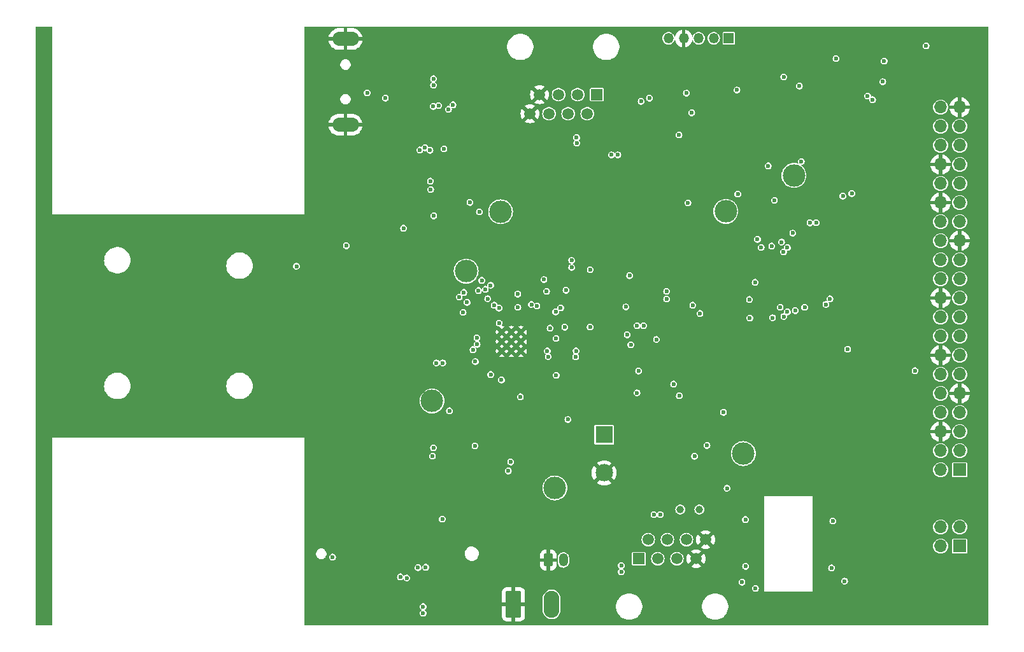
<source format=gbr>
G04 #@! TF.GenerationSoftware,KiCad,Pcbnew,(7.0.0-0)*
G04 #@! TF.CreationDate,2023-03-30T17:03:57+03:00*
G04 #@! TF.ProjectId,RP2040_minimal,52503230-3430-45f6-9d69-6e696d616c2e,REV1*
G04 #@! TF.SameCoordinates,Original*
G04 #@! TF.FileFunction,Copper,L2,Inr*
G04 #@! TF.FilePolarity,Positive*
%FSLAX46Y46*%
G04 Gerber Fmt 4.6, Leading zero omitted, Abs format (unit mm)*
G04 Created by KiCad (PCBNEW (7.0.0-0)) date 2023-03-30 17:03:57*
%MOMM*%
%LPD*%
G01*
G04 APERTURE LIST*
G04 Aperture macros list*
%AMRoundRect*
0 Rectangle with rounded corners*
0 $1 Rounding radius*
0 $2 $3 $4 $5 $6 $7 $8 $9 X,Y pos of 4 corners*
0 Add a 4 corners polygon primitive as box body*
4,1,4,$2,$3,$4,$5,$6,$7,$8,$9,$2,$3,0*
0 Add four circle primitives for the rounded corners*
1,1,$1+$1,$2,$3*
1,1,$1+$1,$4,$5*
1,1,$1+$1,$6,$7*
1,1,$1+$1,$8,$9*
0 Add four rect primitives between the rounded corners*
20,1,$1+$1,$2,$3,$4,$5,0*
20,1,$1+$1,$4,$5,$6,$7,0*
20,1,$1+$1,$6,$7,$8,$9,0*
20,1,$1+$1,$8,$9,$2,$3,0*%
G04 Aperture macros list end*
G04 #@! TA.AperFunction,ComponentPad*
%ADD10R,1.500000X1.500000*%
G04 #@! TD*
G04 #@! TA.AperFunction,ComponentPad*
%ADD11C,1.500000*%
G04 #@! TD*
G04 #@! TA.AperFunction,ComponentPad*
%ADD12R,1.700000X1.700000*%
G04 #@! TD*
G04 #@! TA.AperFunction,ComponentPad*
%ADD13O,1.700000X1.700000*%
G04 #@! TD*
G04 #@! TA.AperFunction,ComponentPad*
%ADD14R,1.350000X1.350000*%
G04 #@! TD*
G04 #@! TA.AperFunction,ComponentPad*
%ADD15O,1.350000X1.350000*%
G04 #@! TD*
G04 #@! TA.AperFunction,ComponentPad*
%ADD16RoundRect,0.249999X-0.790001X-1.550001X0.790001X-1.550001X0.790001X1.550001X-0.790001X1.550001X0*%
G04 #@! TD*
G04 #@! TA.AperFunction,ComponentPad*
%ADD17O,2.080000X3.600000*%
G04 #@! TD*
G04 #@! TA.AperFunction,ComponentPad*
%ADD18RoundRect,0.250000X-0.350000X-0.625000X0.350000X-0.625000X0.350000X0.625000X-0.350000X0.625000X0*%
G04 #@! TD*
G04 #@! TA.AperFunction,ComponentPad*
%ADD19O,1.200000X1.750000*%
G04 #@! TD*
G04 #@! TA.AperFunction,ComponentPad*
%ADD20C,0.600000*%
G04 #@! TD*
G04 #@! TA.AperFunction,ComponentPad*
%ADD21C,1.000000*%
G04 #@! TD*
G04 #@! TA.AperFunction,ComponentPad*
%ADD22O,3.500000X1.900000*%
G04 #@! TD*
G04 #@! TA.AperFunction,ComponentPad*
%ADD23R,2.310000X2.310000*%
G04 #@! TD*
G04 #@! TA.AperFunction,ComponentPad*
%ADD24C,2.310000*%
G04 #@! TD*
G04 #@! TA.AperFunction,ViaPad*
%ADD25C,0.600000*%
G04 #@! TD*
G04 #@! TA.AperFunction,ViaPad*
%ADD26C,3.000000*%
G04 #@! TD*
G04 APERTURE END LIST*
D10*
X174569999Y-110599999D03*
D11*
X175840000Y-108060000D03*
X177110000Y-110600000D03*
X178380000Y-108060000D03*
X179650000Y-110600000D03*
X180920000Y-108060000D03*
X182190000Y-110600000D03*
X183460000Y-108060000D03*
D12*
X217239999Y-98749999D03*
D13*
X214699999Y-98749999D03*
X217239999Y-96209999D03*
X214699999Y-96209999D03*
X217239999Y-93669999D03*
X214699999Y-93669999D03*
X217239999Y-91129999D03*
X214699999Y-91129999D03*
X217239999Y-88589999D03*
X214699999Y-88589999D03*
X217239999Y-86049999D03*
X214699999Y-86049999D03*
X217239999Y-83509999D03*
X214699999Y-83509999D03*
X217239999Y-80969999D03*
X214699999Y-80969999D03*
X217239999Y-78429999D03*
X214699999Y-78429999D03*
X217239999Y-75889999D03*
X214699999Y-75889999D03*
X217239999Y-73349999D03*
X214699999Y-73349999D03*
X217239999Y-70809999D03*
X214699999Y-70809999D03*
X217239999Y-68269999D03*
X214699999Y-68269999D03*
X217239999Y-65729999D03*
X214699999Y-65729999D03*
X217239999Y-63189999D03*
X214699999Y-63189999D03*
X217239999Y-60649999D03*
X214699999Y-60649999D03*
X217239999Y-58109999D03*
X214699999Y-58109999D03*
X217239999Y-55569999D03*
X214699999Y-55569999D03*
X217239999Y-53029999D03*
X214699999Y-53029999D03*
X217239999Y-50489999D03*
X214699999Y-50489999D03*
D10*
X168989999Y-48819999D03*
D11*
X167720000Y-51360000D03*
X166450000Y-48820000D03*
X165180000Y-51360000D03*
X163910000Y-48820000D03*
X162640000Y-51360000D03*
X161370000Y-48820000D03*
X160100000Y-51360000D03*
D14*
X186539999Y-41319999D03*
D15*
X184539999Y-41319999D03*
X182539999Y-41319999D03*
X180539999Y-41319999D03*
X178539999Y-41319999D03*
D16*
X157910000Y-116660000D03*
D17*
X162989999Y-116659999D03*
D12*
X217239999Y-108909999D03*
D13*
X214699999Y-108909999D03*
X217239999Y-106369999D03*
X214699999Y-106369999D03*
D18*
X162550000Y-110770000D03*
D19*
X164549999Y-110769999D03*
D20*
X158902250Y-82955000D03*
X158902250Y-81680000D03*
X158902250Y-80405000D03*
X157627250Y-82955000D03*
X157627250Y-81680000D03*
X157627250Y-80405000D03*
X156352250Y-82955000D03*
X156352250Y-81680000D03*
X156352250Y-80405000D03*
D21*
X182624750Y-104040000D03*
X180084750Y-104040000D03*
D22*
X135579999Y-41419999D03*
X135579999Y-52819999D03*
D23*
X169964749Y-94089999D03*
D24*
X169964750Y-99170000D03*
D25*
X199370000Y-117810000D03*
X191420000Y-70730000D03*
X205520000Y-109610000D03*
X194530000Y-52130000D03*
X159870000Y-86620000D03*
X187810000Y-102810000D03*
X178410000Y-89200000D03*
X206810000Y-109500000D03*
X160850000Y-65710000D03*
X149270000Y-88580000D03*
X196220000Y-49610000D03*
X196960000Y-78040000D03*
X205570000Y-104990000D03*
X176760000Y-102680000D03*
X158490000Y-86990000D03*
X185630000Y-104800000D03*
X142270000Y-59230000D03*
X193900000Y-53870000D03*
X181940000Y-68130000D03*
X179550000Y-100300000D03*
X159300000Y-79300000D03*
X156520000Y-58320000D03*
X146680000Y-62360000D03*
X142390000Y-58230000D03*
X144580000Y-55180000D03*
X182030000Y-70520000D03*
X145050000Y-92570000D03*
X183470000Y-68800000D03*
X193310000Y-50370000D03*
X160720000Y-96440000D03*
X203480000Y-104990000D03*
X145000000Y-60060000D03*
X162800000Y-61910000D03*
X173580000Y-68290000D03*
X172310000Y-66910000D03*
X167320000Y-99100000D03*
X189460000Y-72300000D03*
X165810000Y-86440000D03*
X145060000Y-62530000D03*
X146360000Y-85950000D03*
X209280000Y-109070000D03*
X173660000Y-56610000D03*
X140460000Y-59820000D03*
X159920000Y-80030000D03*
X178580000Y-66950000D03*
X151500000Y-49970000D03*
X159590000Y-94320000D03*
X191380000Y-78370000D03*
X144670000Y-84310000D03*
X167800000Y-59970000D03*
X147919122Y-58600878D03*
X196320000Y-79610000D03*
X133670000Y-74560000D03*
X162680000Y-59290000D03*
X164960000Y-61460000D03*
X200860000Y-116920000D03*
X208850000Y-111160000D03*
X164030000Y-58770000D03*
X194800000Y-51090000D03*
X172910000Y-61460000D03*
X163450000Y-89170000D03*
X150580000Y-58950000D03*
X152050000Y-44450000D03*
X199380000Y-69450000D03*
X148660000Y-93130000D03*
X196420000Y-69430000D03*
X148940000Y-47790000D03*
X203420000Y-109070000D03*
X203830000Y-69350000D03*
X142560000Y-56610000D03*
X165580000Y-90600000D03*
X160970000Y-66950000D03*
X197260000Y-116660000D03*
X202910000Y-94460000D03*
X190170000Y-72700000D03*
X154250000Y-46080000D03*
X167830000Y-65830000D03*
X167800000Y-61160000D03*
X146660000Y-83900000D03*
X161630000Y-94720000D03*
X163500000Y-65640000D03*
X167800000Y-58770000D03*
X208100000Y-72940000D03*
X189140000Y-74100000D03*
X194910000Y-49560000D03*
X158240000Y-61500000D03*
X208210000Y-108850000D03*
X148610000Y-94520000D03*
X163730000Y-66980000D03*
X150970000Y-88120000D03*
X201720000Y-50250000D03*
X159700000Y-62020000D03*
X151020000Y-63590000D03*
X164180000Y-62240000D03*
X183380000Y-71180000D03*
X197600000Y-50870000D03*
X189630000Y-76760000D03*
X162680000Y-57910000D03*
X130970000Y-78680000D03*
X191660000Y-76890000D03*
X164660000Y-65790000D03*
X210890000Y-106060000D03*
X145980000Y-84630000D03*
X209710000Y-65110000D03*
X159620000Y-66390000D03*
X159100000Y-60150000D03*
X156450000Y-94240000D03*
X167800000Y-67800000D03*
X188950000Y-70600000D03*
X196310000Y-51010000D03*
X196630000Y-70720000D03*
X173700000Y-59030000D03*
X162160000Y-60940000D03*
X195540000Y-78520000D03*
X130370000Y-74840000D03*
X155520000Y-96800000D03*
X189910000Y-75440000D03*
X165000000Y-67690000D03*
X206560000Y-94340000D03*
X156490000Y-60380000D03*
X175250000Y-102100000D03*
X212070000Y-111160000D03*
X205790000Y-108530000D03*
X173660000Y-66350000D03*
X196240000Y-117440000D03*
X149370000Y-96390000D03*
X130370000Y-77770000D03*
X186910000Y-67470000D03*
X193340000Y-115300000D03*
X217440000Y-43090000D03*
X200860000Y-114640000D03*
X184450000Y-66970000D03*
X179320000Y-88330000D03*
X164180000Y-60450000D03*
X188930000Y-69180000D03*
X157830000Y-58400000D03*
X198730000Y-115180000D03*
X179340000Y-89390000D03*
X142720000Y-88960000D03*
D26*
X163420000Y-101170000D03*
X151620021Y-72310000D03*
D25*
X180900000Y-48620000D03*
X202900000Y-61990000D03*
X197340000Y-65880000D03*
X195928750Y-47681250D03*
X147290000Y-47545000D03*
X147290000Y-46695000D03*
X163564750Y-81270000D03*
X172854750Y-77070000D03*
X172250000Y-111485000D03*
X176595000Y-104710000D03*
X172250000Y-112335000D03*
X177445000Y-104710000D03*
X147140000Y-96940000D03*
X162320000Y-74990000D03*
X154170878Y-74730878D03*
X154870000Y-74200000D03*
X164900000Y-74860000D03*
X147280000Y-95820000D03*
X157540000Y-97720000D03*
X161030000Y-76960000D03*
X160312107Y-76744632D03*
X157240000Y-98910000D03*
X164737750Y-79770500D03*
X165655500Y-71820000D03*
X165650000Y-70890000D03*
X162780000Y-79880000D03*
X173520000Y-82110000D03*
X173040000Y-80790000D03*
X187630000Y-48200000D03*
X166300000Y-54520000D03*
X163530000Y-77740000D03*
X164190000Y-77200000D03*
X166338061Y-55268535D03*
X205003382Y-48993382D03*
X145900000Y-116965000D03*
X145900000Y-117815000D03*
X143730000Y-113150000D03*
X142880000Y-113000000D03*
X133860000Y-110360000D03*
X148450000Y-105310000D03*
X146240000Y-111730000D03*
X145220000Y-111780000D03*
X181760000Y-76840000D03*
X156020000Y-79220000D03*
X155988466Y-77232576D03*
X158481750Y-75370000D03*
X178280000Y-75000000D03*
X155350000Y-76840000D03*
X178280000Y-76020000D03*
X179960000Y-88890000D03*
X149410000Y-90890000D03*
X185830000Y-91110000D03*
X151740000Y-76460000D03*
X152128666Y-63173900D03*
X153387383Y-64432617D03*
X190350000Y-68075500D03*
D26*
X195209065Y-59572529D03*
D25*
X196170000Y-57720000D03*
X186310000Y-101210000D03*
X151310000Y-75140000D03*
X153710000Y-73530000D03*
X194325500Y-69168719D03*
X153054500Y-81204500D03*
X182700000Y-77940000D03*
X194325500Y-77741372D03*
X148670000Y-56050000D03*
X147310972Y-64956519D03*
X207010000Y-47100000D03*
X207200000Y-44350000D03*
X191780000Y-58290000D03*
X179210000Y-87330000D03*
X174324750Y-88510000D03*
X174554750Y-85610000D03*
X211310000Y-85560000D03*
X205660000Y-49500000D03*
X158502750Y-77130000D03*
X161960000Y-73434500D03*
X174880000Y-49710000D03*
X165150000Y-92060000D03*
X153260000Y-74900000D03*
X173360000Y-72910000D03*
X175990000Y-49290000D03*
X152530000Y-82770000D03*
X153090000Y-82060000D03*
X168110000Y-79750000D03*
X168130000Y-72120000D03*
X190050000Y-73794500D03*
X151215500Y-77800000D03*
X129070000Y-71660000D03*
X166241744Y-82942668D03*
X162410000Y-82942168D03*
X166184750Y-83690000D03*
X162534535Y-83681252D03*
X181610000Y-51240000D03*
X150700000Y-75760000D03*
X176930000Y-81400000D03*
X163600000Y-86170000D03*
X212780000Y-42320000D03*
X135700000Y-68937000D03*
X158830498Y-89040000D03*
X175205000Y-79560000D03*
X171785000Y-56840000D03*
X170935000Y-56840000D03*
X174355000Y-79560000D03*
D26*
X147090000Y-89600000D03*
D25*
X181100000Y-63220000D03*
X183640000Y-95520000D03*
X154480000Y-75980000D03*
X156310953Y-86788053D03*
X154890000Y-86060000D03*
X201930000Y-113570000D03*
X200380000Y-105570000D03*
X200210000Y-111810000D03*
X193852500Y-46465000D03*
X200792500Y-44025000D03*
X143300000Y-66590000D03*
X146141545Y-55891003D03*
X195050000Y-67250000D03*
X192254500Y-68968128D03*
X179930000Y-54180000D03*
X152800000Y-95570000D03*
X152840000Y-84350000D03*
X181990000Y-96960000D03*
X145450000Y-56180000D03*
X146900000Y-61450000D03*
X146810000Y-56230000D03*
X146880000Y-60330000D03*
X188750000Y-105380000D03*
X190090000Y-114530000D03*
X188770000Y-111610000D03*
X188290000Y-113710000D03*
X199460000Y-76740000D03*
X196630000Y-77130000D03*
X202340000Y-82700000D03*
X199985000Y-76000000D03*
X198150000Y-65860000D03*
X201710000Y-62330000D03*
X149269479Y-50770521D03*
X147655000Y-84530000D03*
X149870521Y-50169479D03*
X148505000Y-84530000D03*
X147229500Y-50390000D03*
X140880000Y-49280000D03*
X147970000Y-50270000D03*
X138460000Y-48580000D03*
X193860878Y-78349122D03*
X189340000Y-78550000D03*
X189290000Y-76080000D03*
X193374500Y-77120000D03*
X193560353Y-68443628D03*
X187740000Y-62060000D03*
X193825500Y-69739969D03*
X192610000Y-62890000D03*
X190840000Y-69160000D03*
D26*
X156200000Y-64410000D03*
D25*
X192350000Y-78520000D03*
D26*
X188470000Y-96590000D03*
D25*
X195374500Y-77570000D03*
D26*
X186140000Y-64360000D03*
G04 #@! TA.AperFunction,Conductor*
G36*
X96582471Y-39747529D02*
G01*
X96589500Y-39764500D01*
X96589500Y-64567028D01*
X96588682Y-64573237D01*
X96584191Y-64590000D01*
X96585009Y-64593053D01*
X96589500Y-64609814D01*
X96604246Y-64664850D01*
X96604247Y-64664852D01*
X96605065Y-64667904D01*
X96662095Y-64724935D01*
X96740000Y-64745809D01*
X96756762Y-64741317D01*
X96762972Y-64740500D01*
X129967028Y-64740500D01*
X129973237Y-64741317D01*
X129990000Y-64745809D01*
X130067904Y-64724935D01*
X130082383Y-64710456D01*
X130124935Y-64667905D01*
X130145809Y-64590000D01*
X130141317Y-64573237D01*
X130140500Y-64567028D01*
X130140500Y-64432617D01*
X152932250Y-64432617D01*
X152932494Y-64434314D01*
X152944767Y-64519680D01*
X152950686Y-64560843D01*
X152951396Y-64562397D01*
X152951397Y-64562401D01*
X153003787Y-64677118D01*
X153003789Y-64677121D01*
X153004501Y-64678680D01*
X153089334Y-64776584D01*
X153198314Y-64846621D01*
X153275615Y-64869318D01*
X153320962Y-64882633D01*
X153320963Y-64882633D01*
X153322611Y-64883117D01*
X153450437Y-64883117D01*
X153452155Y-64883117D01*
X153576452Y-64846621D01*
X153685432Y-64776584D01*
X153770265Y-64678680D01*
X153824080Y-64560843D01*
X153842516Y-64432617D01*
X153839264Y-64410000D01*
X154544396Y-64410000D01*
X154544470Y-64410940D01*
X154564704Y-64668051D01*
X154564705Y-64668060D01*
X154564779Y-64668994D01*
X154564998Y-64669907D01*
X154564999Y-64669912D01*
X154625208Y-64920700D01*
X154625210Y-64920706D01*
X154625427Y-64921610D01*
X154625786Y-64922476D01*
X154724483Y-65160753D01*
X154724485Y-65160758D01*
X154724846Y-65161628D01*
X154725340Y-65162434D01*
X154860091Y-65382330D01*
X154860095Y-65382335D01*
X154860588Y-65383140D01*
X154861201Y-65383858D01*
X154861202Y-65383859D01*
X154991171Y-65536033D01*
X155029311Y-65580689D01*
X155226860Y-65749412D01*
X155227666Y-65749906D01*
X155227669Y-65749908D01*
X155303130Y-65796150D01*
X155448372Y-65885154D01*
X155688390Y-65984573D01*
X155941006Y-66045221D01*
X156200000Y-66065604D01*
X156458994Y-66045221D01*
X156711610Y-65984573D01*
X156951628Y-65885154D01*
X157173140Y-65749412D01*
X157370689Y-65580689D01*
X157539412Y-65383140D01*
X157675154Y-65161628D01*
X157774573Y-64921610D01*
X157835221Y-64668994D01*
X157855604Y-64410000D01*
X157851669Y-64360000D01*
X184484396Y-64360000D01*
X184484470Y-64360940D01*
X184504704Y-64618051D01*
X184504705Y-64618060D01*
X184504779Y-64618994D01*
X184504998Y-64619907D01*
X184504999Y-64619912D01*
X184565208Y-64870700D01*
X184565210Y-64870706D01*
X184565427Y-64871610D01*
X184599377Y-64953574D01*
X184664483Y-65110753D01*
X184664485Y-65110758D01*
X184664846Y-65111628D01*
X184665340Y-65112434D01*
X184800091Y-65332330D01*
X184800095Y-65332335D01*
X184800588Y-65333140D01*
X184801201Y-65333858D01*
X184801202Y-65333859D01*
X184914058Y-65465996D01*
X184969311Y-65530689D01*
X185166860Y-65699412D01*
X185388372Y-65835154D01*
X185628390Y-65934573D01*
X185881006Y-65995221D01*
X186140000Y-66015604D01*
X186398994Y-65995221D01*
X186651610Y-65934573D01*
X186783360Y-65880000D01*
X196884867Y-65880000D01*
X196885111Y-65881697D01*
X196899933Y-65984791D01*
X196903303Y-66008226D01*
X196904013Y-66009780D01*
X196904014Y-66009784D01*
X196956404Y-66124501D01*
X196956406Y-66124504D01*
X196957118Y-66126063D01*
X197041951Y-66223967D01*
X197150931Y-66294004D01*
X197207113Y-66310500D01*
X197273579Y-66330016D01*
X197273580Y-66330016D01*
X197275228Y-66330500D01*
X197403054Y-66330500D01*
X197404772Y-66330500D01*
X197529069Y-66294004D01*
X197638049Y-66223967D01*
X197722882Y-66126063D01*
X197728616Y-66113505D01*
X197739450Y-66102142D01*
X197754990Y-66099908D01*
X197768585Y-66107756D01*
X197851951Y-66203967D01*
X197960931Y-66274004D01*
X198030691Y-66294487D01*
X198083579Y-66310016D01*
X198083580Y-66310016D01*
X198085228Y-66310500D01*
X198213054Y-66310500D01*
X198214772Y-66310500D01*
X198339069Y-66274004D01*
X198448049Y-66203967D01*
X198532882Y-66106063D01*
X198586697Y-65988226D01*
X198605133Y-65860000D01*
X198586697Y-65731774D01*
X198585887Y-65730000D01*
X213694659Y-65730000D01*
X213713976Y-65926132D01*
X213714315Y-65927250D01*
X213714317Y-65927259D01*
X213766691Y-66099908D01*
X213771186Y-66114727D01*
X213771735Y-66115755D01*
X213771738Y-66115761D01*
X213840875Y-66245105D01*
X213864090Y-66288538D01*
X213864834Y-66289444D01*
X213864835Y-66289446D01*
X213909555Y-66343937D01*
X213989117Y-66440883D01*
X214141462Y-66565910D01*
X214315273Y-66658814D01*
X214467161Y-66704889D01*
X214502740Y-66715682D01*
X214502741Y-66715682D01*
X214503868Y-66716024D01*
X214700000Y-66735341D01*
X214896132Y-66716024D01*
X215084727Y-66658814D01*
X215258538Y-66565910D01*
X215410883Y-66440883D01*
X215535910Y-66288538D01*
X215628814Y-66114727D01*
X215686024Y-65926132D01*
X215705341Y-65730000D01*
X216234659Y-65730000D01*
X216253976Y-65926132D01*
X216254315Y-65927250D01*
X216254317Y-65927259D01*
X216306691Y-66099908D01*
X216311186Y-66114727D01*
X216311735Y-66115755D01*
X216311738Y-66115761D01*
X216380875Y-66245105D01*
X216404090Y-66288538D01*
X216404834Y-66289444D01*
X216404835Y-66289446D01*
X216449555Y-66343937D01*
X216529117Y-66440883D01*
X216681462Y-66565910D01*
X216855273Y-66658814D01*
X217007161Y-66704889D01*
X217042740Y-66715682D01*
X217042741Y-66715682D01*
X217043868Y-66716024D01*
X217240000Y-66735341D01*
X217436132Y-66716024D01*
X217624727Y-66658814D01*
X217798538Y-66565910D01*
X217950883Y-66440883D01*
X218075910Y-66288538D01*
X218168814Y-66114727D01*
X218226024Y-65926132D01*
X218245341Y-65730000D01*
X218226024Y-65533868D01*
X218168814Y-65345273D01*
X218075910Y-65171462D01*
X217950883Y-65019117D01*
X217949962Y-65018361D01*
X217799446Y-64894835D01*
X217799444Y-64894834D01*
X217798538Y-64894090D01*
X217754778Y-64870700D01*
X217625761Y-64801738D01*
X217625755Y-64801735D01*
X217624727Y-64801186D01*
X217612833Y-64797578D01*
X217437259Y-64744317D01*
X217437250Y-64744315D01*
X217436132Y-64743976D01*
X217251098Y-64725752D01*
X217241178Y-64724775D01*
X217240000Y-64724659D01*
X217238822Y-64724775D01*
X217045045Y-64743860D01*
X217045044Y-64743860D01*
X217043868Y-64743976D01*
X217042751Y-64744314D01*
X217042740Y-64744317D01*
X216856393Y-64800846D01*
X216856390Y-64800846D01*
X216855273Y-64801186D01*
X216854248Y-64801733D01*
X216854238Y-64801738D01*
X216682496Y-64893537D01*
X216682493Y-64893538D01*
X216681462Y-64894090D01*
X216680559Y-64894830D01*
X216680553Y-64894835D01*
X216530037Y-65018361D01*
X216530031Y-65018366D01*
X216529117Y-65019117D01*
X216528366Y-65020031D01*
X216528361Y-65020037D01*
X216404835Y-65170553D01*
X216404830Y-65170559D01*
X216404090Y-65171462D01*
X216403538Y-65172493D01*
X216403537Y-65172496D01*
X216311738Y-65344238D01*
X216311733Y-65344248D01*
X216311186Y-65345273D01*
X216310846Y-65346390D01*
X216310846Y-65346393D01*
X216254317Y-65532740D01*
X216254314Y-65532751D01*
X216253976Y-65533868D01*
X216253860Y-65535044D01*
X216253860Y-65535045D01*
X216249365Y-65580689D01*
X216234659Y-65730000D01*
X215705341Y-65730000D01*
X215686024Y-65533868D01*
X215628814Y-65345273D01*
X215535910Y-65171462D01*
X215410883Y-65019117D01*
X215409962Y-65018361D01*
X215259446Y-64894835D01*
X215259444Y-64894834D01*
X215258538Y-64894090D01*
X215214778Y-64870700D01*
X215085761Y-64801738D01*
X215085755Y-64801735D01*
X215084727Y-64801186D01*
X215072833Y-64797578D01*
X214897259Y-64744317D01*
X214897250Y-64744315D01*
X214896132Y-64743976D01*
X214711098Y-64725752D01*
X214701178Y-64724775D01*
X214700000Y-64724659D01*
X214698822Y-64724775D01*
X214505045Y-64743860D01*
X214505044Y-64743860D01*
X214503868Y-64743976D01*
X214502751Y-64744314D01*
X214502740Y-64744317D01*
X214316393Y-64800846D01*
X214316390Y-64800846D01*
X214315273Y-64801186D01*
X214314248Y-64801733D01*
X214314238Y-64801738D01*
X214142496Y-64893537D01*
X214142493Y-64893538D01*
X214141462Y-64894090D01*
X214140559Y-64894830D01*
X214140553Y-64894835D01*
X213990037Y-65018361D01*
X213990031Y-65018366D01*
X213989117Y-65019117D01*
X213988366Y-65020031D01*
X213988361Y-65020037D01*
X213864835Y-65170553D01*
X213864830Y-65170559D01*
X213864090Y-65171462D01*
X213863538Y-65172493D01*
X213863537Y-65172496D01*
X213771738Y-65344238D01*
X213771733Y-65344248D01*
X213771186Y-65345273D01*
X213770846Y-65346390D01*
X213770846Y-65346393D01*
X213714317Y-65532740D01*
X213714314Y-65532751D01*
X213713976Y-65533868D01*
X213713860Y-65535044D01*
X213713860Y-65535045D01*
X213709365Y-65580689D01*
X213694659Y-65730000D01*
X198585887Y-65730000D01*
X198544826Y-65640091D01*
X198533595Y-65615498D01*
X198533594Y-65615496D01*
X198532882Y-65613937D01*
X198448049Y-65516033D01*
X198339069Y-65445996D01*
X198337424Y-65445513D01*
X198337422Y-65445512D01*
X198216420Y-65409983D01*
X198216414Y-65409982D01*
X198214772Y-65409500D01*
X198085228Y-65409500D01*
X198083586Y-65409981D01*
X198083579Y-65409983D01*
X197962577Y-65445512D01*
X197962572Y-65445513D01*
X197960931Y-65445996D01*
X197959489Y-65446922D01*
X197959486Y-65446924D01*
X197853394Y-65515105D01*
X197853391Y-65515107D01*
X197851951Y-65516033D01*
X197850832Y-65517324D01*
X197850829Y-65517327D01*
X197768241Y-65612640D01*
X197768238Y-65612643D01*
X197767118Y-65613937D01*
X197766408Y-65615490D01*
X197766405Y-65615496D01*
X197761382Y-65626496D01*
X197750547Y-65637858D01*
X197735008Y-65640091D01*
X197721413Y-65632241D01*
X197639174Y-65537330D01*
X197639169Y-65537325D01*
X197638049Y-65536033D01*
X197529069Y-65465996D01*
X197527424Y-65465513D01*
X197527422Y-65465512D01*
X197406420Y-65429983D01*
X197406414Y-65429982D01*
X197404772Y-65429500D01*
X197275228Y-65429500D01*
X197273586Y-65429981D01*
X197273579Y-65429983D01*
X197152577Y-65465512D01*
X197152572Y-65465513D01*
X197150931Y-65465996D01*
X197149489Y-65466922D01*
X197149486Y-65466924D01*
X197043394Y-65535105D01*
X197043391Y-65535107D01*
X197041951Y-65536033D01*
X197040832Y-65537324D01*
X197040829Y-65537327D01*
X196958241Y-65632640D01*
X196958238Y-65632643D01*
X196957118Y-65633937D01*
X196956407Y-65635492D01*
X196956404Y-65635498D01*
X196904014Y-65750215D01*
X196904012Y-65750221D01*
X196903303Y-65751774D01*
X196903059Y-65753465D01*
X196903059Y-65753468D01*
X196887499Y-65861697D01*
X196884867Y-65880000D01*
X186783360Y-65880000D01*
X186891628Y-65835154D01*
X187113140Y-65699412D01*
X187310689Y-65530689D01*
X187479412Y-65333140D01*
X187615154Y-65111628D01*
X187714573Y-64871610D01*
X187775221Y-64618994D01*
X187795604Y-64360000D01*
X187775221Y-64101006D01*
X187714573Y-63848390D01*
X187615154Y-63608372D01*
X187514162Y-63443567D01*
X213370319Y-63443567D01*
X213426297Y-63652477D01*
X213427012Y-63654442D01*
X213525958Y-63866631D01*
X213526997Y-63868432D01*
X213661290Y-64060222D01*
X213662627Y-64061815D01*
X213828184Y-64227372D01*
X213829777Y-64228709D01*
X214021567Y-64363002D01*
X214023368Y-64364041D01*
X214235557Y-64462987D01*
X214237522Y-64463702D01*
X214446432Y-64519680D01*
X214449175Y-64519560D01*
X214450000Y-64516944D01*
X214950000Y-64516944D01*
X214950824Y-64519560D01*
X214953567Y-64519680D01*
X215162477Y-64463702D01*
X215164442Y-64462987D01*
X215376631Y-64364041D01*
X215378432Y-64363002D01*
X215570222Y-64228709D01*
X215571815Y-64227372D01*
X215737372Y-64061815D01*
X215738709Y-64060222D01*
X215873002Y-63868432D01*
X215874041Y-63866631D01*
X215972987Y-63654442D01*
X215973702Y-63652477D01*
X216029680Y-63443567D01*
X216029560Y-63440824D01*
X216026944Y-63440000D01*
X214954773Y-63440000D01*
X214951397Y-63441397D01*
X214950000Y-63444773D01*
X214950000Y-64516944D01*
X214450000Y-64516944D01*
X214450000Y-63444773D01*
X214448602Y-63441397D01*
X214445227Y-63440000D01*
X213373056Y-63440000D01*
X213370439Y-63440824D01*
X213370319Y-63443567D01*
X187514162Y-63443567D01*
X187500492Y-63421259D01*
X187479908Y-63387669D01*
X187479906Y-63387666D01*
X187479412Y-63386860D01*
X187310689Y-63189311D01*
X187171682Y-63070588D01*
X187113859Y-63021202D01*
X187113858Y-63021201D01*
X187113140Y-63020588D01*
X187112335Y-63020095D01*
X187112330Y-63020091D01*
X186900039Y-62890000D01*
X192154867Y-62890000D01*
X192155111Y-62891697D01*
X192169638Y-62992740D01*
X192173303Y-63018226D01*
X192174013Y-63019780D01*
X192174014Y-63019784D01*
X192226404Y-63134501D01*
X192226406Y-63134504D01*
X192227118Y-63136063D01*
X192311951Y-63233967D01*
X192420931Y-63304004D01*
X192498232Y-63326701D01*
X192543579Y-63340016D01*
X192543580Y-63340016D01*
X192545228Y-63340500D01*
X192673054Y-63340500D01*
X192674772Y-63340500D01*
X192799069Y-63304004D01*
X192908049Y-63233967D01*
X192946146Y-63190000D01*
X216234659Y-63190000D01*
X216253976Y-63386132D01*
X216254315Y-63387250D01*
X216254317Y-63387259D01*
X216294219Y-63518794D01*
X216311186Y-63574727D01*
X216311735Y-63575755D01*
X216311738Y-63575761D01*
X216355464Y-63657565D01*
X216404090Y-63748538D01*
X216404834Y-63749444D01*
X216404835Y-63749446D01*
X216527071Y-63898390D01*
X216529117Y-63900883D01*
X216681462Y-64025910D01*
X216855273Y-64118814D01*
X216964501Y-64151948D01*
X217042740Y-64175682D01*
X217042741Y-64175682D01*
X217043868Y-64176024D01*
X217240000Y-64195341D01*
X217436132Y-64176024D01*
X217624727Y-64118814D01*
X217798538Y-64025910D01*
X217950883Y-63900883D01*
X218075910Y-63748538D01*
X218168814Y-63574727D01*
X218226024Y-63386132D01*
X218245341Y-63190000D01*
X218226024Y-62993868D01*
X218220451Y-62975498D01*
X218206467Y-62929398D01*
X218168814Y-62805273D01*
X218075910Y-62631462D01*
X217950883Y-62479117D01*
X217947080Y-62475996D01*
X217799446Y-62354835D01*
X217799444Y-62354834D01*
X217798538Y-62354090D01*
X217705764Y-62304501D01*
X217625761Y-62261738D01*
X217625755Y-62261735D01*
X217624727Y-62261186D01*
X217612833Y-62257578D01*
X217437259Y-62204317D01*
X217437250Y-62204315D01*
X217436132Y-62203976D01*
X217240000Y-62184659D01*
X217238822Y-62184775D01*
X217045045Y-62203860D01*
X217045044Y-62203860D01*
X217043868Y-62203976D01*
X217042751Y-62204314D01*
X217042740Y-62204317D01*
X216856393Y-62260846D01*
X216856390Y-62260846D01*
X216855273Y-62261186D01*
X216854248Y-62261733D01*
X216854238Y-62261738D01*
X216682496Y-62353537D01*
X216682493Y-62353538D01*
X216681462Y-62354090D01*
X216680559Y-62354830D01*
X216680553Y-62354835D01*
X216530037Y-62478361D01*
X216530031Y-62478366D01*
X216529117Y-62479117D01*
X216528366Y-62480031D01*
X216528361Y-62480037D01*
X216404835Y-62630553D01*
X216404830Y-62630559D01*
X216404090Y-62631462D01*
X216403538Y-62632493D01*
X216403537Y-62632496D01*
X216311738Y-62804238D01*
X216311733Y-62804248D01*
X216311186Y-62805273D01*
X216310846Y-62806390D01*
X216310846Y-62806393D01*
X216254317Y-62992740D01*
X216254314Y-62992751D01*
X216253976Y-62993868D01*
X216253860Y-62995044D01*
X216253860Y-62995045D01*
X216251393Y-63020091D01*
X216234659Y-63190000D01*
X192946146Y-63190000D01*
X192992882Y-63136063D01*
X193046697Y-63018226D01*
X193058457Y-62936432D01*
X213370319Y-62936432D01*
X213370439Y-62939175D01*
X213373056Y-62940000D01*
X214445227Y-62940000D01*
X214448602Y-62938602D01*
X214450000Y-62935227D01*
X214950000Y-62935227D01*
X214951397Y-62938602D01*
X214954773Y-62940000D01*
X216026944Y-62940000D01*
X216029560Y-62939175D01*
X216029680Y-62936432D01*
X215973702Y-62727522D01*
X215972987Y-62725557D01*
X215874041Y-62513369D01*
X215873002Y-62511568D01*
X215738709Y-62319777D01*
X215737372Y-62318184D01*
X215571815Y-62152627D01*
X215570222Y-62151290D01*
X215378432Y-62016997D01*
X215376631Y-62015958D01*
X215164442Y-61917012D01*
X215162477Y-61916297D01*
X214953567Y-61860319D01*
X214950824Y-61860439D01*
X214950000Y-61863056D01*
X214950000Y-62935227D01*
X214450000Y-62935227D01*
X214450000Y-61863056D01*
X214449175Y-61860439D01*
X214446432Y-61860319D01*
X214237522Y-61916297D01*
X214235557Y-61917012D01*
X214023369Y-62015958D01*
X214021568Y-62016997D01*
X213829777Y-62151290D01*
X213828184Y-62152627D01*
X213662627Y-62318184D01*
X213661290Y-62319777D01*
X213526997Y-62511568D01*
X213525958Y-62513369D01*
X213427012Y-62725557D01*
X213426297Y-62727522D01*
X213370319Y-62936432D01*
X193058457Y-62936432D01*
X193065133Y-62890000D01*
X193046697Y-62761774D01*
X193029802Y-62724779D01*
X192993595Y-62645498D01*
X192993594Y-62645497D01*
X192992882Y-62643937D01*
X192908049Y-62546033D01*
X192799069Y-62475996D01*
X192797424Y-62475513D01*
X192797422Y-62475512D01*
X192676420Y-62439983D01*
X192676414Y-62439982D01*
X192674772Y-62439500D01*
X192545228Y-62439500D01*
X192543586Y-62439981D01*
X192543579Y-62439983D01*
X192422577Y-62475512D01*
X192422572Y-62475513D01*
X192420931Y-62475996D01*
X192419489Y-62476922D01*
X192419486Y-62476924D01*
X192313394Y-62545105D01*
X192313391Y-62545107D01*
X192311951Y-62546033D01*
X192310832Y-62547324D01*
X192310829Y-62547327D01*
X192228241Y-62642640D01*
X192228238Y-62642643D01*
X192227118Y-62643937D01*
X192226407Y-62645492D01*
X192226404Y-62645498D01*
X192174014Y-62760215D01*
X192174012Y-62760221D01*
X192173303Y-62761774D01*
X192173059Y-62763465D01*
X192173059Y-62763468D01*
X192163503Y-62829933D01*
X192154867Y-62890000D01*
X186900039Y-62890000D01*
X186892434Y-62885340D01*
X186891628Y-62884846D01*
X186890758Y-62884485D01*
X186890753Y-62884483D01*
X186699522Y-62805273D01*
X186651610Y-62785427D01*
X186650706Y-62785210D01*
X186650700Y-62785208D01*
X186399912Y-62724999D01*
X186399907Y-62724998D01*
X186398994Y-62724779D01*
X186398060Y-62724705D01*
X186398051Y-62724704D01*
X186140940Y-62704470D01*
X186140000Y-62704396D01*
X186139060Y-62704470D01*
X185881948Y-62724704D01*
X185881937Y-62724705D01*
X185881006Y-62724779D01*
X185880094Y-62724997D01*
X185880087Y-62724999D01*
X185629299Y-62785208D01*
X185629290Y-62785210D01*
X185628390Y-62785427D01*
X185627524Y-62785785D01*
X185627523Y-62785786D01*
X185389246Y-62884483D01*
X185389235Y-62884488D01*
X185388372Y-62884846D01*
X185387570Y-62885337D01*
X185387565Y-62885340D01*
X185167669Y-63020091D01*
X185167658Y-63020098D01*
X185166860Y-63020588D01*
X185166147Y-63021196D01*
X185166140Y-63021202D01*
X184970030Y-63188696D01*
X184970023Y-63188702D01*
X184969311Y-63189311D01*
X184968702Y-63190023D01*
X184968696Y-63190030D01*
X184801202Y-63386140D01*
X184801196Y-63386147D01*
X184800588Y-63386860D01*
X184800098Y-63387658D01*
X184800091Y-63387669D01*
X184665340Y-63607565D01*
X184665337Y-63607570D01*
X184664846Y-63608372D01*
X184664488Y-63609235D01*
X184664483Y-63609246D01*
X184606787Y-63748538D01*
X184565427Y-63848390D01*
X184565210Y-63849290D01*
X184565208Y-63849299D01*
X184504999Y-64100087D01*
X184504997Y-64100094D01*
X184504779Y-64101006D01*
X184504705Y-64101937D01*
X184504704Y-64101948D01*
X184488895Y-64302832D01*
X184484396Y-64360000D01*
X157851669Y-64360000D01*
X157835221Y-64151006D01*
X157774573Y-63898390D01*
X157675154Y-63658372D01*
X157539412Y-63436860D01*
X157370689Y-63239311D01*
X157348079Y-63220000D01*
X180644867Y-63220000D01*
X180645111Y-63221697D01*
X180662122Y-63340016D01*
X180663303Y-63348226D01*
X180664013Y-63349780D01*
X180664014Y-63349784D01*
X180716404Y-63464501D01*
X180716406Y-63464504D01*
X180717118Y-63466063D01*
X180801951Y-63563967D01*
X180910931Y-63634004D01*
X180973846Y-63652477D01*
X181033579Y-63670016D01*
X181033580Y-63670016D01*
X181035228Y-63670500D01*
X181163054Y-63670500D01*
X181164772Y-63670500D01*
X181289069Y-63634004D01*
X181398049Y-63563967D01*
X181482882Y-63466063D01*
X181536697Y-63348226D01*
X181555133Y-63220000D01*
X181536697Y-63091774D01*
X181514932Y-63044115D01*
X181483595Y-62975498D01*
X181483594Y-62975497D01*
X181482882Y-62973937D01*
X181398049Y-62876033D01*
X181289069Y-62805996D01*
X181287424Y-62805513D01*
X181287422Y-62805512D01*
X181166420Y-62769983D01*
X181166414Y-62769982D01*
X181164772Y-62769500D01*
X181035228Y-62769500D01*
X181033586Y-62769981D01*
X181033579Y-62769983D01*
X180912577Y-62805512D01*
X180912572Y-62805513D01*
X180910931Y-62805996D01*
X180909489Y-62806922D01*
X180909486Y-62806924D01*
X180803394Y-62875105D01*
X180803391Y-62875107D01*
X180801951Y-62876033D01*
X180800832Y-62877324D01*
X180800829Y-62877327D01*
X180718241Y-62972640D01*
X180718238Y-62972643D01*
X180717118Y-62973937D01*
X180716407Y-62975492D01*
X180716404Y-62975498D01*
X180664014Y-63090215D01*
X180664012Y-63090221D01*
X180663303Y-63091774D01*
X180644867Y-63220000D01*
X157348079Y-63220000D01*
X157314333Y-63191178D01*
X157173859Y-63071202D01*
X157173858Y-63071201D01*
X157173140Y-63070588D01*
X157172335Y-63070095D01*
X157172330Y-63070091D01*
X156952434Y-62935340D01*
X156951628Y-62934846D01*
X156950758Y-62934485D01*
X156950753Y-62934483D01*
X156793574Y-62869377D01*
X156711610Y-62835427D01*
X156710706Y-62835210D01*
X156710700Y-62835208D01*
X156459912Y-62774999D01*
X156459907Y-62774998D01*
X156458994Y-62774779D01*
X156458060Y-62774705D01*
X156458051Y-62774704D01*
X156200940Y-62754470D01*
X156200000Y-62754396D01*
X156199060Y-62754470D01*
X155941948Y-62774704D01*
X155941937Y-62774705D01*
X155941006Y-62774779D01*
X155940094Y-62774997D01*
X155940087Y-62774999D01*
X155689299Y-62835208D01*
X155689290Y-62835210D01*
X155688390Y-62835427D01*
X155687524Y-62835785D01*
X155687523Y-62835786D01*
X155449246Y-62934483D01*
X155449235Y-62934488D01*
X155448372Y-62934846D01*
X155447570Y-62935337D01*
X155447565Y-62935340D01*
X155227669Y-63070091D01*
X155227658Y-63070098D01*
X155226860Y-63070588D01*
X155226147Y-63071196D01*
X155226140Y-63071202D01*
X155030030Y-63238696D01*
X155030023Y-63238702D01*
X155029311Y-63239311D01*
X155028702Y-63240023D01*
X155028696Y-63240030D01*
X154861202Y-63436140D01*
X154861196Y-63436147D01*
X154860588Y-63436860D01*
X154860098Y-63437658D01*
X154860091Y-63437669D01*
X154725340Y-63657565D01*
X154725337Y-63657570D01*
X154724846Y-63658372D01*
X154724488Y-63659235D01*
X154724483Y-63659246D01*
X154645761Y-63849299D01*
X154625427Y-63898390D01*
X154625210Y-63899290D01*
X154625208Y-63899299D01*
X154564999Y-64150087D01*
X154564997Y-64150094D01*
X154564779Y-64151006D01*
X154564705Y-64151937D01*
X154564704Y-64151948D01*
X154552830Y-64302832D01*
X154544396Y-64410000D01*
X153839264Y-64410000D01*
X153824080Y-64304391D01*
X153770265Y-64186554D01*
X153685432Y-64088650D01*
X153576452Y-64018613D01*
X153574807Y-64018130D01*
X153574805Y-64018129D01*
X153453803Y-63982600D01*
X153453797Y-63982599D01*
X153452155Y-63982117D01*
X153322611Y-63982117D01*
X153320969Y-63982598D01*
X153320962Y-63982600D01*
X153199960Y-64018129D01*
X153199955Y-64018130D01*
X153198314Y-64018613D01*
X153196872Y-64019539D01*
X153196869Y-64019541D01*
X153090777Y-64087722D01*
X153090774Y-64087724D01*
X153089334Y-64088650D01*
X153088215Y-64089941D01*
X153088212Y-64089944D01*
X153005624Y-64185257D01*
X153005621Y-64185260D01*
X153004501Y-64186554D01*
X153003790Y-64188109D01*
X153003787Y-64188115D01*
X152951397Y-64302832D01*
X152951395Y-64302838D01*
X152950686Y-64304391D01*
X152950442Y-64306082D01*
X152950442Y-64306085D01*
X152935637Y-64409060D01*
X152932250Y-64432617D01*
X130140500Y-64432617D01*
X130140500Y-63173900D01*
X151673533Y-63173900D01*
X151673777Y-63175597D01*
X151682937Y-63239311D01*
X151691969Y-63302126D01*
X151692679Y-63303680D01*
X151692680Y-63303684D01*
X151745070Y-63418401D01*
X151745072Y-63418404D01*
X151745784Y-63419963D01*
X151830617Y-63517867D01*
X151939597Y-63587904D01*
X152006558Y-63607565D01*
X152062245Y-63623916D01*
X152062246Y-63623916D01*
X152063894Y-63624400D01*
X152191720Y-63624400D01*
X152193438Y-63624400D01*
X152317735Y-63587904D01*
X152426715Y-63517867D01*
X152511548Y-63419963D01*
X152565363Y-63302126D01*
X152583799Y-63173900D01*
X152565363Y-63045674D01*
X152553906Y-63020588D01*
X152512261Y-62929398D01*
X152512260Y-62929397D01*
X152511548Y-62927837D01*
X152426715Y-62829933D01*
X152317735Y-62759896D01*
X152316090Y-62759413D01*
X152316088Y-62759412D01*
X152195086Y-62723883D01*
X152195080Y-62723882D01*
X152193438Y-62723400D01*
X152063894Y-62723400D01*
X152062252Y-62723881D01*
X152062245Y-62723883D01*
X151941243Y-62759412D01*
X151941238Y-62759413D01*
X151939597Y-62759896D01*
X151938155Y-62760822D01*
X151938152Y-62760824D01*
X151832060Y-62829005D01*
X151832057Y-62829007D01*
X151830617Y-62829933D01*
X151829498Y-62831224D01*
X151829495Y-62831227D01*
X151746907Y-62926540D01*
X151746904Y-62926543D01*
X151745784Y-62927837D01*
X151745073Y-62929392D01*
X151745070Y-62929398D01*
X151692680Y-63044115D01*
X151692678Y-63044121D01*
X151691969Y-63045674D01*
X151691725Y-63047365D01*
X151691725Y-63047368D01*
X151685565Y-63090215D01*
X151673533Y-63173900D01*
X130140500Y-63173900D01*
X130140500Y-62060000D01*
X187284867Y-62060000D01*
X187285111Y-62061697D01*
X187298184Y-62152627D01*
X187303303Y-62188226D01*
X187304013Y-62189780D01*
X187304014Y-62189784D01*
X187356404Y-62304501D01*
X187356406Y-62304504D01*
X187357118Y-62306063D01*
X187441951Y-62403967D01*
X187550931Y-62474004D01*
X187628232Y-62496701D01*
X187673579Y-62510016D01*
X187673580Y-62510016D01*
X187675228Y-62510500D01*
X187803054Y-62510500D01*
X187804772Y-62510500D01*
X187929069Y-62474004D01*
X188038049Y-62403967D01*
X188102141Y-62330000D01*
X201254867Y-62330000D01*
X201255111Y-62331697D01*
X201270610Y-62439500D01*
X201273303Y-62458226D01*
X201274013Y-62459780D01*
X201274014Y-62459784D01*
X201326404Y-62574501D01*
X201326406Y-62574504D01*
X201327118Y-62576063D01*
X201411951Y-62673967D01*
X201520931Y-62744004D01*
X201556324Y-62754396D01*
X201643579Y-62780016D01*
X201643580Y-62780016D01*
X201645228Y-62780500D01*
X201773054Y-62780500D01*
X201774772Y-62780500D01*
X201899069Y-62744004D01*
X202008049Y-62673967D01*
X202092882Y-62576063D01*
X202146697Y-62458226D01*
X202165133Y-62330000D01*
X202146697Y-62201774D01*
X202109253Y-62119784D01*
X202093595Y-62085498D01*
X202093594Y-62085497D01*
X202092882Y-62083937D01*
X202011486Y-61990000D01*
X202444867Y-61990000D01*
X202445111Y-61991697D01*
X202458186Y-62082640D01*
X202463303Y-62118226D01*
X202464013Y-62119780D01*
X202464014Y-62119784D01*
X202516404Y-62234501D01*
X202516406Y-62234504D01*
X202517118Y-62236063D01*
X202601951Y-62333967D01*
X202710931Y-62404004D01*
X202788232Y-62426701D01*
X202833579Y-62440016D01*
X202833580Y-62440016D01*
X202835228Y-62440500D01*
X202963054Y-62440500D01*
X202964772Y-62440500D01*
X203089069Y-62404004D01*
X203198049Y-62333967D01*
X203282882Y-62236063D01*
X203336697Y-62118226D01*
X203355133Y-61990000D01*
X203336697Y-61861774D01*
X203282882Y-61743937D01*
X203198049Y-61646033D01*
X203089069Y-61575996D01*
X203087424Y-61575513D01*
X203087422Y-61575512D01*
X202966420Y-61539983D01*
X202966414Y-61539982D01*
X202964772Y-61539500D01*
X202835228Y-61539500D01*
X202833586Y-61539981D01*
X202833579Y-61539983D01*
X202712577Y-61575512D01*
X202712572Y-61575513D01*
X202710931Y-61575996D01*
X202709489Y-61576922D01*
X202709486Y-61576924D01*
X202603394Y-61645105D01*
X202603391Y-61645107D01*
X202601951Y-61646033D01*
X202600832Y-61647324D01*
X202600829Y-61647327D01*
X202518241Y-61742640D01*
X202518238Y-61742643D01*
X202517118Y-61743937D01*
X202516407Y-61745492D01*
X202516404Y-61745498D01*
X202464014Y-61860215D01*
X202464012Y-61860221D01*
X202463303Y-61861774D01*
X202463059Y-61863465D01*
X202463059Y-61863468D01*
X202452995Y-61933468D01*
X202444867Y-61990000D01*
X202011486Y-61990000D01*
X202008049Y-61986033D01*
X201899069Y-61915996D01*
X201897424Y-61915513D01*
X201897422Y-61915512D01*
X201776420Y-61879983D01*
X201776414Y-61879982D01*
X201774772Y-61879500D01*
X201645228Y-61879500D01*
X201643586Y-61879981D01*
X201643579Y-61879983D01*
X201522577Y-61915512D01*
X201522572Y-61915513D01*
X201520931Y-61915996D01*
X201519489Y-61916922D01*
X201519486Y-61916924D01*
X201413394Y-61985105D01*
X201413391Y-61985107D01*
X201411951Y-61986033D01*
X201410832Y-61987324D01*
X201410829Y-61987327D01*
X201328241Y-62082640D01*
X201328238Y-62082643D01*
X201327118Y-62083937D01*
X201326407Y-62085492D01*
X201326404Y-62085498D01*
X201274014Y-62200215D01*
X201274012Y-62200221D01*
X201273303Y-62201774D01*
X201273059Y-62203465D01*
X201273059Y-62203468D01*
X201258533Y-62304501D01*
X201254867Y-62330000D01*
X188102141Y-62330000D01*
X188122882Y-62306063D01*
X188176697Y-62188226D01*
X188195133Y-62060000D01*
X188176697Y-61931774D01*
X188122882Y-61813937D01*
X188038049Y-61716033D01*
X187929069Y-61645996D01*
X187927424Y-61645513D01*
X187927422Y-61645512D01*
X187806420Y-61609983D01*
X187806414Y-61609982D01*
X187804772Y-61609500D01*
X187675228Y-61609500D01*
X187673586Y-61609981D01*
X187673579Y-61609983D01*
X187552577Y-61645512D01*
X187552572Y-61645513D01*
X187550931Y-61645996D01*
X187549489Y-61646922D01*
X187549486Y-61646924D01*
X187443394Y-61715105D01*
X187443391Y-61715107D01*
X187441951Y-61716033D01*
X187440832Y-61717324D01*
X187440829Y-61717327D01*
X187358241Y-61812640D01*
X187358238Y-61812643D01*
X187357118Y-61813937D01*
X187356407Y-61815492D01*
X187356404Y-61815498D01*
X187304014Y-61930215D01*
X187304012Y-61930221D01*
X187303303Y-61931774D01*
X187303059Y-61933465D01*
X187303059Y-61933468D01*
X187295175Y-61988303D01*
X187284867Y-62060000D01*
X130140500Y-62060000D01*
X130140500Y-61450000D01*
X146444867Y-61450000D01*
X146445111Y-61451697D01*
X146462912Y-61575512D01*
X146463303Y-61578226D01*
X146464013Y-61579780D01*
X146464014Y-61579784D01*
X146516404Y-61694501D01*
X146516406Y-61694504D01*
X146517118Y-61696063D01*
X146601951Y-61793967D01*
X146710931Y-61864004D01*
X146763707Y-61879500D01*
X146833579Y-61900016D01*
X146833580Y-61900016D01*
X146835228Y-61900500D01*
X146963054Y-61900500D01*
X146964772Y-61900500D01*
X147089069Y-61864004D01*
X147198049Y-61793967D01*
X147282882Y-61696063D01*
X147336697Y-61578226D01*
X147355133Y-61450000D01*
X147336697Y-61321774D01*
X147284623Y-61207750D01*
X147283595Y-61205498D01*
X147283594Y-61205497D01*
X147282882Y-61203937D01*
X147198049Y-61106033D01*
X147089069Y-61035996D01*
X147087424Y-61035513D01*
X147087422Y-61035512D01*
X146966420Y-60999983D01*
X146966414Y-60999982D01*
X146964772Y-60999500D01*
X146835228Y-60999500D01*
X146833586Y-60999981D01*
X146833579Y-60999983D01*
X146712577Y-61035512D01*
X146712572Y-61035513D01*
X146710931Y-61035996D01*
X146709489Y-61036922D01*
X146709486Y-61036924D01*
X146603394Y-61105105D01*
X146603391Y-61105107D01*
X146601951Y-61106033D01*
X146600832Y-61107324D01*
X146600829Y-61107327D01*
X146518241Y-61202640D01*
X146518238Y-61202643D01*
X146517118Y-61203937D01*
X146516407Y-61205492D01*
X146516404Y-61205498D01*
X146464014Y-61320215D01*
X146464012Y-61320221D01*
X146463303Y-61321774D01*
X146444867Y-61450000D01*
X130140500Y-61450000D01*
X130140500Y-60330000D01*
X146424867Y-60330000D01*
X146425111Y-60331697D01*
X146442845Y-60455045D01*
X146443303Y-60458226D01*
X146444013Y-60459780D01*
X146444014Y-60459784D01*
X146496404Y-60574501D01*
X146496406Y-60574504D01*
X146497118Y-60576063D01*
X146581951Y-60673967D01*
X146690931Y-60744004D01*
X146768232Y-60766701D01*
X146813579Y-60780016D01*
X146813580Y-60780016D01*
X146815228Y-60780500D01*
X146943054Y-60780500D01*
X146944772Y-60780500D01*
X147069069Y-60744004D01*
X147178049Y-60673967D01*
X147262882Y-60576063D01*
X147316697Y-60458226D01*
X147335133Y-60330000D01*
X147316697Y-60201774D01*
X147266319Y-60091462D01*
X147263595Y-60085498D01*
X147263594Y-60085497D01*
X147262882Y-60083937D01*
X147178049Y-59986033D01*
X147069069Y-59915996D01*
X147067424Y-59915513D01*
X147067422Y-59915512D01*
X146946420Y-59879983D01*
X146946414Y-59879982D01*
X146944772Y-59879500D01*
X146815228Y-59879500D01*
X146813586Y-59879981D01*
X146813579Y-59879983D01*
X146692577Y-59915512D01*
X146692572Y-59915513D01*
X146690931Y-59915996D01*
X146689489Y-59916922D01*
X146689486Y-59916924D01*
X146583394Y-59985105D01*
X146583391Y-59985107D01*
X146581951Y-59986033D01*
X146580832Y-59987324D01*
X146580829Y-59987327D01*
X146498241Y-60082640D01*
X146498238Y-60082643D01*
X146497118Y-60083937D01*
X146496407Y-60085492D01*
X146496404Y-60085498D01*
X146444014Y-60200215D01*
X146444012Y-60200221D01*
X146443303Y-60201774D01*
X146424867Y-60330000D01*
X130140500Y-60330000D01*
X130140500Y-59572529D01*
X193553461Y-59572529D01*
X193553535Y-59573469D01*
X193573769Y-59830580D01*
X193573770Y-59830589D01*
X193573844Y-59831523D01*
X193574063Y-59832436D01*
X193574064Y-59832441D01*
X193634273Y-60083229D01*
X193634275Y-60083235D01*
X193634492Y-60084139D01*
X193637954Y-60092496D01*
X193733548Y-60323282D01*
X193733550Y-60323287D01*
X193733911Y-60324157D01*
X193749580Y-60349726D01*
X193869156Y-60544859D01*
X193869160Y-60544864D01*
X193869653Y-60545669D01*
X194038376Y-60743218D01*
X194235925Y-60911941D01*
X194457437Y-61047683D01*
X194697455Y-61147102D01*
X194950071Y-61207750D01*
X195209065Y-61228133D01*
X195468059Y-61207750D01*
X195720675Y-61147102D01*
X195960693Y-61047683D01*
X196182205Y-60911941D01*
X196379754Y-60743218D01*
X196459370Y-60650000D01*
X213694659Y-60650000D01*
X213694775Y-60651178D01*
X213697111Y-60674894D01*
X213713976Y-60846132D01*
X213714315Y-60847250D01*
X213714317Y-60847259D01*
X213760500Y-60999500D01*
X213771186Y-61034727D01*
X213771735Y-61035755D01*
X213771738Y-61035761D01*
X213831059Y-61146742D01*
X213864090Y-61208538D01*
X213864834Y-61209444D01*
X213864835Y-61209446D01*
X213880171Y-61228133D01*
X213989117Y-61360883D01*
X214141462Y-61485910D01*
X214272556Y-61555981D01*
X214311001Y-61576531D01*
X214315273Y-61578814D01*
X214467161Y-61624889D01*
X214502740Y-61635682D01*
X214502741Y-61635682D01*
X214503868Y-61636024D01*
X214700000Y-61655341D01*
X214896132Y-61636024D01*
X215084727Y-61578814D01*
X215258538Y-61485910D01*
X215410883Y-61360883D01*
X215535910Y-61208538D01*
X215628814Y-61034727D01*
X215686024Y-60846132D01*
X215705341Y-60650000D01*
X216234659Y-60650000D01*
X216234775Y-60651178D01*
X216237111Y-60674894D01*
X216253976Y-60846132D01*
X216254315Y-60847250D01*
X216254317Y-60847259D01*
X216300500Y-60999500D01*
X216311186Y-61034727D01*
X216311735Y-61035755D01*
X216311738Y-61035761D01*
X216371059Y-61146742D01*
X216404090Y-61208538D01*
X216404834Y-61209444D01*
X216404835Y-61209446D01*
X216420171Y-61228133D01*
X216529117Y-61360883D01*
X216681462Y-61485910D01*
X216812556Y-61555981D01*
X216851001Y-61576531D01*
X216855273Y-61578814D01*
X217007161Y-61624889D01*
X217042740Y-61635682D01*
X217042741Y-61635682D01*
X217043868Y-61636024D01*
X217240000Y-61655341D01*
X217436132Y-61636024D01*
X217624727Y-61578814D01*
X217798538Y-61485910D01*
X217950883Y-61360883D01*
X218075910Y-61208538D01*
X218168814Y-61034727D01*
X218226024Y-60846132D01*
X218245341Y-60650000D01*
X218226024Y-60453868D01*
X218168814Y-60265273D01*
X218075910Y-60091462D01*
X217950883Y-59939117D01*
X217922710Y-59915996D01*
X217799446Y-59814835D01*
X217799444Y-59814834D01*
X217798538Y-59814090D01*
X217755821Y-59791257D01*
X217625761Y-59721738D01*
X217625755Y-59721735D01*
X217624727Y-59721186D01*
X217612833Y-59717578D01*
X217437259Y-59664317D01*
X217437250Y-59664315D01*
X217436132Y-59663976D01*
X217240000Y-59644659D01*
X217238822Y-59644775D01*
X217045045Y-59663860D01*
X217045044Y-59663860D01*
X217043868Y-59663976D01*
X217042751Y-59664314D01*
X217042740Y-59664317D01*
X216856393Y-59720846D01*
X216856390Y-59720846D01*
X216855273Y-59721186D01*
X216854248Y-59721733D01*
X216854238Y-59721738D01*
X216682496Y-59813537D01*
X216682493Y-59813538D01*
X216681462Y-59814090D01*
X216680559Y-59814830D01*
X216680553Y-59814835D01*
X216530037Y-59938361D01*
X216530031Y-59938366D01*
X216529117Y-59939117D01*
X216528366Y-59940031D01*
X216528361Y-59940037D01*
X216404835Y-60090553D01*
X216404830Y-60090559D01*
X216404090Y-60091462D01*
X216403538Y-60092493D01*
X216403537Y-60092496D01*
X216311738Y-60264238D01*
X216311733Y-60264248D01*
X216311186Y-60265273D01*
X216310846Y-60266390D01*
X216310846Y-60266393D01*
X216254317Y-60452740D01*
X216254314Y-60452751D01*
X216253976Y-60453868D01*
X216253860Y-60455044D01*
X216253860Y-60455045D01*
X216244864Y-60546388D01*
X216234659Y-60650000D01*
X215705341Y-60650000D01*
X215686024Y-60453868D01*
X215628814Y-60265273D01*
X215535910Y-60091462D01*
X215410883Y-59939117D01*
X215382710Y-59915996D01*
X215259446Y-59814835D01*
X215259444Y-59814834D01*
X215258538Y-59814090D01*
X215215821Y-59791257D01*
X215085761Y-59721738D01*
X215085755Y-59721735D01*
X215084727Y-59721186D01*
X215072833Y-59717578D01*
X214897259Y-59664317D01*
X214897250Y-59664315D01*
X214896132Y-59663976D01*
X214700000Y-59644659D01*
X214698822Y-59644775D01*
X214505045Y-59663860D01*
X214505044Y-59663860D01*
X214503868Y-59663976D01*
X214502751Y-59664314D01*
X214502740Y-59664317D01*
X214316393Y-59720846D01*
X214316390Y-59720846D01*
X214315273Y-59721186D01*
X214314248Y-59721733D01*
X214314238Y-59721738D01*
X214142496Y-59813537D01*
X214142493Y-59813538D01*
X214141462Y-59814090D01*
X214140559Y-59814830D01*
X214140553Y-59814835D01*
X213990037Y-59938361D01*
X213990031Y-59938366D01*
X213989117Y-59939117D01*
X213988366Y-59940031D01*
X213988361Y-59940037D01*
X213864835Y-60090553D01*
X213864830Y-60090559D01*
X213864090Y-60091462D01*
X213863538Y-60092493D01*
X213863537Y-60092496D01*
X213771738Y-60264238D01*
X213771733Y-60264248D01*
X213771186Y-60265273D01*
X213770846Y-60266390D01*
X213770846Y-60266393D01*
X213714317Y-60452740D01*
X213714314Y-60452751D01*
X213713976Y-60453868D01*
X213713860Y-60455044D01*
X213713860Y-60455045D01*
X213704864Y-60546388D01*
X213694659Y-60650000D01*
X196459370Y-60650000D01*
X196548477Y-60545669D01*
X196684219Y-60324157D01*
X196783638Y-60084139D01*
X196844286Y-59831523D01*
X196864669Y-59572529D01*
X196844286Y-59313535D01*
X196783638Y-59060919D01*
X196684219Y-58820901D01*
X196590217Y-58667503D01*
X196548973Y-58600198D01*
X196548971Y-58600195D01*
X196548477Y-58599389D01*
X196379754Y-58401840D01*
X196334942Y-58363567D01*
X213370319Y-58363567D01*
X213426297Y-58572477D01*
X213427012Y-58574442D01*
X213525958Y-58786631D01*
X213526997Y-58788432D01*
X213661290Y-58980222D01*
X213662627Y-58981815D01*
X213828184Y-59147372D01*
X213829777Y-59148709D01*
X214021567Y-59283002D01*
X214023368Y-59284041D01*
X214235557Y-59382987D01*
X214237522Y-59383702D01*
X214446432Y-59439680D01*
X214449175Y-59439560D01*
X214450000Y-59436944D01*
X214950000Y-59436944D01*
X214950824Y-59439560D01*
X214953567Y-59439680D01*
X215162477Y-59383702D01*
X215164442Y-59382987D01*
X215376631Y-59284041D01*
X215378432Y-59283002D01*
X215570222Y-59148709D01*
X215571815Y-59147372D01*
X215737372Y-58981815D01*
X215738709Y-58980222D01*
X215873002Y-58788432D01*
X215874041Y-58786631D01*
X215972987Y-58574442D01*
X215973702Y-58572477D01*
X216029680Y-58363567D01*
X216029560Y-58360824D01*
X216026944Y-58360000D01*
X214954773Y-58360000D01*
X214951397Y-58361397D01*
X214950000Y-58364773D01*
X214950000Y-59436944D01*
X214450000Y-59436944D01*
X214450000Y-58364773D01*
X214448602Y-58361397D01*
X214445227Y-58360000D01*
X213373056Y-58360000D01*
X213370439Y-58360824D01*
X213370319Y-58363567D01*
X196334942Y-58363567D01*
X196332401Y-58361397D01*
X196182924Y-58233731D01*
X196182923Y-58233730D01*
X196182205Y-58233117D01*
X196181400Y-58232624D01*
X196181395Y-58232620D01*
X196152580Y-58214963D01*
X196142771Y-58203247D01*
X196142021Y-58187985D01*
X196150635Y-58175364D01*
X196165120Y-58170500D01*
X196233054Y-58170500D01*
X196234772Y-58170500D01*
X196359069Y-58134004D01*
X196396420Y-58110000D01*
X216234659Y-58110000D01*
X216253976Y-58306132D01*
X216254315Y-58307250D01*
X216254317Y-58307259D01*
X216288452Y-58419784D01*
X216311186Y-58494727D01*
X216311735Y-58495755D01*
X216311738Y-58495761D01*
X216366744Y-58598669D01*
X216404090Y-58668538D01*
X216529117Y-58820883D01*
X216681462Y-58945910D01*
X216855273Y-59038814D01*
X217007161Y-59084889D01*
X217042740Y-59095682D01*
X217042741Y-59095682D01*
X217043868Y-59096024D01*
X217240000Y-59115341D01*
X217436132Y-59096024D01*
X217624727Y-59038814D01*
X217798538Y-58945910D01*
X217950883Y-58820883D01*
X218075910Y-58668538D01*
X218168814Y-58494727D01*
X218226024Y-58306132D01*
X218245341Y-58110000D01*
X218226024Y-57913868D01*
X218168814Y-57725273D01*
X218165088Y-57718303D01*
X218126205Y-57645557D01*
X218075910Y-57551462D01*
X217950883Y-57399117D01*
X217922755Y-57376033D01*
X217799446Y-57274835D01*
X217799444Y-57274834D01*
X217798538Y-57274090D01*
X217731363Y-57238184D01*
X217625761Y-57181738D01*
X217625755Y-57181735D01*
X217624727Y-57181186D01*
X217612833Y-57177578D01*
X217437259Y-57124317D01*
X217437250Y-57124315D01*
X217436132Y-57123976D01*
X217240000Y-57104659D01*
X217238822Y-57104775D01*
X217045045Y-57123860D01*
X217045044Y-57123860D01*
X217043868Y-57123976D01*
X217042751Y-57124314D01*
X217042740Y-57124317D01*
X216856393Y-57180846D01*
X216856390Y-57180846D01*
X216855273Y-57181186D01*
X216854248Y-57181733D01*
X216854238Y-57181738D01*
X216682496Y-57273537D01*
X216682493Y-57273538D01*
X216681462Y-57274090D01*
X216680559Y-57274830D01*
X216680553Y-57274835D01*
X216530037Y-57398361D01*
X216530031Y-57398366D01*
X216529117Y-57399117D01*
X216528366Y-57400031D01*
X216528361Y-57400037D01*
X216404835Y-57550553D01*
X216404830Y-57550559D01*
X216404090Y-57551462D01*
X216403538Y-57552493D01*
X216403537Y-57552496D01*
X216311738Y-57724238D01*
X216311733Y-57724248D01*
X216311186Y-57725273D01*
X216310846Y-57726390D01*
X216310846Y-57726393D01*
X216254317Y-57912740D01*
X216254314Y-57912751D01*
X216253976Y-57913868D01*
X216253860Y-57915044D01*
X216253860Y-57915045D01*
X216241012Y-58045498D01*
X216234659Y-58110000D01*
X196396420Y-58110000D01*
X196468049Y-58063967D01*
X196552882Y-57966063D01*
X196602949Y-57856432D01*
X213370319Y-57856432D01*
X213370439Y-57859175D01*
X213373056Y-57860000D01*
X214445227Y-57860000D01*
X214448602Y-57858602D01*
X214450000Y-57855227D01*
X214950000Y-57855227D01*
X214951397Y-57858602D01*
X214954773Y-57860000D01*
X216026944Y-57860000D01*
X216029560Y-57859175D01*
X216029680Y-57856432D01*
X215973702Y-57647522D01*
X215972987Y-57645557D01*
X215874041Y-57433369D01*
X215873002Y-57431568D01*
X215738709Y-57239777D01*
X215737372Y-57238184D01*
X215571815Y-57072627D01*
X215570222Y-57071290D01*
X215378432Y-56936997D01*
X215376631Y-56935958D01*
X215164442Y-56837012D01*
X215162477Y-56836297D01*
X214953567Y-56780319D01*
X214950824Y-56780439D01*
X214950000Y-56783056D01*
X214950000Y-57855227D01*
X214450000Y-57855227D01*
X214450000Y-56783056D01*
X214449175Y-56780439D01*
X214446432Y-56780319D01*
X214237522Y-56836297D01*
X214235557Y-56837012D01*
X214023369Y-56935958D01*
X214021568Y-56936997D01*
X213829777Y-57071290D01*
X213828184Y-57072627D01*
X213662627Y-57238184D01*
X213661290Y-57239777D01*
X213526997Y-57431568D01*
X213525958Y-57433369D01*
X213427012Y-57645557D01*
X213426297Y-57647522D01*
X213370319Y-57856432D01*
X196602949Y-57856432D01*
X196606697Y-57848226D01*
X196625133Y-57720000D01*
X196606697Y-57591774D01*
X196552882Y-57473937D01*
X196468049Y-57376033D01*
X196359069Y-57305996D01*
X196357424Y-57305513D01*
X196357422Y-57305512D01*
X196236420Y-57269983D01*
X196236414Y-57269982D01*
X196234772Y-57269500D01*
X196105228Y-57269500D01*
X196103586Y-57269981D01*
X196103579Y-57269983D01*
X195982577Y-57305512D01*
X195982572Y-57305513D01*
X195980931Y-57305996D01*
X195979489Y-57306922D01*
X195979486Y-57306924D01*
X195873394Y-57375105D01*
X195873391Y-57375107D01*
X195871951Y-57376033D01*
X195870832Y-57377324D01*
X195870829Y-57377327D01*
X195788241Y-57472640D01*
X195788238Y-57472643D01*
X195787118Y-57473937D01*
X195786407Y-57475492D01*
X195786404Y-57475498D01*
X195734014Y-57590215D01*
X195734012Y-57590221D01*
X195733303Y-57591774D01*
X195733059Y-57593465D01*
X195733059Y-57593468D01*
X195715499Y-57715599D01*
X195714867Y-57720000D01*
X195733303Y-57848226D01*
X195734013Y-57849780D01*
X195734014Y-57849784D01*
X195777970Y-57946033D01*
X195787118Y-57966063D01*
X195788241Y-57967359D01*
X195788244Y-57967363D01*
X195800915Y-57981986D01*
X195806753Y-57996632D01*
X195802244Y-58011740D01*
X195789333Y-58020789D01*
X195773593Y-58019875D01*
X195740632Y-58006222D01*
X195720675Y-57997956D01*
X195719771Y-57997739D01*
X195719765Y-57997737D01*
X195468977Y-57937528D01*
X195468972Y-57937527D01*
X195468059Y-57937308D01*
X195467125Y-57937234D01*
X195467116Y-57937233D01*
X195210005Y-57916999D01*
X195209065Y-57916925D01*
X195208125Y-57916999D01*
X194951013Y-57937233D01*
X194951002Y-57937234D01*
X194950071Y-57937308D01*
X194949159Y-57937526D01*
X194949152Y-57937528D01*
X194698364Y-57997737D01*
X194698355Y-57997739D01*
X194697455Y-57997956D01*
X194696589Y-57998314D01*
X194696588Y-57998315D01*
X194458311Y-58097012D01*
X194458300Y-58097017D01*
X194457437Y-58097375D01*
X194456635Y-58097866D01*
X194456630Y-58097869D01*
X194236734Y-58232620D01*
X194236723Y-58232627D01*
X194235925Y-58233117D01*
X194235212Y-58233725D01*
X194235205Y-58233731D01*
X194039095Y-58401225D01*
X194039088Y-58401231D01*
X194038376Y-58401840D01*
X194037767Y-58402552D01*
X194037761Y-58402559D01*
X193870267Y-58598669D01*
X193870261Y-58598676D01*
X193869653Y-58599389D01*
X193869163Y-58600187D01*
X193869156Y-58600198D01*
X193734405Y-58820094D01*
X193734402Y-58820099D01*
X193733911Y-58820901D01*
X193733553Y-58821764D01*
X193733548Y-58821775D01*
X193667258Y-58981815D01*
X193634492Y-59060919D01*
X193634275Y-59061819D01*
X193634273Y-59061828D01*
X193574064Y-59312616D01*
X193574062Y-59312623D01*
X193573844Y-59313535D01*
X193573770Y-59314466D01*
X193573769Y-59314477D01*
X193563916Y-59439680D01*
X193553461Y-59572529D01*
X130140500Y-59572529D01*
X130140500Y-58290000D01*
X191324867Y-58290000D01*
X191325111Y-58291697D01*
X191340858Y-58401225D01*
X191343303Y-58418226D01*
X191344013Y-58419780D01*
X191344014Y-58419784D01*
X191396404Y-58534501D01*
X191396406Y-58534504D01*
X191397118Y-58536063D01*
X191481951Y-58633967D01*
X191590931Y-58704004D01*
X191668232Y-58726701D01*
X191713579Y-58740016D01*
X191713580Y-58740016D01*
X191715228Y-58740500D01*
X191843054Y-58740500D01*
X191844772Y-58740500D01*
X191969069Y-58704004D01*
X192078049Y-58633967D01*
X192162882Y-58536063D01*
X192216697Y-58418226D01*
X192235133Y-58290000D01*
X192216697Y-58161774D01*
X192162882Y-58043937D01*
X192078049Y-57946033D01*
X191969069Y-57875996D01*
X191967424Y-57875513D01*
X191967422Y-57875512D01*
X191846420Y-57839983D01*
X191846414Y-57839982D01*
X191844772Y-57839500D01*
X191715228Y-57839500D01*
X191713586Y-57839981D01*
X191713579Y-57839983D01*
X191592577Y-57875512D01*
X191592572Y-57875513D01*
X191590931Y-57875996D01*
X191589489Y-57876922D01*
X191589486Y-57876924D01*
X191483394Y-57945105D01*
X191483391Y-57945107D01*
X191481951Y-57946033D01*
X191480832Y-57947324D01*
X191480829Y-57947327D01*
X191398241Y-58042640D01*
X191398238Y-58042643D01*
X191397118Y-58043937D01*
X191396407Y-58045492D01*
X191396404Y-58045498D01*
X191344014Y-58160215D01*
X191344012Y-58160221D01*
X191343303Y-58161774D01*
X191343059Y-58163465D01*
X191343059Y-58163468D01*
X191333117Y-58232620D01*
X191324867Y-58290000D01*
X130140500Y-58290000D01*
X130140500Y-56840000D01*
X170479867Y-56840000D01*
X170480111Y-56841697D01*
X170493663Y-56935958D01*
X170498303Y-56968226D01*
X170499013Y-56969780D01*
X170499014Y-56969784D01*
X170551404Y-57084501D01*
X170551406Y-57084504D01*
X170552118Y-57086063D01*
X170636951Y-57183967D01*
X170745931Y-57254004D01*
X170798707Y-57269500D01*
X170868579Y-57290016D01*
X170868580Y-57290016D01*
X170870228Y-57290500D01*
X170998054Y-57290500D01*
X170999772Y-57290500D01*
X171124069Y-57254004D01*
X171233049Y-57183967D01*
X171317882Y-57086063D01*
X171338169Y-57041639D01*
X171351080Y-57029329D01*
X171368920Y-57029329D01*
X171381831Y-57041640D01*
X171401404Y-57084501D01*
X171401406Y-57084504D01*
X171402118Y-57086063D01*
X171486951Y-57183967D01*
X171595931Y-57254004D01*
X171648707Y-57269500D01*
X171718579Y-57290016D01*
X171718580Y-57290016D01*
X171720228Y-57290500D01*
X171848054Y-57290500D01*
X171849772Y-57290500D01*
X171974069Y-57254004D01*
X172083049Y-57183967D01*
X172167882Y-57086063D01*
X172221697Y-56968226D01*
X172240133Y-56840000D01*
X172221697Y-56711774D01*
X172167882Y-56593937D01*
X172083049Y-56496033D01*
X171974069Y-56425996D01*
X171972424Y-56425513D01*
X171972422Y-56425512D01*
X171851420Y-56389983D01*
X171851414Y-56389982D01*
X171849772Y-56389500D01*
X171720228Y-56389500D01*
X171718586Y-56389981D01*
X171718579Y-56389983D01*
X171597577Y-56425512D01*
X171597572Y-56425513D01*
X171595931Y-56425996D01*
X171594489Y-56426922D01*
X171594486Y-56426924D01*
X171488394Y-56495105D01*
X171488391Y-56495107D01*
X171486951Y-56496033D01*
X171485832Y-56497324D01*
X171485829Y-56497327D01*
X171403241Y-56592640D01*
X171403238Y-56592643D01*
X171402118Y-56593937D01*
X171401407Y-56595492D01*
X171401404Y-56595498D01*
X171381831Y-56638358D01*
X171368920Y-56650669D01*
X171351080Y-56650669D01*
X171338169Y-56638358D01*
X171318595Y-56595498D01*
X171318594Y-56595497D01*
X171317882Y-56593937D01*
X171233049Y-56496033D01*
X171124069Y-56425996D01*
X171122424Y-56425513D01*
X171122422Y-56425512D01*
X171001420Y-56389983D01*
X171001414Y-56389982D01*
X170999772Y-56389500D01*
X170870228Y-56389500D01*
X170868586Y-56389981D01*
X170868579Y-56389983D01*
X170747577Y-56425512D01*
X170747572Y-56425513D01*
X170745931Y-56425996D01*
X170744489Y-56426922D01*
X170744486Y-56426924D01*
X170638394Y-56495105D01*
X170638391Y-56495107D01*
X170636951Y-56496033D01*
X170635832Y-56497324D01*
X170635829Y-56497327D01*
X170553241Y-56592640D01*
X170553238Y-56592643D01*
X170552118Y-56593937D01*
X170551407Y-56595492D01*
X170551404Y-56595498D01*
X170499014Y-56710215D01*
X170499012Y-56710221D01*
X170498303Y-56711774D01*
X170498059Y-56713465D01*
X170498059Y-56713468D01*
X170488054Y-56783056D01*
X170479867Y-56840000D01*
X130140500Y-56840000D01*
X130140500Y-56180000D01*
X144994867Y-56180000D01*
X144995111Y-56181697D01*
X145012909Y-56305491D01*
X145013303Y-56308226D01*
X145014013Y-56309780D01*
X145014014Y-56309784D01*
X145066404Y-56424501D01*
X145066406Y-56424504D01*
X145067118Y-56426063D01*
X145151951Y-56523967D01*
X145260931Y-56594004D01*
X145338232Y-56616701D01*
X145383579Y-56630016D01*
X145383580Y-56630016D01*
X145385228Y-56630500D01*
X145513054Y-56630500D01*
X145514772Y-56630500D01*
X145639069Y-56594004D01*
X145748049Y-56523967D01*
X145832882Y-56426063D01*
X145886697Y-56308226D01*
X145887369Y-56303549D01*
X145894561Y-56289593D01*
X145908842Y-56283070D01*
X145924100Y-56286771D01*
X145952476Y-56305007D01*
X146008167Y-56321359D01*
X146075124Y-56341019D01*
X146075125Y-56341019D01*
X146076773Y-56341503D01*
X146204599Y-56341503D01*
X146206317Y-56341503D01*
X146330614Y-56305007D01*
X146332060Y-56304077D01*
X146333621Y-56303365D01*
X146333889Y-56303952D01*
X146346520Y-56300883D01*
X146360805Y-56307403D01*
X146368002Y-56321359D01*
X146373303Y-56358226D01*
X146374013Y-56359780D01*
X146374014Y-56359784D01*
X146426404Y-56474501D01*
X146426406Y-56474504D01*
X146427118Y-56476063D01*
X146511951Y-56573967D01*
X146620931Y-56644004D01*
X146698232Y-56666701D01*
X146743579Y-56680016D01*
X146743580Y-56680016D01*
X146745228Y-56680500D01*
X146873054Y-56680500D01*
X146874772Y-56680500D01*
X146999069Y-56644004D01*
X147108049Y-56573967D01*
X147192882Y-56476063D01*
X147246697Y-56358226D01*
X147265133Y-56230000D01*
X147246697Y-56101774D01*
X147224636Y-56053468D01*
X147223052Y-56050000D01*
X148214867Y-56050000D01*
X148215111Y-56051697D01*
X148226289Y-56129446D01*
X148233303Y-56178226D01*
X148234013Y-56179780D01*
X148234014Y-56179784D01*
X148286404Y-56294501D01*
X148286406Y-56294504D01*
X148287118Y-56296063D01*
X148371951Y-56393967D01*
X148480931Y-56464004D01*
X148526415Y-56477359D01*
X148603579Y-56500016D01*
X148603580Y-56500016D01*
X148605228Y-56500500D01*
X148733054Y-56500500D01*
X148734772Y-56500500D01*
X148859069Y-56464004D01*
X148968049Y-56393967D01*
X149052882Y-56296063D01*
X149106697Y-56178226D01*
X149125133Y-56050000D01*
X149106697Y-55921774D01*
X149052882Y-55803937D01*
X148968049Y-55706033D01*
X148859069Y-55635996D01*
X148857424Y-55635513D01*
X148857422Y-55635512D01*
X148736420Y-55599983D01*
X148736414Y-55599982D01*
X148734772Y-55599500D01*
X148605228Y-55599500D01*
X148603586Y-55599981D01*
X148603579Y-55599983D01*
X148482577Y-55635512D01*
X148482572Y-55635513D01*
X148480931Y-55635996D01*
X148479489Y-55636922D01*
X148479486Y-55636924D01*
X148373394Y-55705105D01*
X148373391Y-55705107D01*
X148371951Y-55706033D01*
X148370832Y-55707324D01*
X148370829Y-55707327D01*
X148288241Y-55802640D01*
X148288238Y-55802643D01*
X148287118Y-55803937D01*
X148286407Y-55805492D01*
X148286404Y-55805498D01*
X148234014Y-55920215D01*
X148234012Y-55920221D01*
X148233303Y-55921774D01*
X148233059Y-55923465D01*
X148233059Y-55923468D01*
X148228726Y-55953606D01*
X148214867Y-56050000D01*
X147223052Y-56050000D01*
X147193595Y-55985498D01*
X147193594Y-55985497D01*
X147192882Y-55983937D01*
X147108049Y-55886033D01*
X146999069Y-55815996D01*
X146997424Y-55815513D01*
X146997422Y-55815512D01*
X146876420Y-55779983D01*
X146876414Y-55779982D01*
X146874772Y-55779500D01*
X146745228Y-55779500D01*
X146743586Y-55779981D01*
X146743579Y-55779983D01*
X146622577Y-55815512D01*
X146622572Y-55815513D01*
X146620931Y-55815996D01*
X146619487Y-55816923D01*
X146617926Y-55817637D01*
X146617661Y-55817056D01*
X146605002Y-55820118D01*
X146590731Y-55813592D01*
X146583542Y-55799643D01*
X146578242Y-55762777D01*
X146524427Y-55644940D01*
X146439594Y-55547036D01*
X146330614Y-55476999D01*
X146328969Y-55476516D01*
X146328967Y-55476515D01*
X146207965Y-55440986D01*
X146207959Y-55440985D01*
X146206317Y-55440503D01*
X146076773Y-55440503D01*
X146075131Y-55440984D01*
X146075124Y-55440986D01*
X145954122Y-55476515D01*
X145954117Y-55476516D01*
X145952476Y-55476999D01*
X145951034Y-55477925D01*
X145951031Y-55477927D01*
X145844939Y-55546108D01*
X145844936Y-55546110D01*
X145843496Y-55547036D01*
X145842377Y-55548327D01*
X145842374Y-55548330D01*
X145759786Y-55643643D01*
X145759783Y-55643646D01*
X145758663Y-55644940D01*
X145757952Y-55646495D01*
X145757949Y-55646501D01*
X145705559Y-55761218D01*
X145705557Y-55761224D01*
X145704848Y-55762777D01*
X145704604Y-55764468D01*
X145704604Y-55764471D01*
X145704175Y-55767457D01*
X145696981Y-55781411D01*
X145682700Y-55787932D01*
X145667444Y-55784231D01*
X145640513Y-55766924D01*
X145639069Y-55765996D01*
X145637424Y-55765513D01*
X145637422Y-55765512D01*
X145516420Y-55729983D01*
X145516414Y-55729982D01*
X145514772Y-55729500D01*
X145385228Y-55729500D01*
X145383586Y-55729981D01*
X145383579Y-55729983D01*
X145262577Y-55765512D01*
X145262572Y-55765513D01*
X145260931Y-55765996D01*
X145259489Y-55766922D01*
X145259486Y-55766924D01*
X145153394Y-55835105D01*
X145153391Y-55835107D01*
X145151951Y-55836033D01*
X145150832Y-55837324D01*
X145150829Y-55837327D01*
X145068241Y-55932640D01*
X145068238Y-55932643D01*
X145067118Y-55933937D01*
X145066407Y-55935492D01*
X145066404Y-55935498D01*
X145014014Y-56050215D01*
X145014012Y-56050221D01*
X145013303Y-56051774D01*
X145013059Y-56053465D01*
X145013059Y-56053468D01*
X144995499Y-56175599D01*
X144994867Y-56180000D01*
X130140500Y-56180000D01*
X130140500Y-54520000D01*
X165844867Y-54520000D01*
X165845111Y-54521697D01*
X165855576Y-54594487D01*
X165863303Y-54648226D01*
X165864013Y-54649780D01*
X165864014Y-54649784D01*
X165916404Y-54764501D01*
X165916406Y-54764504D01*
X165917118Y-54766063D01*
X166001951Y-54863967D01*
X166030069Y-54882037D01*
X166037202Y-54886621D01*
X166046507Y-54897889D01*
X166047552Y-54912465D01*
X166040285Y-54924391D01*
X166040012Y-54924568D01*
X166038892Y-54925859D01*
X166038889Y-54925863D01*
X165956302Y-55021175D01*
X165956299Y-55021178D01*
X165955179Y-55022472D01*
X165954468Y-55024027D01*
X165954465Y-55024033D01*
X165902075Y-55138750D01*
X165902073Y-55138756D01*
X165901364Y-55140309D01*
X165882928Y-55268535D01*
X165883172Y-55270232D01*
X165898241Y-55375045D01*
X165901364Y-55396761D01*
X165902074Y-55398315D01*
X165902075Y-55398319D01*
X165954465Y-55513036D01*
X165954467Y-55513039D01*
X165955179Y-55514598D01*
X166040012Y-55612502D01*
X166148992Y-55682539D01*
X166225847Y-55705105D01*
X166271640Y-55718551D01*
X166271641Y-55718551D01*
X166273289Y-55719035D01*
X166401115Y-55719035D01*
X166402833Y-55719035D01*
X166527130Y-55682539D01*
X166636110Y-55612502D01*
X166672938Y-55570000D01*
X213694659Y-55570000D01*
X213713976Y-55766132D01*
X213714315Y-55767250D01*
X213714317Y-55767259D01*
X213750740Y-55887327D01*
X213771186Y-55954727D01*
X213771735Y-55955755D01*
X213771738Y-55955761D01*
X213823059Y-56051774D01*
X213864090Y-56128538D01*
X213864834Y-56129444D01*
X213864835Y-56129446D01*
X213988361Y-56279962D01*
X213989117Y-56280883D01*
X214141462Y-56405910D01*
X214248410Y-56463075D01*
X214304844Y-56493240D01*
X214315273Y-56498814D01*
X214467161Y-56544889D01*
X214502740Y-56555682D01*
X214502741Y-56555682D01*
X214503868Y-56556024D01*
X214700000Y-56575341D01*
X214896132Y-56556024D01*
X215084727Y-56498814D01*
X215258538Y-56405910D01*
X215410883Y-56280883D01*
X215535910Y-56128538D01*
X215628814Y-55954727D01*
X215686024Y-55766132D01*
X215705341Y-55570000D01*
X216234659Y-55570000D01*
X216253976Y-55766132D01*
X216254315Y-55767250D01*
X216254317Y-55767259D01*
X216290740Y-55887327D01*
X216311186Y-55954727D01*
X216311735Y-55955755D01*
X216311738Y-55955761D01*
X216363059Y-56051774D01*
X216404090Y-56128538D01*
X216404834Y-56129444D01*
X216404835Y-56129446D01*
X216528361Y-56279962D01*
X216529117Y-56280883D01*
X216681462Y-56405910D01*
X216788410Y-56463075D01*
X216844844Y-56493240D01*
X216855273Y-56498814D01*
X217007161Y-56544889D01*
X217042740Y-56555682D01*
X217042741Y-56555682D01*
X217043868Y-56556024D01*
X217240000Y-56575341D01*
X217436132Y-56556024D01*
X217624727Y-56498814D01*
X217798538Y-56405910D01*
X217950883Y-56280883D01*
X218075910Y-56128538D01*
X218168814Y-55954727D01*
X218226024Y-55766132D01*
X218245341Y-55570000D01*
X218226024Y-55373868D01*
X218168814Y-55185273D01*
X218075910Y-55011462D01*
X217950883Y-54859117D01*
X217798538Y-54734090D01*
X217755821Y-54711257D01*
X217625761Y-54641738D01*
X217625755Y-54641735D01*
X217624727Y-54641186D01*
X217612833Y-54637578D01*
X217437259Y-54584317D01*
X217437250Y-54584315D01*
X217436132Y-54583976D01*
X217240000Y-54564659D01*
X217238822Y-54564775D01*
X217045045Y-54583860D01*
X217045044Y-54583860D01*
X217043868Y-54583976D01*
X217042751Y-54584314D01*
X217042740Y-54584317D01*
X216856393Y-54640846D01*
X216856390Y-54640846D01*
X216855273Y-54641186D01*
X216854248Y-54641733D01*
X216854238Y-54641738D01*
X216682496Y-54733537D01*
X216682493Y-54733538D01*
X216681462Y-54734090D01*
X216680559Y-54734830D01*
X216680553Y-54734835D01*
X216530037Y-54858361D01*
X216530031Y-54858366D01*
X216529117Y-54859117D01*
X216528366Y-54860031D01*
X216528361Y-54860037D01*
X216404835Y-55010553D01*
X216404830Y-55010559D01*
X216404090Y-55011462D01*
X216403538Y-55012493D01*
X216403537Y-55012496D01*
X216311738Y-55184238D01*
X216311733Y-55184248D01*
X216311186Y-55185273D01*
X216310846Y-55186390D01*
X216310846Y-55186393D01*
X216254317Y-55372740D01*
X216254314Y-55372751D01*
X216253976Y-55373868D01*
X216253860Y-55375044D01*
X216253860Y-55375045D01*
X216239988Y-55515894D01*
X216234659Y-55570000D01*
X215705341Y-55570000D01*
X215686024Y-55373868D01*
X215628814Y-55185273D01*
X215535910Y-55011462D01*
X215410883Y-54859117D01*
X215258538Y-54734090D01*
X215215821Y-54711257D01*
X215085761Y-54641738D01*
X215085755Y-54641735D01*
X215084727Y-54641186D01*
X215072833Y-54637578D01*
X214897259Y-54584317D01*
X214897250Y-54584315D01*
X214896132Y-54583976D01*
X214700000Y-54564659D01*
X214698822Y-54564775D01*
X214505045Y-54583860D01*
X214505044Y-54583860D01*
X214503868Y-54583976D01*
X214502751Y-54584314D01*
X214502740Y-54584317D01*
X214316393Y-54640846D01*
X214316390Y-54640846D01*
X214315273Y-54641186D01*
X214314248Y-54641733D01*
X214314238Y-54641738D01*
X214142496Y-54733537D01*
X214142493Y-54733538D01*
X214141462Y-54734090D01*
X214140559Y-54734830D01*
X214140553Y-54734835D01*
X213990037Y-54858361D01*
X213990031Y-54858366D01*
X213989117Y-54859117D01*
X213988366Y-54860031D01*
X213988361Y-54860037D01*
X213864835Y-55010553D01*
X213864830Y-55010559D01*
X213864090Y-55011462D01*
X213863538Y-55012493D01*
X213863537Y-55012496D01*
X213771738Y-55184238D01*
X213771733Y-55184248D01*
X213771186Y-55185273D01*
X213770846Y-55186390D01*
X213770846Y-55186393D01*
X213714317Y-55372740D01*
X213714314Y-55372751D01*
X213713976Y-55373868D01*
X213713860Y-55375044D01*
X213713860Y-55375045D01*
X213699988Y-55515894D01*
X213694659Y-55570000D01*
X166672938Y-55570000D01*
X166720943Y-55514598D01*
X166774758Y-55396761D01*
X166793194Y-55268535D01*
X166774758Y-55140309D01*
X166720943Y-55022472D01*
X166636110Y-54924568D01*
X166600858Y-54901913D01*
X166591552Y-54890642D01*
X166590510Y-54876062D01*
X166597779Y-54864140D01*
X166598049Y-54863967D01*
X166682882Y-54766063D01*
X166736697Y-54648226D01*
X166755133Y-54520000D01*
X166736697Y-54391774D01*
X166699253Y-54309784D01*
X166683595Y-54275498D01*
X166683594Y-54275497D01*
X166682882Y-54273937D01*
X166601486Y-54180000D01*
X179474867Y-54180000D01*
X179475111Y-54181697D01*
X179488186Y-54272640D01*
X179493303Y-54308226D01*
X179494013Y-54309780D01*
X179494014Y-54309784D01*
X179546404Y-54424501D01*
X179546406Y-54424504D01*
X179547118Y-54426063D01*
X179631951Y-54523967D01*
X179740931Y-54594004D01*
X179818232Y-54616701D01*
X179863579Y-54630016D01*
X179863580Y-54630016D01*
X179865228Y-54630500D01*
X179993054Y-54630500D01*
X179994772Y-54630500D01*
X180119069Y-54594004D01*
X180228049Y-54523967D01*
X180312882Y-54426063D01*
X180366697Y-54308226D01*
X180385133Y-54180000D01*
X180366697Y-54051774D01*
X180312882Y-53933937D01*
X180228049Y-53836033D01*
X180119069Y-53765996D01*
X180117424Y-53765513D01*
X180117422Y-53765512D01*
X179996420Y-53729983D01*
X179996414Y-53729982D01*
X179994772Y-53729500D01*
X179865228Y-53729500D01*
X179863586Y-53729981D01*
X179863579Y-53729983D01*
X179742577Y-53765512D01*
X179742572Y-53765513D01*
X179740931Y-53765996D01*
X179739489Y-53766922D01*
X179739486Y-53766924D01*
X179633394Y-53835105D01*
X179633391Y-53835107D01*
X179631951Y-53836033D01*
X179630832Y-53837324D01*
X179630829Y-53837327D01*
X179548241Y-53932640D01*
X179548238Y-53932643D01*
X179547118Y-53933937D01*
X179546407Y-53935492D01*
X179546404Y-53935498D01*
X179494014Y-54050215D01*
X179494012Y-54050221D01*
X179493303Y-54051774D01*
X179493059Y-54053465D01*
X179493059Y-54053468D01*
X179475571Y-54175105D01*
X179474867Y-54180000D01*
X166601486Y-54180000D01*
X166598049Y-54176033D01*
X166489069Y-54105996D01*
X166487424Y-54105513D01*
X166487422Y-54105512D01*
X166366420Y-54069983D01*
X166366414Y-54069982D01*
X166364772Y-54069500D01*
X166235228Y-54069500D01*
X166233586Y-54069981D01*
X166233579Y-54069983D01*
X166112577Y-54105512D01*
X166112572Y-54105513D01*
X166110931Y-54105996D01*
X166109489Y-54106922D01*
X166109486Y-54106924D01*
X166003394Y-54175105D01*
X166003391Y-54175107D01*
X166001951Y-54176033D01*
X166000832Y-54177324D01*
X166000829Y-54177327D01*
X165918241Y-54272640D01*
X165918238Y-54272643D01*
X165917118Y-54273937D01*
X165916407Y-54275492D01*
X165916404Y-54275498D01*
X165864014Y-54390215D01*
X165864012Y-54390221D01*
X165863303Y-54391774D01*
X165863059Y-54393465D01*
X165863059Y-54393468D01*
X165845499Y-54515599D01*
X165844867Y-54520000D01*
X130140500Y-54520000D01*
X130140500Y-53073448D01*
X133352244Y-53073448D01*
X133369389Y-53176195D01*
X133369874Y-53178111D01*
X133447257Y-53403519D01*
X133448050Y-53405326D01*
X133561476Y-53614919D01*
X133562559Y-53616577D01*
X133708933Y-53804638D01*
X133710276Y-53806097D01*
X133885608Y-53967501D01*
X133887171Y-53968717D01*
X134086683Y-54099066D01*
X134088413Y-54100003D01*
X134306663Y-54195736D01*
X134308533Y-54196378D01*
X134539562Y-54254882D01*
X134541507Y-54255206D01*
X134719549Y-54269959D01*
X134720517Y-54270000D01*
X135325227Y-54270000D01*
X135328602Y-54268602D01*
X135330000Y-54265227D01*
X135830000Y-54265227D01*
X135831397Y-54268602D01*
X135834773Y-54270000D01*
X136439483Y-54270000D01*
X136440450Y-54269959D01*
X136618492Y-54255206D01*
X136620437Y-54254882D01*
X136851466Y-54196378D01*
X136853336Y-54195736D01*
X137071586Y-54100003D01*
X137073316Y-54099066D01*
X137272828Y-53968717D01*
X137274391Y-53967501D01*
X137449723Y-53806097D01*
X137451066Y-53804638D01*
X137597440Y-53616577D01*
X137598523Y-53614919D01*
X137711949Y-53405326D01*
X137712742Y-53403519D01*
X137790125Y-53178111D01*
X137790610Y-53176195D01*
X137807755Y-53073448D01*
X137807421Y-53070769D01*
X137804835Y-53070000D01*
X135834773Y-53070000D01*
X135831397Y-53071397D01*
X135830000Y-53074773D01*
X135830000Y-54265227D01*
X135330000Y-54265227D01*
X135330000Y-53074773D01*
X135328602Y-53071397D01*
X135325227Y-53070000D01*
X133355165Y-53070000D01*
X133352578Y-53070769D01*
X133352244Y-53073448D01*
X130140500Y-53073448D01*
X130140500Y-53030000D01*
X213694659Y-53030000D01*
X213713976Y-53226132D01*
X213714315Y-53227250D01*
X213714317Y-53227259D01*
X213767578Y-53402833D01*
X213771186Y-53414727D01*
X213771735Y-53415755D01*
X213771738Y-53415761D01*
X213841257Y-53545821D01*
X213864090Y-53588538D01*
X213864834Y-53589444D01*
X213864835Y-53589446D01*
X213988361Y-53739962D01*
X213989117Y-53740883D01*
X214141462Y-53865910D01*
X214315273Y-53958814D01*
X214467161Y-54004889D01*
X214502740Y-54015682D01*
X214502741Y-54015682D01*
X214503868Y-54016024D01*
X214700000Y-54035341D01*
X214896132Y-54016024D01*
X215084727Y-53958814D01*
X215258538Y-53865910D01*
X215410883Y-53740883D01*
X215535910Y-53588538D01*
X215628814Y-53414727D01*
X215686024Y-53226132D01*
X215705341Y-53030000D01*
X216234659Y-53030000D01*
X216253976Y-53226132D01*
X216254315Y-53227250D01*
X216254317Y-53227259D01*
X216307578Y-53402833D01*
X216311186Y-53414727D01*
X216311735Y-53415755D01*
X216311738Y-53415761D01*
X216381257Y-53545821D01*
X216404090Y-53588538D01*
X216404834Y-53589444D01*
X216404835Y-53589446D01*
X216528361Y-53739962D01*
X216529117Y-53740883D01*
X216681462Y-53865910D01*
X216855273Y-53958814D01*
X217007161Y-54004889D01*
X217042740Y-54015682D01*
X217042741Y-54015682D01*
X217043868Y-54016024D01*
X217240000Y-54035341D01*
X217436132Y-54016024D01*
X217624727Y-53958814D01*
X217798538Y-53865910D01*
X217950883Y-53740883D01*
X218075910Y-53588538D01*
X218168814Y-53414727D01*
X218226024Y-53226132D01*
X218245341Y-53030000D01*
X218226024Y-52833868D01*
X218168814Y-52645273D01*
X218075910Y-52471462D01*
X217950883Y-52319117D01*
X217949962Y-52318361D01*
X217799446Y-52194835D01*
X217799444Y-52194834D01*
X217798538Y-52194090D01*
X217705109Y-52144151D01*
X217625761Y-52101738D01*
X217625755Y-52101735D01*
X217624727Y-52101186D01*
X217612833Y-52097578D01*
X217437259Y-52044317D01*
X217437250Y-52044315D01*
X217436132Y-52043976D01*
X217240000Y-52024659D01*
X217238822Y-52024775D01*
X217045045Y-52043860D01*
X217045044Y-52043860D01*
X217043868Y-52043976D01*
X217042751Y-52044314D01*
X217042740Y-52044317D01*
X216856393Y-52100846D01*
X216856390Y-52100846D01*
X216855273Y-52101186D01*
X216854248Y-52101733D01*
X216854238Y-52101738D01*
X216682496Y-52193537D01*
X216682493Y-52193538D01*
X216681462Y-52194090D01*
X216680559Y-52194830D01*
X216680553Y-52194835D01*
X216530037Y-52318361D01*
X216530031Y-52318366D01*
X216529117Y-52319117D01*
X216528366Y-52320031D01*
X216528361Y-52320037D01*
X216404835Y-52470553D01*
X216404830Y-52470559D01*
X216404090Y-52471462D01*
X216403538Y-52472493D01*
X216403537Y-52472496D01*
X216311738Y-52644238D01*
X216311733Y-52644248D01*
X216311186Y-52645273D01*
X216310846Y-52646390D01*
X216310846Y-52646393D01*
X216254317Y-52832740D01*
X216254314Y-52832751D01*
X216253976Y-52833868D01*
X216234659Y-53030000D01*
X215705341Y-53030000D01*
X215686024Y-52833868D01*
X215628814Y-52645273D01*
X215535910Y-52471462D01*
X215410883Y-52319117D01*
X215409962Y-52318361D01*
X215259446Y-52194835D01*
X215259444Y-52194834D01*
X215258538Y-52194090D01*
X215165109Y-52144151D01*
X215085761Y-52101738D01*
X215085755Y-52101735D01*
X215084727Y-52101186D01*
X215072833Y-52097578D01*
X214897259Y-52044317D01*
X214897250Y-52044315D01*
X214896132Y-52043976D01*
X214700000Y-52024659D01*
X214698822Y-52024775D01*
X214505045Y-52043860D01*
X214505044Y-52043860D01*
X214503868Y-52043976D01*
X214502751Y-52044314D01*
X214502740Y-52044317D01*
X214316393Y-52100846D01*
X214316390Y-52100846D01*
X214315273Y-52101186D01*
X214314248Y-52101733D01*
X214314238Y-52101738D01*
X214142496Y-52193537D01*
X214142493Y-52193538D01*
X214141462Y-52194090D01*
X214140559Y-52194830D01*
X214140553Y-52194835D01*
X213990037Y-52318361D01*
X213990031Y-52318366D01*
X213989117Y-52319117D01*
X213988366Y-52320031D01*
X213988361Y-52320037D01*
X213864835Y-52470553D01*
X213864830Y-52470559D01*
X213864090Y-52471462D01*
X213863538Y-52472493D01*
X213863537Y-52472496D01*
X213771738Y-52644238D01*
X213771733Y-52644248D01*
X213771186Y-52645273D01*
X213770846Y-52646390D01*
X213770846Y-52646393D01*
X213714317Y-52832740D01*
X213714314Y-52832751D01*
X213713976Y-52833868D01*
X213694659Y-53030000D01*
X130140500Y-53030000D01*
X130140500Y-52566551D01*
X133352244Y-52566551D01*
X133352578Y-52569230D01*
X133355165Y-52570000D01*
X135325227Y-52570000D01*
X135328602Y-52568602D01*
X135330000Y-52565227D01*
X135830000Y-52565227D01*
X135831397Y-52568602D01*
X135834773Y-52570000D01*
X137804835Y-52570000D01*
X137807421Y-52569230D01*
X137807755Y-52566551D01*
X137790610Y-52463804D01*
X137790125Y-52461888D01*
X137769915Y-52403019D01*
X159411629Y-52403019D01*
X159413307Y-52405141D01*
X159471758Y-52446069D01*
X159473559Y-52447108D01*
X159669890Y-52538659D01*
X159671854Y-52539374D01*
X159881096Y-52595440D01*
X159883154Y-52595803D01*
X160098960Y-52614684D01*
X160101040Y-52614684D01*
X160316845Y-52595803D01*
X160318903Y-52595440D01*
X160528145Y-52539374D01*
X160530109Y-52538659D01*
X160726440Y-52447108D01*
X160728241Y-52446069D01*
X160786691Y-52405141D01*
X160788369Y-52403019D01*
X160787086Y-52400639D01*
X160103374Y-51716927D01*
X160100000Y-51715529D01*
X160096625Y-51716927D01*
X159412912Y-52400639D01*
X159411629Y-52403019D01*
X137769915Y-52403019D01*
X137712742Y-52236480D01*
X137711949Y-52234673D01*
X137598523Y-52025080D01*
X137597440Y-52023422D01*
X137451066Y-51835361D01*
X137449723Y-51833902D01*
X137274391Y-51672498D01*
X137272828Y-51671282D01*
X137073316Y-51540933D01*
X137071586Y-51539996D01*
X136853336Y-51444263D01*
X136851466Y-51443621D01*
X136620437Y-51385117D01*
X136618492Y-51384793D01*
X136440450Y-51370040D01*
X136439483Y-51370000D01*
X135834773Y-51370000D01*
X135831397Y-51371397D01*
X135830000Y-51374773D01*
X135830000Y-52565227D01*
X135330000Y-52565227D01*
X135330000Y-51374773D01*
X135328602Y-51371397D01*
X135325227Y-51370000D01*
X134720517Y-51370000D01*
X134719549Y-51370040D01*
X134541507Y-51384793D01*
X134539562Y-51385117D01*
X134308533Y-51443621D01*
X134306663Y-51444263D01*
X134088413Y-51539996D01*
X134086683Y-51540933D01*
X133887171Y-51671282D01*
X133885608Y-51672498D01*
X133710276Y-51833902D01*
X133708933Y-51835361D01*
X133562559Y-52023422D01*
X133561476Y-52025080D01*
X133448050Y-52234673D01*
X133447257Y-52236480D01*
X133369874Y-52461888D01*
X133369389Y-52463804D01*
X133352244Y-52566551D01*
X130140500Y-52566551D01*
X130140500Y-51361040D01*
X158845316Y-51361040D01*
X158864196Y-51576845D01*
X158864559Y-51578903D01*
X158920625Y-51788145D01*
X158921340Y-51790109D01*
X159012891Y-51986440D01*
X159013930Y-51988241D01*
X159054857Y-52046691D01*
X159056979Y-52048369D01*
X159059359Y-52047086D01*
X159744214Y-51362232D01*
X159745503Y-51360000D01*
X160455529Y-51360000D01*
X160456927Y-51363374D01*
X161140639Y-52047086D01*
X161143019Y-52048369D01*
X161145141Y-52046691D01*
X161186069Y-51988241D01*
X161187108Y-51986440D01*
X161278659Y-51790109D01*
X161279374Y-51788145D01*
X161335440Y-51578903D01*
X161335803Y-51576845D01*
X161354684Y-51361040D01*
X161354684Y-51360000D01*
X161734540Y-51360000D01*
X161734671Y-51361246D01*
X161753457Y-51539996D01*
X161754326Y-51548256D01*
X161754716Y-51549456D01*
X161809130Y-51716927D01*
X161812821Y-51728284D01*
X161813448Y-51729371D01*
X161813450Y-51729374D01*
X161864009Y-51816944D01*
X161907467Y-51892216D01*
X161908309Y-51893151D01*
X162033283Y-52031949D01*
X162033285Y-52031951D01*
X162034129Y-52032888D01*
X162187270Y-52144151D01*
X162360197Y-52221144D01*
X162545354Y-52260500D01*
X162733388Y-52260500D01*
X162734646Y-52260500D01*
X162919803Y-52221144D01*
X163092730Y-52144151D01*
X163245871Y-52032888D01*
X163372533Y-51892216D01*
X163467179Y-51728284D01*
X163525674Y-51548256D01*
X163545460Y-51360000D01*
X164274540Y-51360000D01*
X164274671Y-51361246D01*
X164293457Y-51539996D01*
X164294326Y-51548256D01*
X164294716Y-51549456D01*
X164349130Y-51716927D01*
X164352821Y-51728284D01*
X164353448Y-51729371D01*
X164353450Y-51729374D01*
X164404009Y-51816944D01*
X164447467Y-51892216D01*
X164448309Y-51893151D01*
X164573283Y-52031949D01*
X164573285Y-52031951D01*
X164574129Y-52032888D01*
X164727270Y-52144151D01*
X164900197Y-52221144D01*
X165085354Y-52260500D01*
X165273388Y-52260500D01*
X165274646Y-52260500D01*
X165459803Y-52221144D01*
X165632730Y-52144151D01*
X165785871Y-52032888D01*
X165912533Y-51892216D01*
X166007179Y-51728284D01*
X166065674Y-51548256D01*
X166085460Y-51360000D01*
X166814540Y-51360000D01*
X166814671Y-51361246D01*
X166833457Y-51539996D01*
X166834326Y-51548256D01*
X166834716Y-51549456D01*
X166889130Y-51716927D01*
X166892821Y-51728284D01*
X166893448Y-51729371D01*
X166893450Y-51729374D01*
X166944009Y-51816944D01*
X166987467Y-51892216D01*
X166988309Y-51893151D01*
X167113283Y-52031949D01*
X167113285Y-52031951D01*
X167114129Y-52032888D01*
X167267270Y-52144151D01*
X167440197Y-52221144D01*
X167625354Y-52260500D01*
X167813388Y-52260500D01*
X167814646Y-52260500D01*
X167999803Y-52221144D01*
X168172730Y-52144151D01*
X168325871Y-52032888D01*
X168452533Y-51892216D01*
X168547179Y-51728284D01*
X168605674Y-51548256D01*
X168625460Y-51360000D01*
X168612848Y-51240000D01*
X181154867Y-51240000D01*
X181155111Y-51241697D01*
X181171970Y-51358960D01*
X181173303Y-51368226D01*
X181174013Y-51369780D01*
X181174014Y-51369784D01*
X181226404Y-51484501D01*
X181226406Y-51484504D01*
X181227118Y-51486063D01*
X181311951Y-51583967D01*
X181420931Y-51654004D01*
X181498232Y-51676701D01*
X181543579Y-51690016D01*
X181543580Y-51690016D01*
X181545228Y-51690500D01*
X181673054Y-51690500D01*
X181674772Y-51690500D01*
X181799069Y-51654004D01*
X181908049Y-51583967D01*
X181992882Y-51486063D01*
X182046697Y-51368226D01*
X182065133Y-51240000D01*
X182046697Y-51111774D01*
X181998164Y-51005503D01*
X181993595Y-50995498D01*
X181993594Y-50995497D01*
X181992882Y-50993937D01*
X181908049Y-50896033D01*
X181799069Y-50825996D01*
X181797424Y-50825513D01*
X181797422Y-50825512D01*
X181676420Y-50789983D01*
X181676414Y-50789982D01*
X181674772Y-50789500D01*
X181545228Y-50789500D01*
X181543586Y-50789981D01*
X181543579Y-50789983D01*
X181422577Y-50825512D01*
X181422572Y-50825513D01*
X181420931Y-50825996D01*
X181419489Y-50826922D01*
X181419486Y-50826924D01*
X181313394Y-50895105D01*
X181313391Y-50895107D01*
X181311951Y-50896033D01*
X181310832Y-50897324D01*
X181310829Y-50897327D01*
X181228241Y-50992640D01*
X181228238Y-50992643D01*
X181227118Y-50993937D01*
X181226407Y-50995492D01*
X181226404Y-50995498D01*
X181174014Y-51110215D01*
X181174012Y-51110221D01*
X181173303Y-51111774D01*
X181173059Y-51113465D01*
X181173059Y-51113468D01*
X181157665Y-51220537D01*
X181154867Y-51240000D01*
X168612848Y-51240000D01*
X168605674Y-51171744D01*
X168547179Y-50991716D01*
X168452533Y-50827784D01*
X168399445Y-50768824D01*
X168326716Y-50688050D01*
X168326713Y-50688048D01*
X168325871Y-50687112D01*
X168172730Y-50575849D01*
X168171584Y-50575338D01*
X168171581Y-50575337D01*
X168000952Y-50499367D01*
X168000947Y-50499365D01*
X167999803Y-50498856D01*
X167998580Y-50498596D01*
X167998574Y-50498594D01*
X167958141Y-50490000D01*
X213694659Y-50490000D01*
X213694775Y-50491178D01*
X213703064Y-50575337D01*
X213713976Y-50686132D01*
X213714315Y-50687250D01*
X213714317Y-50687259D01*
X213760656Y-50840016D01*
X213771186Y-50874727D01*
X213771735Y-50875755D01*
X213771738Y-50875761D01*
X213840398Y-51004214D01*
X213864090Y-51048538D01*
X213864834Y-51049444D01*
X213864835Y-51049446D01*
X213988361Y-51199962D01*
X213989117Y-51200883D01*
X214141462Y-51325910D01*
X214315273Y-51418814D01*
X214467161Y-51464889D01*
X214502740Y-51475682D01*
X214502741Y-51475682D01*
X214503868Y-51476024D01*
X214700000Y-51495341D01*
X214896132Y-51476024D01*
X215084727Y-51418814D01*
X215258538Y-51325910D01*
X215410883Y-51200883D01*
X215535910Y-51048538D01*
X215628814Y-50874727D01*
X215668601Y-50743567D01*
X215910319Y-50743567D01*
X215966297Y-50952477D01*
X215967012Y-50954442D01*
X216065958Y-51166631D01*
X216066997Y-51168432D01*
X216201290Y-51360222D01*
X216202627Y-51361815D01*
X216368184Y-51527372D01*
X216369777Y-51528709D01*
X216561567Y-51663002D01*
X216563368Y-51664041D01*
X216775557Y-51762987D01*
X216777522Y-51763702D01*
X216986432Y-51819680D01*
X216989175Y-51819560D01*
X216990000Y-51816944D01*
X217490000Y-51816944D01*
X217490824Y-51819560D01*
X217493567Y-51819680D01*
X217702477Y-51763702D01*
X217704442Y-51762987D01*
X217916631Y-51664041D01*
X217918432Y-51663002D01*
X218110222Y-51528709D01*
X218111815Y-51527372D01*
X218277372Y-51361815D01*
X218278709Y-51360222D01*
X218413002Y-51168432D01*
X218414041Y-51166631D01*
X218512987Y-50954442D01*
X218513702Y-50952477D01*
X218569680Y-50743567D01*
X218569560Y-50740824D01*
X218566944Y-50740000D01*
X217494773Y-50740000D01*
X217491397Y-50741397D01*
X217490000Y-50744773D01*
X217490000Y-51816944D01*
X216990000Y-51816944D01*
X216990000Y-50744773D01*
X216988602Y-50741397D01*
X216985227Y-50740000D01*
X215913056Y-50740000D01*
X215910439Y-50740824D01*
X215910319Y-50743567D01*
X215668601Y-50743567D01*
X215686024Y-50686132D01*
X215705341Y-50490000D01*
X215686024Y-50293868D01*
X215679298Y-50271697D01*
X215668601Y-50236432D01*
X215910319Y-50236432D01*
X215910439Y-50239175D01*
X215913056Y-50240000D01*
X216985227Y-50240000D01*
X216988602Y-50238602D01*
X216990000Y-50235227D01*
X217490000Y-50235227D01*
X217491397Y-50238602D01*
X217494773Y-50240000D01*
X218566944Y-50240000D01*
X218569560Y-50239175D01*
X218569680Y-50236432D01*
X218513702Y-50027522D01*
X218512987Y-50025557D01*
X218414041Y-49813369D01*
X218413002Y-49811568D01*
X218278709Y-49619777D01*
X218277372Y-49618184D01*
X218111815Y-49452627D01*
X218110222Y-49451290D01*
X217918432Y-49316997D01*
X217916631Y-49315958D01*
X217704442Y-49217012D01*
X217702477Y-49216297D01*
X217493567Y-49160319D01*
X217490824Y-49160439D01*
X217490000Y-49163056D01*
X217490000Y-50235227D01*
X216990000Y-50235227D01*
X216990000Y-49163056D01*
X216989175Y-49160439D01*
X216986432Y-49160319D01*
X216777522Y-49216297D01*
X216775557Y-49217012D01*
X216563369Y-49315958D01*
X216561568Y-49316997D01*
X216369777Y-49451290D01*
X216368184Y-49452627D01*
X216202627Y-49618184D01*
X216201290Y-49619777D01*
X216066997Y-49811568D01*
X216065958Y-49813369D01*
X215967012Y-50025557D01*
X215966297Y-50027522D01*
X215910319Y-50236432D01*
X215668601Y-50236432D01*
X215668235Y-50235227D01*
X215628814Y-50105273D01*
X215535910Y-49931462D01*
X215410883Y-49779117D01*
X215368702Y-49744500D01*
X215259446Y-49654835D01*
X215259444Y-49654834D01*
X215258538Y-49654090D01*
X215165109Y-49604151D01*
X215085761Y-49561738D01*
X215085755Y-49561735D01*
X215084727Y-49561186D01*
X215072833Y-49557578D01*
X214897259Y-49504317D01*
X214897250Y-49504315D01*
X214896132Y-49503976D01*
X214700000Y-49484659D01*
X214698822Y-49484775D01*
X214505045Y-49503860D01*
X214505044Y-49503860D01*
X214503868Y-49503976D01*
X214502751Y-49504314D01*
X214502740Y-49504317D01*
X214316393Y-49560846D01*
X214316390Y-49560846D01*
X214315273Y-49561186D01*
X214314248Y-49561733D01*
X214314238Y-49561738D01*
X214142496Y-49653537D01*
X214142493Y-49653538D01*
X214141462Y-49654090D01*
X214140559Y-49654830D01*
X214140553Y-49654835D01*
X213990037Y-49778361D01*
X213990031Y-49778366D01*
X213989117Y-49779117D01*
X213988366Y-49780031D01*
X213988361Y-49780037D01*
X213864835Y-49930553D01*
X213864830Y-49930559D01*
X213864090Y-49931462D01*
X213863538Y-49932493D01*
X213863537Y-49932496D01*
X213771738Y-50104238D01*
X213771733Y-50104248D01*
X213771186Y-50105273D01*
X213770846Y-50106390D01*
X213770846Y-50106393D01*
X213714317Y-50292740D01*
X213714314Y-50292751D01*
X213713976Y-50293868D01*
X213713860Y-50295044D01*
X213713860Y-50295045D01*
X213704675Y-50388303D01*
X213694659Y-50490000D01*
X167958141Y-50490000D01*
X167815874Y-50459761D01*
X167815873Y-50459760D01*
X167814646Y-50459500D01*
X167625354Y-50459500D01*
X167624127Y-50459760D01*
X167624125Y-50459761D01*
X167441425Y-50498594D01*
X167441416Y-50498596D01*
X167440197Y-50498856D01*
X167439055Y-50499364D01*
X167439047Y-50499367D01*
X167268418Y-50575337D01*
X167268411Y-50575340D01*
X167267270Y-50575849D01*
X167266253Y-50576587D01*
X167266251Y-50576589D01*
X167119685Y-50683075D01*
X167114129Y-50687112D01*
X167113290Y-50688043D01*
X167113283Y-50688050D01*
X166988309Y-50826848D01*
X166988305Y-50826852D01*
X166987467Y-50827784D01*
X166986841Y-50828868D01*
X166986839Y-50828871D01*
X166893450Y-50990625D01*
X166893447Y-50990631D01*
X166892821Y-50991716D01*
X166892432Y-50992910D01*
X166892430Y-50992917D01*
X166835987Y-51166631D01*
X166834326Y-51171744D01*
X166834195Y-51172990D01*
X166834194Y-51172995D01*
X166827152Y-51240000D01*
X166814540Y-51360000D01*
X166085460Y-51360000D01*
X166065674Y-51171744D01*
X166007179Y-50991716D01*
X165912533Y-50827784D01*
X165859445Y-50768824D01*
X165786716Y-50688050D01*
X165786713Y-50688048D01*
X165785871Y-50687112D01*
X165632730Y-50575849D01*
X165631584Y-50575338D01*
X165631581Y-50575337D01*
X165460952Y-50499367D01*
X165460947Y-50499365D01*
X165459803Y-50498856D01*
X165458580Y-50498596D01*
X165458574Y-50498594D01*
X165275874Y-50459761D01*
X165275873Y-50459760D01*
X165274646Y-50459500D01*
X165085354Y-50459500D01*
X165084127Y-50459760D01*
X165084125Y-50459761D01*
X164901425Y-50498594D01*
X164901416Y-50498596D01*
X164900197Y-50498856D01*
X164899055Y-50499364D01*
X164899047Y-50499367D01*
X164728418Y-50575337D01*
X164728411Y-50575340D01*
X164727270Y-50575849D01*
X164726253Y-50576587D01*
X164726251Y-50576589D01*
X164579685Y-50683075D01*
X164574129Y-50687112D01*
X164573290Y-50688043D01*
X164573283Y-50688050D01*
X164448309Y-50826848D01*
X164448305Y-50826852D01*
X164447467Y-50827784D01*
X164446841Y-50828868D01*
X164446839Y-50828871D01*
X164353450Y-50990625D01*
X164353447Y-50990631D01*
X164352821Y-50991716D01*
X164352432Y-50992910D01*
X164352430Y-50992917D01*
X164295987Y-51166631D01*
X164294326Y-51171744D01*
X164294195Y-51172990D01*
X164294194Y-51172995D01*
X164287152Y-51240000D01*
X164274540Y-51360000D01*
X163545460Y-51360000D01*
X163525674Y-51171744D01*
X163467179Y-50991716D01*
X163372533Y-50827784D01*
X163319445Y-50768824D01*
X163246716Y-50688050D01*
X163246713Y-50688048D01*
X163245871Y-50687112D01*
X163092730Y-50575849D01*
X163091584Y-50575338D01*
X163091581Y-50575337D01*
X162920952Y-50499367D01*
X162920947Y-50499365D01*
X162919803Y-50498856D01*
X162918580Y-50498596D01*
X162918574Y-50498594D01*
X162735874Y-50459761D01*
X162735873Y-50459760D01*
X162734646Y-50459500D01*
X162545354Y-50459500D01*
X162544127Y-50459760D01*
X162544125Y-50459761D01*
X162361425Y-50498594D01*
X162361416Y-50498596D01*
X162360197Y-50498856D01*
X162359055Y-50499364D01*
X162359047Y-50499367D01*
X162188418Y-50575337D01*
X162188411Y-50575340D01*
X162187270Y-50575849D01*
X162186253Y-50576587D01*
X162186251Y-50576589D01*
X162039685Y-50683075D01*
X162034129Y-50687112D01*
X162033290Y-50688043D01*
X162033283Y-50688050D01*
X161908309Y-50826848D01*
X161908305Y-50826852D01*
X161907467Y-50827784D01*
X161906841Y-50828868D01*
X161906839Y-50828871D01*
X161813450Y-50990625D01*
X161813447Y-50990631D01*
X161812821Y-50991716D01*
X161812432Y-50992910D01*
X161812430Y-50992917D01*
X161755987Y-51166631D01*
X161754326Y-51171744D01*
X161754195Y-51172990D01*
X161754194Y-51172995D01*
X161747152Y-51240000D01*
X161734540Y-51360000D01*
X161354684Y-51360000D01*
X161354684Y-51358960D01*
X161335803Y-51143154D01*
X161335440Y-51141096D01*
X161279374Y-50931854D01*
X161278659Y-50929890D01*
X161187108Y-50733560D01*
X161186069Y-50731759D01*
X161145140Y-50673308D01*
X161143018Y-50671630D01*
X161140638Y-50672913D01*
X160456927Y-51356625D01*
X160455529Y-51360000D01*
X159745503Y-51360000D01*
X159744214Y-51357767D01*
X159059360Y-50672913D01*
X159056980Y-50671630D01*
X159054858Y-50673308D01*
X159013930Y-50731759D01*
X159012891Y-50733560D01*
X158921340Y-50929890D01*
X158920625Y-50931854D01*
X158864559Y-51141096D01*
X158864196Y-51143154D01*
X158845316Y-51358960D01*
X158845316Y-51361040D01*
X130140500Y-51361040D01*
X130140500Y-50390000D01*
X146774367Y-50390000D01*
X146774611Y-50391697D01*
X146792115Y-50513446D01*
X146792803Y-50518226D01*
X146793513Y-50519780D01*
X146793514Y-50519784D01*
X146845904Y-50634501D01*
X146845906Y-50634504D01*
X146846618Y-50636063D01*
X146931451Y-50733967D01*
X147040431Y-50804004D01*
X147113682Y-50825512D01*
X147163079Y-50840016D01*
X147163080Y-50840016D01*
X147164728Y-50840500D01*
X147292554Y-50840500D01*
X147294272Y-50840500D01*
X147418569Y-50804004D01*
X147470670Y-50770521D01*
X148814346Y-50770521D01*
X148814590Y-50772218D01*
X148832391Y-50896033D01*
X148832782Y-50898747D01*
X148833492Y-50900301D01*
X148833493Y-50900305D01*
X148885883Y-51015022D01*
X148885885Y-51015025D01*
X148886597Y-51016584D01*
X148971430Y-51114488D01*
X149080410Y-51184525D01*
X149132985Y-51199962D01*
X149203058Y-51220537D01*
X149203059Y-51220537D01*
X149204707Y-51221021D01*
X149332533Y-51221021D01*
X149334251Y-51221021D01*
X149458548Y-51184525D01*
X149567528Y-51114488D01*
X149652361Y-51016584D01*
X149706176Y-50898747D01*
X149724612Y-50770521D01*
X149706176Y-50642295D01*
X149700816Y-50630560D01*
X149699968Y-50612743D01*
X149711650Y-50599260D01*
X149729409Y-50597564D01*
X149805749Y-50619979D01*
X149933575Y-50619979D01*
X149935293Y-50619979D01*
X150059590Y-50583483D01*
X150168570Y-50513446D01*
X150253403Y-50415542D01*
X150298415Y-50316980D01*
X159411630Y-50316980D01*
X159412913Y-50319360D01*
X160097767Y-51004214D01*
X160100000Y-51005503D01*
X160102232Y-51004214D01*
X160787086Y-50319359D01*
X160788369Y-50316979D01*
X160786691Y-50314857D01*
X160728241Y-50273930D01*
X160726440Y-50272891D01*
X160530109Y-50181340D01*
X160528145Y-50180625D01*
X160318903Y-50124559D01*
X160316845Y-50124196D01*
X160101040Y-50105316D01*
X160098960Y-50105316D01*
X159883154Y-50124196D01*
X159881096Y-50124559D01*
X159671854Y-50180625D01*
X159669890Y-50181340D01*
X159473560Y-50272891D01*
X159471759Y-50273930D01*
X159413308Y-50314858D01*
X159411630Y-50316980D01*
X150298415Y-50316980D01*
X150307218Y-50297705D01*
X150325654Y-50169479D01*
X150307218Y-50041253D01*
X150277195Y-49975512D01*
X150254116Y-49924977D01*
X150254115Y-49924976D01*
X150253403Y-49923416D01*
X150201070Y-49863019D01*
X160681629Y-49863019D01*
X160683307Y-49865141D01*
X160741758Y-49906069D01*
X160743559Y-49907108D01*
X160939890Y-49998659D01*
X160941854Y-49999374D01*
X161151096Y-50055440D01*
X161153154Y-50055803D01*
X161368960Y-50074684D01*
X161371040Y-50074684D01*
X161586845Y-50055803D01*
X161588903Y-50055440D01*
X161798145Y-49999374D01*
X161800109Y-49998659D01*
X161996440Y-49907108D01*
X161998241Y-49906069D01*
X162056691Y-49865141D01*
X162058369Y-49863019D01*
X162057086Y-49860639D01*
X161373374Y-49176927D01*
X161370000Y-49175529D01*
X161366625Y-49176927D01*
X160682912Y-49860639D01*
X160681629Y-49863019D01*
X150201070Y-49863019D01*
X150168570Y-49825512D01*
X150059590Y-49755475D01*
X150057945Y-49754992D01*
X150057943Y-49754991D01*
X149936941Y-49719462D01*
X149936935Y-49719461D01*
X149935293Y-49718979D01*
X149805749Y-49718979D01*
X149804107Y-49719460D01*
X149804100Y-49719462D01*
X149683098Y-49754991D01*
X149683093Y-49754992D01*
X149681452Y-49755475D01*
X149680010Y-49756401D01*
X149680007Y-49756403D01*
X149573915Y-49824584D01*
X149573912Y-49824586D01*
X149572472Y-49825512D01*
X149571353Y-49826803D01*
X149571350Y-49826806D01*
X149488762Y-49922119D01*
X149488759Y-49922122D01*
X149487639Y-49923416D01*
X149486928Y-49924971D01*
X149486925Y-49924977D01*
X149434535Y-50039694D01*
X149434533Y-50039700D01*
X149433824Y-50041253D01*
X149433580Y-50042944D01*
X149433580Y-50042947D01*
X149419371Y-50141774D01*
X149415388Y-50169479D01*
X149415632Y-50171176D01*
X149433441Y-50295045D01*
X149433824Y-50297705D01*
X149434534Y-50299259D01*
X149434535Y-50299263D01*
X149439182Y-50309437D01*
X149440031Y-50327256D01*
X149428349Y-50340739D01*
X149410590Y-50342435D01*
X149335899Y-50320504D01*
X149335893Y-50320503D01*
X149334251Y-50320021D01*
X149204707Y-50320021D01*
X149203065Y-50320502D01*
X149203058Y-50320504D01*
X149082056Y-50356033D01*
X149082051Y-50356034D01*
X149080410Y-50356517D01*
X149078968Y-50357443D01*
X149078965Y-50357445D01*
X148972873Y-50425626D01*
X148972870Y-50425628D01*
X148971430Y-50426554D01*
X148970311Y-50427845D01*
X148970308Y-50427848D01*
X148887720Y-50523161D01*
X148887717Y-50523164D01*
X148886597Y-50524458D01*
X148885886Y-50526013D01*
X148885883Y-50526019D01*
X148833493Y-50640736D01*
X148833491Y-50640742D01*
X148832782Y-50642295D01*
X148832538Y-50643986D01*
X148832538Y-50643989D01*
X148826479Y-50686132D01*
X148814346Y-50770521D01*
X147470670Y-50770521D01*
X147527549Y-50733967D01*
X147612382Y-50636063D01*
X147624036Y-50610541D01*
X147634869Y-50599181D01*
X147650409Y-50596947D01*
X147664004Y-50604795D01*
X147671951Y-50613967D01*
X147780931Y-50684004D01*
X147858232Y-50706701D01*
X147903579Y-50720016D01*
X147903580Y-50720016D01*
X147905228Y-50720500D01*
X148033054Y-50720500D01*
X148034772Y-50720500D01*
X148159069Y-50684004D01*
X148268049Y-50613967D01*
X148352882Y-50516063D01*
X148406697Y-50398226D01*
X148425133Y-50270000D01*
X148406697Y-50141774D01*
X148376058Y-50074684D01*
X148353595Y-50025498D01*
X148353594Y-50025496D01*
X148352882Y-50023937D01*
X148268049Y-49926033D01*
X148159069Y-49855996D01*
X148157424Y-49855513D01*
X148157422Y-49855512D01*
X148036420Y-49819983D01*
X148036414Y-49819982D01*
X148034772Y-49819500D01*
X147905228Y-49819500D01*
X147903586Y-49819981D01*
X147903579Y-49819983D01*
X147782577Y-49855512D01*
X147782572Y-49855513D01*
X147780931Y-49855996D01*
X147779489Y-49856922D01*
X147779486Y-49856924D01*
X147673394Y-49925105D01*
X147673391Y-49925107D01*
X147671951Y-49926033D01*
X147670832Y-49927324D01*
X147670829Y-49927327D01*
X147588241Y-50022640D01*
X147588238Y-50022643D01*
X147587118Y-50023937D01*
X147577451Y-50045105D01*
X147575463Y-50049457D01*
X147564629Y-50060818D01*
X147549090Y-50063052D01*
X147535495Y-50055203D01*
X147527549Y-50046033D01*
X147526102Y-50045103D01*
X147526101Y-50045102D01*
X147420013Y-49976924D01*
X147418569Y-49975996D01*
X147416924Y-49975513D01*
X147416922Y-49975512D01*
X147295920Y-49939983D01*
X147295914Y-49939982D01*
X147294272Y-49939500D01*
X147164728Y-49939500D01*
X147163086Y-49939981D01*
X147163079Y-49939983D01*
X147042077Y-49975512D01*
X147042072Y-49975513D01*
X147040431Y-49975996D01*
X147038989Y-49976922D01*
X147038986Y-49976924D01*
X146932894Y-50045105D01*
X146932891Y-50045107D01*
X146931451Y-50046033D01*
X146930332Y-50047324D01*
X146930329Y-50047327D01*
X146847741Y-50142640D01*
X146847738Y-50142643D01*
X146846618Y-50143937D01*
X146845907Y-50145492D01*
X146845904Y-50145498D01*
X146793514Y-50260215D01*
X146793512Y-50260221D01*
X146792803Y-50261774D01*
X146792559Y-50263465D01*
X146792559Y-50263468D01*
X146781206Y-50342435D01*
X146774367Y-50390000D01*
X130140500Y-50390000D01*
X130140500Y-49505056D01*
X134879500Y-49505056D01*
X134879845Y-49506459D01*
X134879846Y-49506460D01*
X134909980Y-49628722D01*
X134920210Y-49670225D01*
X134920885Y-49671512D01*
X134920886Y-49671513D01*
X134995338Y-49813369D01*
X134999266Y-49820852D01*
X135000230Y-49821940D01*
X135000232Y-49821943D01*
X135038502Y-49865141D01*
X135112071Y-49948183D01*
X135113258Y-49949002D01*
X135113260Y-49949004D01*
X135152365Y-49975996D01*
X135252070Y-50044818D01*
X135253428Y-50045333D01*
X135408749Y-50104238D01*
X135411128Y-50105140D01*
X135537628Y-50120500D01*
X135621650Y-50120500D01*
X135622372Y-50120500D01*
X135748872Y-50105140D01*
X135907930Y-50044818D01*
X136047929Y-49948183D01*
X136160734Y-49820852D01*
X136239790Y-49670225D01*
X136280500Y-49505056D01*
X136280500Y-49334944D01*
X136266958Y-49280000D01*
X140424867Y-49280000D01*
X140425111Y-49281697D01*
X140443048Y-49406457D01*
X140443303Y-49408226D01*
X140444013Y-49409780D01*
X140444014Y-49409784D01*
X140496404Y-49524501D01*
X140496406Y-49524504D01*
X140497118Y-49526063D01*
X140581951Y-49623967D01*
X140690931Y-49694004D01*
X140751428Y-49711767D01*
X140813579Y-49730016D01*
X140813580Y-49730016D01*
X140815228Y-49730500D01*
X140943054Y-49730500D01*
X140944772Y-49730500D01*
X141069069Y-49694004D01*
X141178049Y-49623967D01*
X141262882Y-49526063D01*
X141316697Y-49408226D01*
X141335133Y-49280000D01*
X141316697Y-49151774D01*
X141270210Y-49049983D01*
X141263595Y-49035498D01*
X141263594Y-49035497D01*
X141262882Y-49033937D01*
X141178049Y-48936033D01*
X141069069Y-48865996D01*
X141067424Y-48865513D01*
X141067422Y-48865512D01*
X140946420Y-48829983D01*
X140946414Y-48829982D01*
X140944772Y-48829500D01*
X140815228Y-48829500D01*
X140813586Y-48829981D01*
X140813579Y-48829983D01*
X140692577Y-48865512D01*
X140692572Y-48865513D01*
X140690931Y-48865996D01*
X140689489Y-48866922D01*
X140689486Y-48866924D01*
X140583394Y-48935105D01*
X140583391Y-48935107D01*
X140581951Y-48936033D01*
X140580832Y-48937324D01*
X140580829Y-48937327D01*
X140498241Y-49032640D01*
X140498238Y-49032643D01*
X140497118Y-49033937D01*
X140496407Y-49035492D01*
X140496404Y-49035498D01*
X140444014Y-49150215D01*
X140444012Y-49150221D01*
X140443303Y-49151774D01*
X140443059Y-49153465D01*
X140443059Y-49153468D01*
X140429447Y-49248145D01*
X140424867Y-49280000D01*
X136266958Y-49280000D01*
X136239790Y-49169775D01*
X136160734Y-49019148D01*
X136149975Y-49007004D01*
X136086279Y-48935105D01*
X136047929Y-48891817D01*
X136046742Y-48890997D01*
X136046739Y-48890995D01*
X135909121Y-48796004D01*
X135909120Y-48796003D01*
X135907930Y-48795182D01*
X135906575Y-48794668D01*
X135906571Y-48794666D01*
X135750232Y-48735375D01*
X135750226Y-48735373D01*
X135748872Y-48734860D01*
X135747435Y-48734685D01*
X135747429Y-48734684D01*
X135623088Y-48719586D01*
X135623072Y-48719585D01*
X135622372Y-48719500D01*
X135537628Y-48719500D01*
X135536928Y-48719584D01*
X135536911Y-48719586D01*
X135412570Y-48734684D01*
X135412562Y-48734685D01*
X135411128Y-48734860D01*
X135409775Y-48735372D01*
X135409767Y-48735375D01*
X135253428Y-48794666D01*
X135253421Y-48794669D01*
X135252070Y-48795182D01*
X135250882Y-48796001D01*
X135250878Y-48796004D01*
X135113260Y-48890995D01*
X135113253Y-48891000D01*
X135112071Y-48891817D01*
X135111113Y-48892898D01*
X135111110Y-48892901D01*
X135000232Y-49018056D01*
X135000226Y-49018063D01*
X134999266Y-49019148D01*
X134998591Y-49020432D01*
X134998588Y-49020438D01*
X134920886Y-49168486D01*
X134920884Y-49168489D01*
X134920210Y-49169775D01*
X134919863Y-49171181D01*
X134919862Y-49171185D01*
X134883923Y-49316997D01*
X134879500Y-49334944D01*
X134879500Y-49505056D01*
X130140500Y-49505056D01*
X130140500Y-48580000D01*
X138004867Y-48580000D01*
X138023303Y-48708226D01*
X138024013Y-48709780D01*
X138024014Y-48709784D01*
X138076404Y-48824501D01*
X138076406Y-48824504D01*
X138077118Y-48826063D01*
X138161951Y-48923967D01*
X138270931Y-48994004D01*
X138315206Y-49007004D01*
X138393579Y-49030016D01*
X138393580Y-49030016D01*
X138395228Y-49030500D01*
X138523054Y-49030500D01*
X138524772Y-49030500D01*
X138649069Y-48994004D01*
X138758049Y-48923967D01*
X138842882Y-48826063D01*
X138845176Y-48821040D01*
X160115316Y-48821040D01*
X160134196Y-49036845D01*
X160134559Y-49038903D01*
X160190625Y-49248145D01*
X160191340Y-49250109D01*
X160282891Y-49446440D01*
X160283930Y-49448241D01*
X160324857Y-49506691D01*
X160326979Y-49508369D01*
X160329359Y-49507086D01*
X161014214Y-48822232D01*
X161015502Y-48820000D01*
X161725529Y-48820000D01*
X161726927Y-48823374D01*
X162410639Y-49507086D01*
X162413019Y-49508369D01*
X162415141Y-49506691D01*
X162456069Y-49448241D01*
X162457108Y-49446440D01*
X162548659Y-49250109D01*
X162549374Y-49248145D01*
X162605440Y-49038903D01*
X162605803Y-49036845D01*
X162624684Y-48821040D01*
X162624684Y-48820000D01*
X163004540Y-48820000D01*
X163004671Y-48821246D01*
X163022878Y-48994487D01*
X163024326Y-49008256D01*
X163024716Y-49009456D01*
X163079130Y-49176927D01*
X163082821Y-49188284D01*
X163083448Y-49189371D01*
X163083450Y-49189374D01*
X163119977Y-49252640D01*
X163177467Y-49352216D01*
X163178309Y-49353151D01*
X163303283Y-49491949D01*
X163303285Y-49491951D01*
X163304129Y-49492888D01*
X163457270Y-49604151D01*
X163630197Y-49681144D01*
X163815354Y-49720500D01*
X164003388Y-49720500D01*
X164004646Y-49720500D01*
X164189803Y-49681144D01*
X164362730Y-49604151D01*
X164515871Y-49492888D01*
X164642533Y-49352216D01*
X164737179Y-49188284D01*
X164795674Y-49008256D01*
X164815460Y-48820000D01*
X165544540Y-48820000D01*
X165544671Y-48821246D01*
X165562878Y-48994487D01*
X165564326Y-49008256D01*
X165564716Y-49009456D01*
X165619130Y-49176927D01*
X165622821Y-49188284D01*
X165623448Y-49189371D01*
X165623450Y-49189374D01*
X165659977Y-49252640D01*
X165717467Y-49352216D01*
X165718309Y-49353151D01*
X165843283Y-49491949D01*
X165843285Y-49491951D01*
X165844129Y-49492888D01*
X165997270Y-49604151D01*
X166170197Y-49681144D01*
X166355354Y-49720500D01*
X166543388Y-49720500D01*
X166544646Y-49720500D01*
X166729803Y-49681144D01*
X166902730Y-49604151D01*
X166929337Y-49584820D01*
X168089500Y-49584820D01*
X168089729Y-49585972D01*
X168089730Y-49585980D01*
X168097771Y-49626403D01*
X168097772Y-49626406D01*
X168098233Y-49628722D01*
X168099544Y-49630685D01*
X168099546Y-49630688D01*
X168115183Y-49654090D01*
X168131496Y-49678504D01*
X168133463Y-49679818D01*
X168176093Y-49708303D01*
X168181278Y-49711767D01*
X168225180Y-49720500D01*
X169753636Y-49720500D01*
X169754820Y-49720500D01*
X169798722Y-49711767D01*
X169801367Y-49710000D01*
X174424867Y-49710000D01*
X174425111Y-49711697D01*
X174441341Y-49824584D01*
X174443303Y-49838226D01*
X174444013Y-49839780D01*
X174444014Y-49839784D01*
X174496404Y-49954501D01*
X174496406Y-49954504D01*
X174497118Y-49956063D01*
X174581951Y-50053967D01*
X174690931Y-50124004D01*
X174746142Y-50140215D01*
X174813579Y-50160016D01*
X174813580Y-50160016D01*
X174815228Y-50160500D01*
X174943054Y-50160500D01*
X174944772Y-50160500D01*
X175069069Y-50124004D01*
X175178049Y-50053967D01*
X175262882Y-49956063D01*
X175316697Y-49838226D01*
X175335133Y-49710000D01*
X175316697Y-49581774D01*
X175281167Y-49503976D01*
X175263595Y-49465498D01*
X175263594Y-49465497D01*
X175262882Y-49463937D01*
X175178049Y-49366033D01*
X175069069Y-49295996D01*
X175067424Y-49295513D01*
X175067422Y-49295512D01*
X175048650Y-49290000D01*
X175534867Y-49290000D01*
X175535111Y-49291697D01*
X175551621Y-49406531D01*
X175553303Y-49418226D01*
X175554013Y-49419780D01*
X175554014Y-49419784D01*
X175606404Y-49534501D01*
X175606406Y-49534504D01*
X175607118Y-49536063D01*
X175691951Y-49633967D01*
X175800931Y-49704004D01*
X175856326Y-49720269D01*
X175923579Y-49740016D01*
X175923580Y-49740016D01*
X175925228Y-49740500D01*
X176053054Y-49740500D01*
X176054772Y-49740500D01*
X176179069Y-49704004D01*
X176288049Y-49633967D01*
X176372882Y-49536063D01*
X176426697Y-49418226D01*
X176445133Y-49290000D01*
X176426697Y-49161774D01*
X176408354Y-49121608D01*
X176373595Y-49045498D01*
X176373594Y-49045497D01*
X176372882Y-49043937D01*
X176288049Y-48946033D01*
X176179069Y-48875996D01*
X176177424Y-48875513D01*
X176177422Y-48875512D01*
X176056420Y-48839983D01*
X176056414Y-48839982D01*
X176054772Y-48839500D01*
X175925228Y-48839500D01*
X175923586Y-48839981D01*
X175923579Y-48839983D01*
X175802577Y-48875512D01*
X175802572Y-48875513D01*
X175800931Y-48875996D01*
X175799489Y-48876922D01*
X175799486Y-48876924D01*
X175693394Y-48945105D01*
X175693391Y-48945107D01*
X175691951Y-48946033D01*
X175690832Y-48947324D01*
X175690829Y-48947327D01*
X175608241Y-49042640D01*
X175608238Y-49042643D01*
X175607118Y-49043937D01*
X175606407Y-49045492D01*
X175606404Y-49045498D01*
X175554014Y-49160215D01*
X175554012Y-49160221D01*
X175553303Y-49161774D01*
X175553059Y-49163465D01*
X175553059Y-49163468D01*
X175539252Y-49259500D01*
X175534867Y-49290000D01*
X175048650Y-49290000D01*
X174946420Y-49259983D01*
X174946414Y-49259982D01*
X174944772Y-49259500D01*
X174815228Y-49259500D01*
X174813586Y-49259981D01*
X174813579Y-49259983D01*
X174692577Y-49295512D01*
X174692572Y-49295513D01*
X174690931Y-49295996D01*
X174689489Y-49296922D01*
X174689486Y-49296924D01*
X174583394Y-49365105D01*
X174583391Y-49365107D01*
X174581951Y-49366033D01*
X174580832Y-49367324D01*
X174580829Y-49367327D01*
X174498241Y-49462640D01*
X174498238Y-49462643D01*
X174497118Y-49463937D01*
X174496407Y-49465492D01*
X174496404Y-49465498D01*
X174444014Y-49580215D01*
X174444012Y-49580221D01*
X174443303Y-49581774D01*
X174443059Y-49583465D01*
X174443059Y-49583468D01*
X174429678Y-49676536D01*
X174424867Y-49710000D01*
X169801367Y-49710000D01*
X169848504Y-49678504D01*
X169881767Y-49628722D01*
X169890500Y-49584820D01*
X169890500Y-48620000D01*
X180444867Y-48620000D01*
X180463303Y-48748226D01*
X180464013Y-48749780D01*
X180464014Y-48749784D01*
X180516404Y-48864501D01*
X180516406Y-48864504D01*
X180517118Y-48866063D01*
X180601951Y-48963967D01*
X180710931Y-49034004D01*
X180744761Y-49043937D01*
X180833579Y-49070016D01*
X180833580Y-49070016D01*
X180835228Y-49070500D01*
X180963054Y-49070500D01*
X180964772Y-49070500D01*
X181089069Y-49034004D01*
X181152278Y-48993382D01*
X204548249Y-48993382D01*
X204548493Y-48995079D01*
X204559600Y-49072335D01*
X204566685Y-49121608D01*
X204567395Y-49123162D01*
X204567396Y-49123166D01*
X204619786Y-49237883D01*
X204619788Y-49237886D01*
X204620500Y-49239445D01*
X204705333Y-49337349D01*
X204814313Y-49407386D01*
X204845459Y-49416531D01*
X204936961Y-49443398D01*
X204936962Y-49443398D01*
X204938610Y-49443882D01*
X205066436Y-49443882D01*
X205068154Y-49443882D01*
X205183486Y-49410018D01*
X205199166Y-49410765D01*
X205211031Y-49421046D01*
X205214002Y-49436461D01*
X205211870Y-49451290D01*
X205204867Y-49500000D01*
X205205111Y-49501697D01*
X205222690Y-49623967D01*
X205223303Y-49628226D01*
X205224013Y-49629780D01*
X205224014Y-49629784D01*
X205274356Y-49740016D01*
X205277118Y-49746063D01*
X205361951Y-49843967D01*
X205470931Y-49914004D01*
X205527293Y-49930553D01*
X205593579Y-49950016D01*
X205593580Y-49950016D01*
X205595228Y-49950500D01*
X205723054Y-49950500D01*
X205724772Y-49950500D01*
X205849069Y-49914004D01*
X205958049Y-49843967D01*
X206042882Y-49746063D01*
X206049990Y-49730500D01*
X206067081Y-49693075D01*
X206096697Y-49628226D01*
X206115133Y-49500000D01*
X206096697Y-49371774D01*
X206042882Y-49253937D01*
X205958049Y-49156033D01*
X205849069Y-49085996D01*
X205847424Y-49085513D01*
X205847422Y-49085512D01*
X205726420Y-49049983D01*
X205726414Y-49049982D01*
X205724772Y-49049500D01*
X205595228Y-49049500D01*
X205593586Y-49049981D01*
X205593579Y-49049983D01*
X205479896Y-49083363D01*
X205464215Y-49082616D01*
X205452350Y-49072335D01*
X205449379Y-49056919D01*
X205450377Y-49049983D01*
X205458515Y-48993382D01*
X205440079Y-48865156D01*
X205423795Y-48829500D01*
X205386977Y-48748880D01*
X205386976Y-48748879D01*
X205386264Y-48747319D01*
X205301431Y-48649415D01*
X205192451Y-48579378D01*
X205190806Y-48578895D01*
X205190804Y-48578894D01*
X205069802Y-48543365D01*
X205069796Y-48543364D01*
X205068154Y-48542882D01*
X204938610Y-48542882D01*
X204936968Y-48543363D01*
X204936961Y-48543365D01*
X204815959Y-48578894D01*
X204815954Y-48578895D01*
X204814313Y-48579378D01*
X204812871Y-48580304D01*
X204812868Y-48580306D01*
X204706776Y-48648487D01*
X204706773Y-48648489D01*
X204705333Y-48649415D01*
X204704214Y-48650706D01*
X204704211Y-48650709D01*
X204621623Y-48746022D01*
X204621620Y-48746025D01*
X204620500Y-48747319D01*
X204619789Y-48748874D01*
X204619786Y-48748880D01*
X204567396Y-48863597D01*
X204567394Y-48863603D01*
X204566685Y-48865156D01*
X204566441Y-48866847D01*
X204566441Y-48866850D01*
X204562696Y-48892901D01*
X204548249Y-48993382D01*
X181152278Y-48993382D01*
X181198049Y-48963967D01*
X181282882Y-48866063D01*
X181336697Y-48748226D01*
X181355133Y-48620000D01*
X181336697Y-48491774D01*
X181282882Y-48373937D01*
X181198049Y-48276033D01*
X181089069Y-48205996D01*
X181087424Y-48205513D01*
X181087422Y-48205512D01*
X181068650Y-48200000D01*
X187174867Y-48200000D01*
X187175111Y-48201697D01*
X187187644Y-48288871D01*
X187193303Y-48328226D01*
X187194013Y-48329780D01*
X187194014Y-48329784D01*
X187246404Y-48444501D01*
X187246406Y-48444504D01*
X187247118Y-48446063D01*
X187331951Y-48543967D01*
X187440931Y-48614004D01*
X187505610Y-48632995D01*
X187563579Y-48650016D01*
X187563580Y-48650016D01*
X187565228Y-48650500D01*
X187693054Y-48650500D01*
X187694772Y-48650500D01*
X187819069Y-48614004D01*
X187928049Y-48543967D01*
X188012882Y-48446063D01*
X188066697Y-48328226D01*
X188085133Y-48200000D01*
X188066697Y-48071774D01*
X188031642Y-47995016D01*
X188013595Y-47955498D01*
X188013594Y-47955497D01*
X188012882Y-47953937D01*
X187928049Y-47856033D01*
X187819069Y-47785996D01*
X187817424Y-47785513D01*
X187817422Y-47785512D01*
X187696420Y-47749983D01*
X187696414Y-47749982D01*
X187694772Y-47749500D01*
X187565228Y-47749500D01*
X187563586Y-47749981D01*
X187563579Y-47749983D01*
X187442577Y-47785512D01*
X187442572Y-47785513D01*
X187440931Y-47785996D01*
X187439489Y-47786922D01*
X187439486Y-47786924D01*
X187333394Y-47855105D01*
X187333391Y-47855107D01*
X187331951Y-47856033D01*
X187330832Y-47857324D01*
X187330829Y-47857327D01*
X187248241Y-47952640D01*
X187248238Y-47952643D01*
X187247118Y-47953937D01*
X187246407Y-47955492D01*
X187246404Y-47955498D01*
X187194014Y-48070215D01*
X187194012Y-48070221D01*
X187193303Y-48071774D01*
X187193059Y-48073465D01*
X187193059Y-48073468D01*
X187179252Y-48169500D01*
X187174867Y-48200000D01*
X181068650Y-48200000D01*
X180966420Y-48169983D01*
X180966414Y-48169982D01*
X180964772Y-48169500D01*
X180835228Y-48169500D01*
X180833586Y-48169981D01*
X180833579Y-48169983D01*
X180712577Y-48205512D01*
X180712572Y-48205513D01*
X180710931Y-48205996D01*
X180709489Y-48206922D01*
X180709486Y-48206924D01*
X180603394Y-48275105D01*
X180603391Y-48275107D01*
X180601951Y-48276033D01*
X180600832Y-48277324D01*
X180600829Y-48277327D01*
X180518241Y-48372640D01*
X180518238Y-48372643D01*
X180517118Y-48373937D01*
X180516407Y-48375492D01*
X180516404Y-48375498D01*
X180464014Y-48490215D01*
X180464012Y-48490221D01*
X180463303Y-48491774D01*
X180463059Y-48493465D01*
X180463059Y-48493468D01*
X180450618Y-48580000D01*
X180444867Y-48620000D01*
X169890500Y-48620000D01*
X169890500Y-48055180D01*
X169881767Y-48011278D01*
X169848504Y-47961496D01*
X169845318Y-47959367D01*
X169800688Y-47929546D01*
X169800685Y-47929544D01*
X169798722Y-47928233D01*
X169796406Y-47927772D01*
X169796403Y-47927771D01*
X169755980Y-47919730D01*
X169755972Y-47919729D01*
X169754820Y-47919500D01*
X168225180Y-47919500D01*
X168224028Y-47919729D01*
X168224019Y-47919730D01*
X168183596Y-47927771D01*
X168183591Y-47927772D01*
X168181278Y-47928233D01*
X168179316Y-47929543D01*
X168179311Y-47929546D01*
X168133463Y-47960181D01*
X168133460Y-47960183D01*
X168131496Y-47961496D01*
X168130183Y-47963460D01*
X168130181Y-47963463D01*
X168099546Y-48009311D01*
X168099543Y-48009316D01*
X168098233Y-48011278D01*
X168097772Y-48013591D01*
X168097771Y-48013596D01*
X168089730Y-48054019D01*
X168089729Y-48054028D01*
X168089500Y-48055180D01*
X168089500Y-49584820D01*
X166929337Y-49584820D01*
X167055871Y-49492888D01*
X167182533Y-49352216D01*
X167277179Y-49188284D01*
X167335674Y-49008256D01*
X167355460Y-48820000D01*
X167335674Y-48631744D01*
X167277179Y-48451716D01*
X167182533Y-48287784D01*
X167097693Y-48193560D01*
X167056716Y-48148050D01*
X167056713Y-48148048D01*
X167055871Y-48147112D01*
X166902730Y-48035849D01*
X166901584Y-48035338D01*
X166901581Y-48035337D01*
X166730952Y-47959367D01*
X166730947Y-47959365D01*
X166729803Y-47958856D01*
X166728580Y-47958596D01*
X166728574Y-47958594D01*
X166545874Y-47919761D01*
X166545873Y-47919760D01*
X166544646Y-47919500D01*
X166355354Y-47919500D01*
X166354127Y-47919760D01*
X166354125Y-47919761D01*
X166171425Y-47958594D01*
X166171416Y-47958596D01*
X166170197Y-47958856D01*
X166169055Y-47959364D01*
X166169047Y-47959367D01*
X165998418Y-48035337D01*
X165998411Y-48035340D01*
X165997270Y-48035849D01*
X165996253Y-48036587D01*
X165996251Y-48036589D01*
X165845150Y-48146370D01*
X165844129Y-48147112D01*
X165843290Y-48148043D01*
X165843283Y-48148050D01*
X165718309Y-48286848D01*
X165718305Y-48286852D01*
X165717467Y-48287784D01*
X165716841Y-48288868D01*
X165716839Y-48288871D01*
X165623450Y-48450625D01*
X165623447Y-48450631D01*
X165622821Y-48451716D01*
X165622432Y-48452910D01*
X165622430Y-48452917D01*
X165570392Y-48613075D01*
X165564326Y-48631744D01*
X165564195Y-48632990D01*
X165564194Y-48632995D01*
X165552015Y-48748880D01*
X165544540Y-48820000D01*
X164815460Y-48820000D01*
X164795674Y-48631744D01*
X164737179Y-48451716D01*
X164642533Y-48287784D01*
X164557693Y-48193560D01*
X164516716Y-48148050D01*
X164516713Y-48148048D01*
X164515871Y-48147112D01*
X164362730Y-48035849D01*
X164361584Y-48035338D01*
X164361581Y-48035337D01*
X164190952Y-47959367D01*
X164190947Y-47959365D01*
X164189803Y-47958856D01*
X164188580Y-47958596D01*
X164188574Y-47958594D01*
X164005874Y-47919761D01*
X164005873Y-47919760D01*
X164004646Y-47919500D01*
X163815354Y-47919500D01*
X163814127Y-47919760D01*
X163814125Y-47919761D01*
X163631425Y-47958594D01*
X163631416Y-47958596D01*
X163630197Y-47958856D01*
X163629055Y-47959364D01*
X163629047Y-47959367D01*
X163458418Y-48035337D01*
X163458411Y-48035340D01*
X163457270Y-48035849D01*
X163456253Y-48036587D01*
X163456251Y-48036589D01*
X163305150Y-48146370D01*
X163304129Y-48147112D01*
X163303290Y-48148043D01*
X163303283Y-48148050D01*
X163178309Y-48286848D01*
X163178305Y-48286852D01*
X163177467Y-48287784D01*
X163176841Y-48288868D01*
X163176839Y-48288871D01*
X163083450Y-48450625D01*
X163083447Y-48450631D01*
X163082821Y-48451716D01*
X163082432Y-48452910D01*
X163082430Y-48452917D01*
X163030392Y-48613075D01*
X163024326Y-48631744D01*
X163024195Y-48632990D01*
X163024194Y-48632995D01*
X163012015Y-48748880D01*
X163004540Y-48820000D01*
X162624684Y-48820000D01*
X162624684Y-48818960D01*
X162605803Y-48603154D01*
X162605440Y-48601096D01*
X162549374Y-48391854D01*
X162548659Y-48389890D01*
X162457108Y-48193560D01*
X162456069Y-48191759D01*
X162415140Y-48133308D01*
X162413018Y-48131630D01*
X162410638Y-48132913D01*
X161726927Y-48816625D01*
X161725529Y-48820000D01*
X161015502Y-48820000D01*
X161015503Y-48819999D01*
X161014214Y-48817767D01*
X160329360Y-48132913D01*
X160326980Y-48131630D01*
X160324858Y-48133308D01*
X160283930Y-48191759D01*
X160282891Y-48193560D01*
X160191340Y-48389890D01*
X160190625Y-48391854D01*
X160134559Y-48601096D01*
X160134196Y-48603154D01*
X160115316Y-48818960D01*
X160115316Y-48821040D01*
X138845176Y-48821040D01*
X138896697Y-48708226D01*
X138915133Y-48580000D01*
X138896697Y-48451774D01*
X138842882Y-48333937D01*
X138758049Y-48236033D01*
X138649069Y-48165996D01*
X138647424Y-48165513D01*
X138647422Y-48165512D01*
X138526420Y-48129983D01*
X138526414Y-48129982D01*
X138524772Y-48129500D01*
X138395228Y-48129500D01*
X138393586Y-48129981D01*
X138393579Y-48129983D01*
X138272577Y-48165512D01*
X138272572Y-48165513D01*
X138270931Y-48165996D01*
X138269489Y-48166922D01*
X138269486Y-48166924D01*
X138163394Y-48235105D01*
X138163391Y-48235107D01*
X138161951Y-48236033D01*
X138160832Y-48237324D01*
X138160829Y-48237327D01*
X138078241Y-48332640D01*
X138078238Y-48332643D01*
X138077118Y-48333937D01*
X138076407Y-48335492D01*
X138076404Y-48335498D01*
X138024014Y-48450215D01*
X138024012Y-48450221D01*
X138023303Y-48451774D01*
X138004867Y-48580000D01*
X130140500Y-48580000D01*
X130140500Y-47545000D01*
X146834867Y-47545000D01*
X146835111Y-47546697D01*
X146848718Y-47641340D01*
X146853303Y-47673226D01*
X146854013Y-47674780D01*
X146854014Y-47674784D01*
X146906404Y-47789501D01*
X146906406Y-47789504D01*
X146907118Y-47791063D01*
X146991951Y-47888967D01*
X147100931Y-47959004D01*
X147178232Y-47981701D01*
X147223579Y-47995016D01*
X147223580Y-47995016D01*
X147225228Y-47995500D01*
X147353054Y-47995500D01*
X147354772Y-47995500D01*
X147479069Y-47959004D01*
X147588049Y-47888967D01*
X147672882Y-47791063D01*
X147679314Y-47776980D01*
X160681630Y-47776980D01*
X160682913Y-47779360D01*
X161367767Y-48464214D01*
X161370000Y-48465503D01*
X161372232Y-48464214D01*
X162057086Y-47779359D01*
X162058369Y-47776979D01*
X162056691Y-47774857D01*
X161998241Y-47733930D01*
X161996440Y-47732891D01*
X161885696Y-47681250D01*
X195473617Y-47681250D01*
X195473861Y-47682947D01*
X195489405Y-47791063D01*
X195492053Y-47809476D01*
X195492763Y-47811030D01*
X195492764Y-47811034D01*
X195545154Y-47925751D01*
X195545156Y-47925754D01*
X195545868Y-47927313D01*
X195630701Y-48025217D01*
X195739681Y-48095254D01*
X195816982Y-48117951D01*
X195862329Y-48131266D01*
X195862330Y-48131266D01*
X195863978Y-48131750D01*
X195991804Y-48131750D01*
X195993522Y-48131750D01*
X196117819Y-48095254D01*
X196226799Y-48025217D01*
X196311632Y-47927313D01*
X196365447Y-47809476D01*
X196383883Y-47681250D01*
X196365447Y-47553024D01*
X196311632Y-47435187D01*
X196226799Y-47337283D01*
X196117819Y-47267246D01*
X196116174Y-47266763D01*
X196116172Y-47266762D01*
X195995170Y-47231233D01*
X195995164Y-47231232D01*
X195993522Y-47230750D01*
X195863978Y-47230750D01*
X195862336Y-47231231D01*
X195862329Y-47231233D01*
X195741327Y-47266762D01*
X195741322Y-47266763D01*
X195739681Y-47267246D01*
X195738239Y-47268172D01*
X195738236Y-47268174D01*
X195632144Y-47336355D01*
X195632141Y-47336357D01*
X195630701Y-47337283D01*
X195629582Y-47338574D01*
X195629579Y-47338577D01*
X195546991Y-47433890D01*
X195546988Y-47433893D01*
X195545868Y-47435187D01*
X195545157Y-47436742D01*
X195545154Y-47436748D01*
X195492764Y-47551465D01*
X195492762Y-47551471D01*
X195492053Y-47553024D01*
X195491809Y-47554715D01*
X195491809Y-47554718D01*
X195487571Y-47584196D01*
X195473617Y-47681250D01*
X161885696Y-47681250D01*
X161800109Y-47641340D01*
X161798145Y-47640625D01*
X161588903Y-47584559D01*
X161586845Y-47584196D01*
X161371040Y-47565316D01*
X161368960Y-47565316D01*
X161153154Y-47584196D01*
X161151096Y-47584559D01*
X160941854Y-47640625D01*
X160939890Y-47641340D01*
X160743560Y-47732891D01*
X160741759Y-47733930D01*
X160683308Y-47774858D01*
X160681630Y-47776980D01*
X147679314Y-47776980D01*
X147726697Y-47673226D01*
X147745133Y-47545000D01*
X147726697Y-47416774D01*
X147672882Y-47298937D01*
X147588049Y-47201033D01*
X147493374Y-47140189D01*
X147483670Y-47127850D01*
X147483670Y-47112150D01*
X147493226Y-47100000D01*
X206554867Y-47100000D01*
X206555111Y-47101697D01*
X206559323Y-47130996D01*
X206573303Y-47228226D01*
X206574013Y-47229780D01*
X206574014Y-47229784D01*
X206626404Y-47344501D01*
X206626406Y-47344504D01*
X206627118Y-47346063D01*
X206711951Y-47443967D01*
X206820931Y-47514004D01*
X206898232Y-47536701D01*
X206943579Y-47550016D01*
X206943580Y-47550016D01*
X206945228Y-47550500D01*
X207073054Y-47550500D01*
X207074772Y-47550500D01*
X207199069Y-47514004D01*
X207308049Y-47443967D01*
X207392882Y-47346063D01*
X207446697Y-47228226D01*
X207465133Y-47100000D01*
X207446697Y-46971774D01*
X207420776Y-46915016D01*
X207393595Y-46855498D01*
X207393594Y-46855497D01*
X207392882Y-46853937D01*
X207308049Y-46756033D01*
X207199069Y-46685996D01*
X207197424Y-46685513D01*
X207197422Y-46685512D01*
X207076420Y-46649983D01*
X207076414Y-46649982D01*
X207074772Y-46649500D01*
X206945228Y-46649500D01*
X206943586Y-46649981D01*
X206943579Y-46649983D01*
X206822577Y-46685512D01*
X206822572Y-46685513D01*
X206820931Y-46685996D01*
X206819489Y-46686922D01*
X206819486Y-46686924D01*
X206713394Y-46755105D01*
X206713391Y-46755107D01*
X206711951Y-46756033D01*
X206710832Y-46757324D01*
X206710829Y-46757327D01*
X206628241Y-46852640D01*
X206628238Y-46852643D01*
X206627118Y-46853937D01*
X206626407Y-46855492D01*
X206626404Y-46855498D01*
X206574014Y-46970215D01*
X206574012Y-46970221D01*
X206573303Y-46971774D01*
X206554867Y-47100000D01*
X147493226Y-47100000D01*
X147493375Y-47099810D01*
X147495720Y-47098303D01*
X147588049Y-47038967D01*
X147672882Y-46941063D01*
X147726697Y-46823226D01*
X147745133Y-46695000D01*
X147726697Y-46566774D01*
X147680218Y-46465000D01*
X193397367Y-46465000D01*
X193397611Y-46466697D01*
X193411775Y-46565215D01*
X193415803Y-46593226D01*
X193416513Y-46594780D01*
X193416514Y-46594784D01*
X193468904Y-46709501D01*
X193468906Y-46709504D01*
X193469618Y-46711063D01*
X193554451Y-46808967D01*
X193663431Y-46879004D01*
X193740732Y-46901701D01*
X193786079Y-46915016D01*
X193786080Y-46915016D01*
X193787728Y-46915500D01*
X193915554Y-46915500D01*
X193917272Y-46915500D01*
X194041569Y-46879004D01*
X194150549Y-46808967D01*
X194235382Y-46711063D01*
X194289197Y-46593226D01*
X194307633Y-46465000D01*
X194289197Y-46336774D01*
X194235382Y-46218937D01*
X194150549Y-46121033D01*
X194041569Y-46050996D01*
X194039924Y-46050513D01*
X194039922Y-46050512D01*
X193918920Y-46014983D01*
X193918914Y-46014982D01*
X193917272Y-46014500D01*
X193787728Y-46014500D01*
X193786086Y-46014981D01*
X193786079Y-46014983D01*
X193665077Y-46050512D01*
X193665072Y-46050513D01*
X193663431Y-46050996D01*
X193661989Y-46051922D01*
X193661986Y-46051924D01*
X193555894Y-46120105D01*
X193555891Y-46120107D01*
X193554451Y-46121033D01*
X193553332Y-46122324D01*
X193553329Y-46122327D01*
X193470741Y-46217640D01*
X193470738Y-46217643D01*
X193469618Y-46218937D01*
X193468907Y-46220492D01*
X193468904Y-46220498D01*
X193416514Y-46335215D01*
X193416512Y-46335221D01*
X193415803Y-46336774D01*
X193415559Y-46338465D01*
X193415559Y-46338468D01*
X193399863Y-46447640D01*
X193397367Y-46465000D01*
X147680218Y-46465000D01*
X147672882Y-46448937D01*
X147588049Y-46351033D01*
X147479069Y-46280996D01*
X147477424Y-46280513D01*
X147477422Y-46280512D01*
X147356420Y-46244983D01*
X147356414Y-46244982D01*
X147354772Y-46244500D01*
X147225228Y-46244500D01*
X147223586Y-46244981D01*
X147223579Y-46244983D01*
X147102577Y-46280512D01*
X147102572Y-46280513D01*
X147100931Y-46280996D01*
X147099489Y-46281922D01*
X147099486Y-46281924D01*
X146993394Y-46350105D01*
X146993391Y-46350107D01*
X146991951Y-46351033D01*
X146990832Y-46352324D01*
X146990829Y-46352327D01*
X146908241Y-46447640D01*
X146908238Y-46447643D01*
X146907118Y-46448937D01*
X146906407Y-46450492D01*
X146906404Y-46450498D01*
X146854014Y-46565215D01*
X146854012Y-46565221D01*
X146853303Y-46566774D01*
X146853059Y-46568465D01*
X146853059Y-46568468D01*
X146841409Y-46649500D01*
X146834867Y-46695000D01*
X146835111Y-46696697D01*
X146851066Y-46807672D01*
X146853303Y-46823226D01*
X146854013Y-46824780D01*
X146854014Y-46824784D01*
X146906404Y-46939500D01*
X146907118Y-46941063D01*
X146991951Y-47038967D01*
X147031134Y-47064148D01*
X147086624Y-47099810D01*
X147096329Y-47112150D01*
X147096329Y-47127850D01*
X147086624Y-47140190D01*
X146993394Y-47200105D01*
X146993391Y-47200107D01*
X146991951Y-47201033D01*
X146990832Y-47202324D01*
X146990829Y-47202327D01*
X146908241Y-47297640D01*
X146908238Y-47297643D01*
X146907118Y-47298937D01*
X146906407Y-47300492D01*
X146906404Y-47300498D01*
X146854014Y-47415215D01*
X146854012Y-47415221D01*
X146853303Y-47416774D01*
X146853059Y-47418465D01*
X146853059Y-47418468D01*
X146839254Y-47514487D01*
X146834867Y-47545000D01*
X130140500Y-47545000D01*
X130140500Y-44905056D01*
X134879500Y-44905056D01*
X134920210Y-45070225D01*
X134999266Y-45220852D01*
X135000230Y-45221940D01*
X135000232Y-45221943D01*
X135078669Y-45310480D01*
X135112071Y-45348183D01*
X135252070Y-45444818D01*
X135411128Y-45505140D01*
X135537628Y-45520500D01*
X135621650Y-45520500D01*
X135622372Y-45520500D01*
X135748872Y-45505140D01*
X135907930Y-45444818D01*
X136047929Y-45348183D01*
X136160734Y-45220852D01*
X136239790Y-45070225D01*
X136280500Y-44905056D01*
X136280500Y-44734944D01*
X136239790Y-44569775D01*
X136160734Y-44419148D01*
X136115130Y-44367672D01*
X136048889Y-44292901D01*
X136047929Y-44291817D01*
X136046742Y-44290997D01*
X136046739Y-44290995D01*
X135909121Y-44196004D01*
X135909120Y-44196003D01*
X135907930Y-44195182D01*
X135906575Y-44194668D01*
X135906571Y-44194666D01*
X135750232Y-44135375D01*
X135750226Y-44135373D01*
X135748872Y-44134860D01*
X135747435Y-44134685D01*
X135747429Y-44134684D01*
X135623088Y-44119586D01*
X135623072Y-44119585D01*
X135622372Y-44119500D01*
X135537628Y-44119500D01*
X135536928Y-44119584D01*
X135536911Y-44119586D01*
X135412570Y-44134684D01*
X135412562Y-44134685D01*
X135411128Y-44134860D01*
X135409775Y-44135372D01*
X135409767Y-44135375D01*
X135253428Y-44194666D01*
X135253421Y-44194669D01*
X135252070Y-44195182D01*
X135250882Y-44196001D01*
X135250878Y-44196004D01*
X135113260Y-44290995D01*
X135113253Y-44291000D01*
X135112071Y-44291817D01*
X135111113Y-44292898D01*
X135111110Y-44292901D01*
X135000232Y-44418056D01*
X135000226Y-44418063D01*
X134999266Y-44419148D01*
X134998591Y-44420432D01*
X134998588Y-44420438D01*
X134920886Y-44568486D01*
X134920884Y-44568489D01*
X134920210Y-44569775D01*
X134919863Y-44571181D01*
X134919862Y-44571185D01*
X134889371Y-44694894D01*
X134879500Y-44734944D01*
X134879500Y-44905056D01*
X130140500Y-44905056D01*
X130140500Y-41673448D01*
X133352244Y-41673448D01*
X133369389Y-41776195D01*
X133369874Y-41778111D01*
X133447257Y-42003519D01*
X133448050Y-42005326D01*
X133561476Y-42214919D01*
X133562559Y-42216577D01*
X133708933Y-42404638D01*
X133710276Y-42406097D01*
X133885608Y-42567501D01*
X133887171Y-42568717D01*
X134086683Y-42699066D01*
X134088413Y-42700003D01*
X134306663Y-42795736D01*
X134308533Y-42796378D01*
X134539562Y-42854882D01*
X134541507Y-42855206D01*
X134719549Y-42869959D01*
X134720517Y-42870000D01*
X135325227Y-42870000D01*
X135328602Y-42868602D01*
X135330000Y-42865227D01*
X135830000Y-42865227D01*
X135831397Y-42868602D01*
X135834773Y-42870000D01*
X136439483Y-42870000D01*
X136440450Y-42869959D01*
X136618492Y-42855206D01*
X136620437Y-42854882D01*
X136851466Y-42796378D01*
X136853336Y-42795736D01*
X137071586Y-42700003D01*
X137073316Y-42699066D01*
X137223137Y-42601182D01*
X157079500Y-42601182D01*
X157079632Y-42602058D01*
X157079633Y-42602070D01*
X157118469Y-42859723D01*
X157118470Y-42859730D01*
X157118604Y-42860615D01*
X157118868Y-42861471D01*
X157118869Y-42861475D01*
X157121486Y-42869959D01*
X157195937Y-43111323D01*
X157309772Y-43347704D01*
X157310273Y-43348439D01*
X157310276Y-43348444D01*
X157386988Y-43460959D01*
X157457567Y-43564479D01*
X157636019Y-43756805D01*
X157636714Y-43757359D01*
X157636716Y-43757361D01*
X157813659Y-43898468D01*
X157841143Y-43920386D01*
X158068357Y-44051568D01*
X158312584Y-44147420D01*
X158568370Y-44205802D01*
X158764506Y-44220500D01*
X158895053Y-44220500D01*
X158895494Y-44220500D01*
X159091630Y-44205802D01*
X159347416Y-44147420D01*
X159591643Y-44051568D01*
X159818857Y-43920386D01*
X160023981Y-43756805D01*
X160202433Y-43564479D01*
X160350228Y-43347704D01*
X160464063Y-43111323D01*
X160541396Y-42860615D01*
X160580500Y-42601182D01*
X168509500Y-42601182D01*
X168509632Y-42602058D01*
X168509633Y-42602070D01*
X168548469Y-42859723D01*
X168548470Y-42859730D01*
X168548604Y-42860615D01*
X168548868Y-42861471D01*
X168548869Y-42861475D01*
X168551486Y-42869959D01*
X168625937Y-43111323D01*
X168739772Y-43347704D01*
X168740273Y-43348439D01*
X168740276Y-43348444D01*
X168816988Y-43460959D01*
X168887567Y-43564479D01*
X169066019Y-43756805D01*
X169066714Y-43757359D01*
X169066716Y-43757361D01*
X169243659Y-43898468D01*
X169271143Y-43920386D01*
X169498357Y-44051568D01*
X169742584Y-44147420D01*
X169998370Y-44205802D01*
X170194506Y-44220500D01*
X170325053Y-44220500D01*
X170325494Y-44220500D01*
X170521630Y-44205802D01*
X170777416Y-44147420D01*
X171021643Y-44051568D01*
X171067660Y-44025000D01*
X200337367Y-44025000D01*
X200337611Y-44026697D01*
X200354920Y-44147090D01*
X200355803Y-44153226D01*
X200356513Y-44154780D01*
X200356514Y-44154784D01*
X200408904Y-44269501D01*
X200408906Y-44269504D01*
X200409618Y-44271063D01*
X200494451Y-44368967D01*
X200603431Y-44439004D01*
X200680732Y-44461701D01*
X200726079Y-44475016D01*
X200726080Y-44475016D01*
X200727728Y-44475500D01*
X200855554Y-44475500D01*
X200857272Y-44475500D01*
X200981569Y-44439004D01*
X201090549Y-44368967D01*
X201106984Y-44350000D01*
X206744867Y-44350000D01*
X206763303Y-44478226D01*
X206764013Y-44479780D01*
X206764014Y-44479784D01*
X206816404Y-44594501D01*
X206816406Y-44594504D01*
X206817118Y-44596063D01*
X206901951Y-44693967D01*
X207010931Y-44764004D01*
X207088232Y-44786701D01*
X207133579Y-44800016D01*
X207133580Y-44800016D01*
X207135228Y-44800500D01*
X207263054Y-44800500D01*
X207264772Y-44800500D01*
X207389069Y-44764004D01*
X207498049Y-44693967D01*
X207582882Y-44596063D01*
X207636697Y-44478226D01*
X207655133Y-44350000D01*
X207636697Y-44221774D01*
X207590029Y-44119586D01*
X207583595Y-44105498D01*
X207583594Y-44105497D01*
X207582882Y-44103937D01*
X207498049Y-44006033D01*
X207389069Y-43935996D01*
X207387424Y-43935513D01*
X207387422Y-43935512D01*
X207266420Y-43899983D01*
X207266414Y-43899982D01*
X207264772Y-43899500D01*
X207135228Y-43899500D01*
X207133586Y-43899981D01*
X207133579Y-43899983D01*
X207012577Y-43935512D01*
X207012572Y-43935513D01*
X207010931Y-43935996D01*
X207009489Y-43936922D01*
X207009486Y-43936924D01*
X206903394Y-44005105D01*
X206903391Y-44005107D01*
X206901951Y-44006033D01*
X206900832Y-44007324D01*
X206900829Y-44007327D01*
X206818241Y-44102640D01*
X206818238Y-44102643D01*
X206817118Y-44103937D01*
X206816407Y-44105492D01*
X206816404Y-44105498D01*
X206764014Y-44220215D01*
X206764012Y-44220221D01*
X206763303Y-44221774D01*
X206763059Y-44223465D01*
X206763059Y-44223468D01*
X206745499Y-44345599D01*
X206744867Y-44350000D01*
X201106984Y-44350000D01*
X201175382Y-44271063D01*
X201229197Y-44153226D01*
X201247633Y-44025000D01*
X201229197Y-43896774D01*
X201175382Y-43778937D01*
X201090549Y-43681033D01*
X200981569Y-43610996D01*
X200979924Y-43610513D01*
X200979922Y-43610512D01*
X200858920Y-43574983D01*
X200858914Y-43574982D01*
X200857272Y-43574500D01*
X200727728Y-43574500D01*
X200726086Y-43574981D01*
X200726079Y-43574983D01*
X200605077Y-43610512D01*
X200605072Y-43610513D01*
X200603431Y-43610996D01*
X200601989Y-43611922D01*
X200601986Y-43611924D01*
X200495894Y-43680105D01*
X200495891Y-43680107D01*
X200494451Y-43681033D01*
X200493332Y-43682324D01*
X200493329Y-43682327D01*
X200410741Y-43777640D01*
X200410738Y-43777643D01*
X200409618Y-43778937D01*
X200408907Y-43780492D01*
X200408904Y-43780498D01*
X200356514Y-43895215D01*
X200356512Y-43895221D01*
X200355803Y-43896774D01*
X200355559Y-43898465D01*
X200355559Y-43898468D01*
X200350030Y-43936924D01*
X200337367Y-44025000D01*
X171067660Y-44025000D01*
X171248857Y-43920386D01*
X171453981Y-43756805D01*
X171632433Y-43564479D01*
X171780228Y-43347704D01*
X171894063Y-43111323D01*
X171971396Y-42860615D01*
X172010500Y-42601182D01*
X172010500Y-42338818D01*
X171971396Y-42079385D01*
X171894063Y-41828677D01*
X171780228Y-41592296D01*
X171632433Y-41375521D01*
X171580917Y-41320000D01*
X177709953Y-41320000D01*
X177728092Y-41492576D01*
X177728481Y-41493775D01*
X177728482Y-41493777D01*
X177781323Y-41656410D01*
X177781325Y-41656416D01*
X177781714Y-41657611D01*
X177782341Y-41658698D01*
X177782343Y-41658701D01*
X177867851Y-41806804D01*
X177867853Y-41806807D01*
X177868478Y-41807889D01*
X177869313Y-41808816D01*
X177869315Y-41808819D01*
X177957649Y-41906924D01*
X177984590Y-41936845D01*
X178124976Y-42038842D01*
X178283501Y-42109422D01*
X178453236Y-42145500D01*
X178625506Y-42145500D01*
X178626764Y-42145500D01*
X178796499Y-42109422D01*
X178955024Y-42038842D01*
X179095410Y-41936845D01*
X179211522Y-41807889D01*
X179298286Y-41657611D01*
X179335856Y-41541979D01*
X179344753Y-41529851D01*
X179359123Y-41525401D01*
X179373319Y-41530379D01*
X179381764Y-41542829D01*
X179439348Y-41745214D01*
X179440143Y-41747266D01*
X179536220Y-41940214D01*
X179537385Y-41942096D01*
X179667272Y-42114094D01*
X179668765Y-42115733D01*
X179828050Y-42260939D01*
X179829816Y-42262272D01*
X180013065Y-42375735D01*
X180015053Y-42376725D01*
X180216028Y-42454584D01*
X180218164Y-42455191D01*
X180286522Y-42467969D01*
X180289217Y-42467678D01*
X180290000Y-42465083D01*
X180790000Y-42465083D01*
X180790782Y-42467678D01*
X180793477Y-42467969D01*
X180861835Y-42455191D01*
X180863971Y-42454584D01*
X181064946Y-42376725D01*
X181066934Y-42375735D01*
X181156949Y-42320000D01*
X212324867Y-42320000D01*
X212343303Y-42448226D01*
X212344013Y-42449780D01*
X212344014Y-42449784D01*
X212396404Y-42564501D01*
X212396406Y-42564504D01*
X212397118Y-42566063D01*
X212481951Y-42663967D01*
X212590931Y-42734004D01*
X212668232Y-42756701D01*
X212713579Y-42770016D01*
X212713580Y-42770016D01*
X212715228Y-42770500D01*
X212843054Y-42770500D01*
X212844772Y-42770500D01*
X212969069Y-42734004D01*
X213078049Y-42663967D01*
X213162882Y-42566063D01*
X213216697Y-42448226D01*
X213235133Y-42320000D01*
X213216697Y-42191774D01*
X213162882Y-42073937D01*
X213078049Y-41976033D01*
X212969069Y-41905996D01*
X212967424Y-41905513D01*
X212967422Y-41905512D01*
X212846420Y-41869983D01*
X212846414Y-41869982D01*
X212844772Y-41869500D01*
X212715228Y-41869500D01*
X212713586Y-41869981D01*
X212713579Y-41869983D01*
X212592577Y-41905512D01*
X212592572Y-41905513D01*
X212590931Y-41905996D01*
X212589489Y-41906922D01*
X212589486Y-41906924D01*
X212483394Y-41975105D01*
X212483391Y-41975107D01*
X212481951Y-41976033D01*
X212480832Y-41977324D01*
X212480829Y-41977327D01*
X212398241Y-42072640D01*
X212398238Y-42072643D01*
X212397118Y-42073937D01*
X212396407Y-42075492D01*
X212396404Y-42075498D01*
X212344014Y-42190215D01*
X212344012Y-42190221D01*
X212343303Y-42191774D01*
X212343059Y-42193465D01*
X212343059Y-42193468D01*
X212333167Y-42262272D01*
X212324867Y-42320000D01*
X181156949Y-42320000D01*
X181250183Y-42262272D01*
X181251949Y-42260939D01*
X181411234Y-42115733D01*
X181412727Y-42114094D01*
X181542614Y-41942096D01*
X181543779Y-41940214D01*
X181639856Y-41747266D01*
X181640651Y-41745214D01*
X181698235Y-41542829D01*
X181706679Y-41530379D01*
X181720876Y-41525401D01*
X181735246Y-41529851D01*
X181744144Y-41541981D01*
X181781323Y-41656410D01*
X181781325Y-41656416D01*
X181781714Y-41657611D01*
X181782341Y-41658698D01*
X181782343Y-41658701D01*
X181867851Y-41806804D01*
X181867853Y-41806807D01*
X181868478Y-41807889D01*
X181869313Y-41808816D01*
X181869315Y-41808819D01*
X181957649Y-41906924D01*
X181984590Y-41936845D01*
X182124976Y-42038842D01*
X182283501Y-42109422D01*
X182453236Y-42145500D01*
X182625506Y-42145500D01*
X182626764Y-42145500D01*
X182796499Y-42109422D01*
X182955024Y-42038842D01*
X183095410Y-41936845D01*
X183211522Y-41807889D01*
X183298286Y-41657611D01*
X183351908Y-41492576D01*
X183370047Y-41320000D01*
X183709953Y-41320000D01*
X183728092Y-41492576D01*
X183728481Y-41493775D01*
X183728482Y-41493777D01*
X183781323Y-41656410D01*
X183781325Y-41656416D01*
X183781714Y-41657611D01*
X183782341Y-41658698D01*
X183782343Y-41658701D01*
X183867851Y-41806804D01*
X183867853Y-41806807D01*
X183868478Y-41807889D01*
X183869313Y-41808816D01*
X183869315Y-41808819D01*
X183957649Y-41906924D01*
X183984590Y-41936845D01*
X184124976Y-42038842D01*
X184283501Y-42109422D01*
X184453236Y-42145500D01*
X184625506Y-42145500D01*
X184626764Y-42145500D01*
X184796499Y-42109422D01*
X184955024Y-42038842D01*
X184994969Y-42009820D01*
X185714500Y-42009820D01*
X185714729Y-42010972D01*
X185714730Y-42010980D01*
X185722771Y-42051403D01*
X185722772Y-42051406D01*
X185723233Y-42053722D01*
X185724544Y-42055685D01*
X185724546Y-42055688D01*
X185755181Y-42101536D01*
X185756496Y-42103504D01*
X185806278Y-42136767D01*
X185850180Y-42145500D01*
X187228636Y-42145500D01*
X187229820Y-42145500D01*
X187273722Y-42136767D01*
X187323504Y-42103504D01*
X187356767Y-42053722D01*
X187365500Y-42009820D01*
X187365500Y-40630180D01*
X187356767Y-40586278D01*
X187323504Y-40536496D01*
X187314255Y-40530316D01*
X187275688Y-40504546D01*
X187275685Y-40504544D01*
X187273722Y-40503233D01*
X187271406Y-40502772D01*
X187271403Y-40502771D01*
X187230980Y-40494730D01*
X187230972Y-40494729D01*
X187229820Y-40494500D01*
X185850180Y-40494500D01*
X185849028Y-40494729D01*
X185849019Y-40494730D01*
X185808596Y-40502771D01*
X185808591Y-40502772D01*
X185806278Y-40503233D01*
X185804316Y-40504543D01*
X185804311Y-40504546D01*
X185758463Y-40535181D01*
X185758460Y-40535183D01*
X185756496Y-40536496D01*
X185755183Y-40538460D01*
X185755181Y-40538463D01*
X185724546Y-40584311D01*
X185724543Y-40584316D01*
X185723233Y-40586278D01*
X185722772Y-40588591D01*
X185722771Y-40588596D01*
X185714730Y-40629019D01*
X185714729Y-40629028D01*
X185714500Y-40630180D01*
X185714500Y-42009820D01*
X184994969Y-42009820D01*
X185095410Y-41936845D01*
X185211522Y-41807889D01*
X185298286Y-41657611D01*
X185351908Y-41492576D01*
X185370047Y-41320000D01*
X185351908Y-41147424D01*
X185298286Y-40982389D01*
X185243851Y-40888105D01*
X185212148Y-40833195D01*
X185212147Y-40833194D01*
X185211522Y-40832111D01*
X185175928Y-40792580D01*
X185096253Y-40704091D01*
X185096251Y-40704089D01*
X185095410Y-40703155D01*
X184955024Y-40601158D01*
X184953878Y-40600647D01*
X184953875Y-40600646D01*
X184797648Y-40531089D01*
X184797643Y-40531087D01*
X184796499Y-40530578D01*
X184795276Y-40530318D01*
X184795270Y-40530316D01*
X184627992Y-40494761D01*
X184627991Y-40494760D01*
X184626764Y-40494500D01*
X184453236Y-40494500D01*
X184452009Y-40494760D01*
X184452007Y-40494761D01*
X184284729Y-40530316D01*
X184284720Y-40530318D01*
X184283501Y-40530578D01*
X184282359Y-40531086D01*
X184282351Y-40531089D01*
X184126125Y-40600646D01*
X184126118Y-40600649D01*
X184124977Y-40601158D01*
X184123960Y-40601896D01*
X184123958Y-40601898D01*
X183989228Y-40699785D01*
X183984590Y-40703155D01*
X183983752Y-40704085D01*
X183983746Y-40704091D01*
X183869315Y-40831180D01*
X183869309Y-40831187D01*
X183868478Y-40832111D01*
X183867856Y-40833187D01*
X183867851Y-40833195D01*
X183782343Y-40981298D01*
X183782339Y-40981304D01*
X183781714Y-40982389D01*
X183781327Y-40983579D01*
X183781323Y-40983589D01*
X183728482Y-41146222D01*
X183728480Y-41146226D01*
X183728092Y-41147424D01*
X183727961Y-41148670D01*
X183727960Y-41148675D01*
X183724332Y-41183195D01*
X183709953Y-41320000D01*
X183370047Y-41320000D01*
X183351908Y-41147424D01*
X183298286Y-40982389D01*
X183243851Y-40888105D01*
X183212148Y-40833195D01*
X183212147Y-40833194D01*
X183211522Y-40832111D01*
X183175928Y-40792580D01*
X183096253Y-40704091D01*
X183096251Y-40704089D01*
X183095410Y-40703155D01*
X182955024Y-40601158D01*
X182953878Y-40600647D01*
X182953875Y-40600646D01*
X182797648Y-40531089D01*
X182797643Y-40531087D01*
X182796499Y-40530578D01*
X182795276Y-40530318D01*
X182795270Y-40530316D01*
X182627992Y-40494761D01*
X182627991Y-40494760D01*
X182626764Y-40494500D01*
X182453236Y-40494500D01*
X182452009Y-40494760D01*
X182452007Y-40494761D01*
X182284729Y-40530316D01*
X182284720Y-40530318D01*
X182283501Y-40530578D01*
X182282359Y-40531086D01*
X182282351Y-40531089D01*
X182126125Y-40600646D01*
X182126118Y-40600649D01*
X182124977Y-40601158D01*
X182123960Y-40601896D01*
X182123958Y-40601898D01*
X181989228Y-40699785D01*
X181984590Y-40703155D01*
X181983752Y-40704085D01*
X181983746Y-40704091D01*
X181869315Y-40831180D01*
X181869309Y-40831187D01*
X181868478Y-40832111D01*
X181867856Y-40833187D01*
X181867851Y-40833195D01*
X181782343Y-40981298D01*
X181782339Y-40981304D01*
X181781714Y-40982389D01*
X181781325Y-40983583D01*
X181781323Y-40983590D01*
X181744144Y-41098018D01*
X181735246Y-41110148D01*
X181720876Y-41114598D01*
X181706679Y-41109620D01*
X181698235Y-41097170D01*
X181640651Y-40894785D01*
X181639856Y-40892733D01*
X181543779Y-40699785D01*
X181542614Y-40697903D01*
X181412727Y-40525905D01*
X181411234Y-40524266D01*
X181251949Y-40379060D01*
X181250183Y-40377727D01*
X181066934Y-40264264D01*
X181064946Y-40263274D01*
X180863971Y-40185415D01*
X180861835Y-40184808D01*
X180793477Y-40172030D01*
X180790782Y-40172321D01*
X180790000Y-40174917D01*
X180790000Y-42465083D01*
X180290000Y-42465083D01*
X180290000Y-40174917D01*
X180289217Y-40172321D01*
X180286522Y-40172030D01*
X180218164Y-40184808D01*
X180216028Y-40185415D01*
X180015053Y-40263274D01*
X180013065Y-40264264D01*
X179829816Y-40377727D01*
X179828050Y-40379060D01*
X179668765Y-40524266D01*
X179667272Y-40525905D01*
X179537385Y-40697903D01*
X179536220Y-40699785D01*
X179440143Y-40892733D01*
X179439348Y-40894785D01*
X179381764Y-41097170D01*
X179373319Y-41109620D01*
X179359123Y-41114598D01*
X179344753Y-41110148D01*
X179335855Y-41098018D01*
X179335579Y-41097170D01*
X179298286Y-40982389D01*
X179243851Y-40888105D01*
X179212148Y-40833195D01*
X179212147Y-40833194D01*
X179211522Y-40832111D01*
X179175928Y-40792580D01*
X179096253Y-40704091D01*
X179096251Y-40704089D01*
X179095410Y-40703155D01*
X178955024Y-40601158D01*
X178953878Y-40600647D01*
X178953875Y-40600646D01*
X178797648Y-40531089D01*
X178797643Y-40531087D01*
X178796499Y-40530578D01*
X178795276Y-40530318D01*
X178795270Y-40530316D01*
X178627992Y-40494761D01*
X178627991Y-40494760D01*
X178626764Y-40494500D01*
X178453236Y-40494500D01*
X178452009Y-40494760D01*
X178452007Y-40494761D01*
X178284729Y-40530316D01*
X178284720Y-40530318D01*
X178283501Y-40530578D01*
X178282359Y-40531086D01*
X178282351Y-40531089D01*
X178126125Y-40600646D01*
X178126118Y-40600649D01*
X178124977Y-40601158D01*
X178123960Y-40601896D01*
X178123958Y-40601898D01*
X177989228Y-40699785D01*
X177984590Y-40703155D01*
X177983752Y-40704085D01*
X177983746Y-40704091D01*
X177869315Y-40831180D01*
X177869309Y-40831187D01*
X177868478Y-40832111D01*
X177867856Y-40833187D01*
X177867851Y-40833195D01*
X177782343Y-40981298D01*
X177782339Y-40981304D01*
X177781714Y-40982389D01*
X177781327Y-40983579D01*
X177781323Y-40983589D01*
X177728482Y-41146222D01*
X177728480Y-41146226D01*
X177728092Y-41147424D01*
X177727961Y-41148670D01*
X177727960Y-41148675D01*
X177724332Y-41183195D01*
X177709953Y-41320000D01*
X171580917Y-41320000D01*
X171453981Y-41183195D01*
X171436469Y-41169230D01*
X171249552Y-41020168D01*
X171249549Y-41020166D01*
X171248857Y-41019614D01*
X171248091Y-41019171D01*
X171248087Y-41019169D01*
X171022414Y-40888877D01*
X171022412Y-40888876D01*
X171021643Y-40888432D01*
X171020816Y-40888107D01*
X171020811Y-40888105D01*
X170778255Y-40792909D01*
X170778251Y-40792907D01*
X170777416Y-40792580D01*
X170776537Y-40792379D01*
X170776536Y-40792379D01*
X170522509Y-40734398D01*
X170522500Y-40734396D01*
X170521630Y-40734198D01*
X170520739Y-40734131D01*
X170520731Y-40734130D01*
X170325932Y-40719532D01*
X170325910Y-40719531D01*
X170325494Y-40719500D01*
X170194506Y-40719500D01*
X170194090Y-40719531D01*
X170194067Y-40719532D01*
X169999268Y-40734130D01*
X169999258Y-40734131D01*
X169998370Y-40734198D01*
X169997501Y-40734396D01*
X169997490Y-40734398D01*
X169743463Y-40792379D01*
X169743458Y-40792380D01*
X169742584Y-40792580D01*
X169741752Y-40792906D01*
X169741744Y-40792909D01*
X169499188Y-40888105D01*
X169499178Y-40888109D01*
X169498357Y-40888432D01*
X169497592Y-40888873D01*
X169497585Y-40888877D01*
X169271912Y-41019169D01*
X169271902Y-41019175D01*
X169271143Y-41019614D01*
X169270456Y-41020161D01*
X169270447Y-41020168D01*
X169066716Y-41182638D01*
X169066707Y-41182646D01*
X169066019Y-41183195D01*
X169065412Y-41183848D01*
X169065410Y-41183851D01*
X168888176Y-41374864D01*
X168888172Y-41374868D01*
X168887567Y-41375521D01*
X168887066Y-41376255D01*
X168887065Y-41376257D01*
X168740276Y-41591555D01*
X168740269Y-41591566D01*
X168739772Y-41592296D01*
X168739383Y-41593102D01*
X168739381Y-41593107D01*
X168626328Y-41827864D01*
X168626325Y-41827869D01*
X168625937Y-41828677D01*
X168625673Y-41829530D01*
X168625672Y-41829535D01*
X168548869Y-42078524D01*
X168548867Y-42078531D01*
X168548604Y-42079385D01*
X168548471Y-42080266D01*
X168548469Y-42080276D01*
X168509633Y-42337929D01*
X168509632Y-42337942D01*
X168509500Y-42338818D01*
X168509500Y-42601182D01*
X160580500Y-42601182D01*
X160580500Y-42338818D01*
X160541396Y-42079385D01*
X160464063Y-41828677D01*
X160350228Y-41592296D01*
X160202433Y-41375521D01*
X160023981Y-41183195D01*
X160006469Y-41169230D01*
X159819552Y-41020168D01*
X159819549Y-41020166D01*
X159818857Y-41019614D01*
X159818091Y-41019171D01*
X159818087Y-41019169D01*
X159592414Y-40888877D01*
X159592412Y-40888876D01*
X159591643Y-40888432D01*
X159590816Y-40888107D01*
X159590811Y-40888105D01*
X159348255Y-40792909D01*
X159348251Y-40792907D01*
X159347416Y-40792580D01*
X159346537Y-40792379D01*
X159346536Y-40792379D01*
X159092509Y-40734398D01*
X159092500Y-40734396D01*
X159091630Y-40734198D01*
X159090739Y-40734131D01*
X159090731Y-40734130D01*
X158895932Y-40719532D01*
X158895910Y-40719531D01*
X158895494Y-40719500D01*
X158764506Y-40719500D01*
X158764090Y-40719531D01*
X158764067Y-40719532D01*
X158569268Y-40734130D01*
X158569258Y-40734131D01*
X158568370Y-40734198D01*
X158567501Y-40734396D01*
X158567490Y-40734398D01*
X158313463Y-40792379D01*
X158313458Y-40792380D01*
X158312584Y-40792580D01*
X158311752Y-40792906D01*
X158311744Y-40792909D01*
X158069188Y-40888105D01*
X158069178Y-40888109D01*
X158068357Y-40888432D01*
X158067592Y-40888873D01*
X158067585Y-40888877D01*
X157841912Y-41019169D01*
X157841902Y-41019175D01*
X157841143Y-41019614D01*
X157840456Y-41020161D01*
X157840447Y-41020168D01*
X157636716Y-41182638D01*
X157636707Y-41182646D01*
X157636019Y-41183195D01*
X157635412Y-41183848D01*
X157635410Y-41183851D01*
X157458176Y-41374864D01*
X157458172Y-41374868D01*
X157457567Y-41375521D01*
X157457066Y-41376255D01*
X157457065Y-41376257D01*
X157310276Y-41591555D01*
X157310269Y-41591566D01*
X157309772Y-41592296D01*
X157309383Y-41593102D01*
X157309381Y-41593107D01*
X157196328Y-41827864D01*
X157196325Y-41827869D01*
X157195937Y-41828677D01*
X157195673Y-41829530D01*
X157195672Y-41829535D01*
X157118869Y-42078524D01*
X157118867Y-42078531D01*
X157118604Y-42079385D01*
X157118471Y-42080266D01*
X157118469Y-42080276D01*
X157079633Y-42337929D01*
X157079632Y-42337942D01*
X157079500Y-42338818D01*
X157079500Y-42601182D01*
X137223137Y-42601182D01*
X137272828Y-42568717D01*
X137274391Y-42567501D01*
X137449723Y-42406097D01*
X137451066Y-42404638D01*
X137597440Y-42216577D01*
X137598523Y-42214919D01*
X137711949Y-42005326D01*
X137712742Y-42003519D01*
X137790125Y-41778111D01*
X137790610Y-41776195D01*
X137807755Y-41673448D01*
X137807421Y-41670769D01*
X137804835Y-41670000D01*
X135834773Y-41670000D01*
X135831397Y-41671397D01*
X135830000Y-41674773D01*
X135830000Y-42865227D01*
X135330000Y-42865227D01*
X135330000Y-41674773D01*
X135328602Y-41671397D01*
X135325227Y-41670000D01*
X133355165Y-41670000D01*
X133352578Y-41670769D01*
X133352244Y-41673448D01*
X130140500Y-41673448D01*
X130140500Y-41166551D01*
X133352244Y-41166551D01*
X133352578Y-41169230D01*
X133355165Y-41170000D01*
X135325227Y-41170000D01*
X135328602Y-41168602D01*
X135330000Y-41165227D01*
X135830000Y-41165227D01*
X135831397Y-41168602D01*
X135834773Y-41170000D01*
X137804835Y-41170000D01*
X137807421Y-41169230D01*
X137807755Y-41166551D01*
X137790610Y-41063804D01*
X137790125Y-41061888D01*
X137712742Y-40836480D01*
X137711949Y-40834673D01*
X137598523Y-40625080D01*
X137597440Y-40623422D01*
X137451066Y-40435361D01*
X137449723Y-40433902D01*
X137274391Y-40272498D01*
X137272828Y-40271282D01*
X137073316Y-40140933D01*
X137071586Y-40139996D01*
X136853336Y-40044263D01*
X136851466Y-40043621D01*
X136620437Y-39985117D01*
X136618492Y-39984793D01*
X136440450Y-39970040D01*
X136439483Y-39970000D01*
X135834773Y-39970000D01*
X135831397Y-39971397D01*
X135830000Y-39974773D01*
X135830000Y-41165227D01*
X135330000Y-41165227D01*
X135330000Y-39974773D01*
X135328602Y-39971397D01*
X135325227Y-39970000D01*
X134720517Y-39970000D01*
X134719549Y-39970040D01*
X134541507Y-39984793D01*
X134539562Y-39985117D01*
X134308533Y-40043621D01*
X134306663Y-40044263D01*
X134088413Y-40139996D01*
X134086683Y-40140933D01*
X133887171Y-40271282D01*
X133885608Y-40272498D01*
X133710276Y-40433902D01*
X133708933Y-40435361D01*
X133562559Y-40623422D01*
X133561476Y-40625080D01*
X133448050Y-40834673D01*
X133447257Y-40836480D01*
X133369874Y-41061888D01*
X133369389Y-41063804D01*
X133352244Y-41166551D01*
X130140500Y-41166551D01*
X130140500Y-39764500D01*
X130147529Y-39747529D01*
X130164500Y-39740500D01*
X221065500Y-39740500D01*
X221082471Y-39747529D01*
X221089500Y-39764500D01*
X221089500Y-56487028D01*
X221088682Y-56493237D01*
X221084191Y-56510000D01*
X221087933Y-56523967D01*
X221088682Y-56526760D01*
X221089500Y-56532972D01*
X221089500Y-119415500D01*
X221082471Y-119432471D01*
X221065500Y-119439500D01*
X130164500Y-119439500D01*
X130147529Y-119432471D01*
X130140500Y-119415500D01*
X130140500Y-117815000D01*
X145444867Y-117815000D01*
X145445111Y-117816697D01*
X145450172Y-117851901D01*
X145463303Y-117943226D01*
X145464013Y-117944780D01*
X145464014Y-117944784D01*
X145516404Y-118059501D01*
X145516406Y-118059504D01*
X145517118Y-118061063D01*
X145601951Y-118158967D01*
X145710931Y-118229004D01*
X145788232Y-118251701D01*
X145833579Y-118265016D01*
X145833580Y-118265016D01*
X145835228Y-118265500D01*
X145963054Y-118265500D01*
X145964772Y-118265500D01*
X145985653Y-118259369D01*
X156370001Y-118259369D01*
X156370062Y-118260581D01*
X156380361Y-118361396D01*
X156380904Y-118363936D01*
X156435202Y-118527798D01*
X156436373Y-118530309D01*
X156526949Y-118677155D01*
X156528668Y-118679329D01*
X156650670Y-118801331D01*
X156652844Y-118803050D01*
X156799690Y-118893626D01*
X156802201Y-118894797D01*
X156966063Y-118949095D01*
X156968603Y-118949638D01*
X157069417Y-118959938D01*
X157070630Y-118960000D01*
X157655227Y-118960000D01*
X157658602Y-118958602D01*
X157660000Y-118955227D01*
X157660000Y-118955226D01*
X158160000Y-118955226D01*
X158161397Y-118958601D01*
X158164773Y-118959999D01*
X158749369Y-118959999D01*
X158750581Y-118959937D01*
X158851396Y-118949638D01*
X158853936Y-118949095D01*
X159017798Y-118894797D01*
X159020309Y-118893626D01*
X159167155Y-118803050D01*
X159169329Y-118801331D01*
X159291331Y-118679329D01*
X159293050Y-118677155D01*
X159383626Y-118530309D01*
X159384797Y-118527798D01*
X159439095Y-118363936D01*
X159439638Y-118361396D01*
X159449938Y-118260582D01*
X159450000Y-118259370D01*
X159450000Y-117475039D01*
X161799500Y-117475039D01*
X161799550Y-117475583D01*
X161799551Y-117475595D01*
X161810275Y-117591323D01*
X161814757Y-117639691D01*
X161815056Y-117640743D01*
X161815058Y-117640752D01*
X161874833Y-117850838D01*
X161874835Y-117850843D01*
X161875136Y-117851901D01*
X161875626Y-117852885D01*
X161875628Y-117852890D01*
X161921386Y-117944784D01*
X161973480Y-118049402D01*
X161974147Y-118050285D01*
X161974150Y-118050290D01*
X162087217Y-118200015D01*
X162106441Y-118225471D01*
X162107258Y-118226216D01*
X162107262Y-118226220D01*
X162268669Y-118373361D01*
X162269490Y-118374109D01*
X162457075Y-118490257D01*
X162662809Y-118569959D01*
X162879684Y-118610500D01*
X163099211Y-118610500D01*
X163100316Y-118610500D01*
X163317191Y-118569959D01*
X163522925Y-118490257D01*
X163710510Y-118374109D01*
X163873559Y-118225471D01*
X164006520Y-118049402D01*
X164104864Y-117851901D01*
X164165243Y-117639691D01*
X164180500Y-117475039D01*
X164180500Y-117081182D01*
X171549500Y-117081182D01*
X171549632Y-117082058D01*
X171549633Y-117082070D01*
X171588469Y-117339723D01*
X171588470Y-117339730D01*
X171588604Y-117340615D01*
X171588868Y-117341471D01*
X171588869Y-117341475D01*
X171629232Y-117472327D01*
X171665937Y-117591323D01*
X171779772Y-117827704D01*
X171780273Y-117828439D01*
X171780276Y-117828444D01*
X171856988Y-117940959D01*
X171927567Y-118044479D01*
X172106019Y-118236805D01*
X172106714Y-118237359D01*
X172106716Y-118237361D01*
X172135833Y-118260581D01*
X172311143Y-118400386D01*
X172538357Y-118531568D01*
X172782584Y-118627420D01*
X173038370Y-118685802D01*
X173234506Y-118700500D01*
X173365053Y-118700500D01*
X173365494Y-118700500D01*
X173561630Y-118685802D01*
X173817416Y-118627420D01*
X174061643Y-118531568D01*
X174288857Y-118400386D01*
X174493981Y-118236805D01*
X174672433Y-118044479D01*
X174820228Y-117827704D01*
X174934063Y-117591323D01*
X175011396Y-117340615D01*
X175050500Y-117081182D01*
X182979500Y-117081182D01*
X182979632Y-117082058D01*
X182979633Y-117082070D01*
X183018469Y-117339723D01*
X183018470Y-117339730D01*
X183018604Y-117340615D01*
X183018868Y-117341471D01*
X183018869Y-117341475D01*
X183059232Y-117472327D01*
X183095937Y-117591323D01*
X183209772Y-117827704D01*
X183210273Y-117828439D01*
X183210276Y-117828444D01*
X183286988Y-117940959D01*
X183357567Y-118044479D01*
X183536019Y-118236805D01*
X183536714Y-118237359D01*
X183536716Y-118237361D01*
X183565833Y-118260581D01*
X183741143Y-118400386D01*
X183968357Y-118531568D01*
X184212584Y-118627420D01*
X184468370Y-118685802D01*
X184664506Y-118700500D01*
X184795053Y-118700500D01*
X184795494Y-118700500D01*
X184991630Y-118685802D01*
X185247416Y-118627420D01*
X185491643Y-118531568D01*
X185718857Y-118400386D01*
X185923981Y-118236805D01*
X186102433Y-118044479D01*
X186250228Y-117827704D01*
X186364063Y-117591323D01*
X186441396Y-117340615D01*
X186480500Y-117081182D01*
X186480500Y-116818818D01*
X186441396Y-116559385D01*
X186364063Y-116308677D01*
X186250228Y-116072296D01*
X186102433Y-115855521D01*
X185923981Y-115663195D01*
X185718857Y-115499614D01*
X185718091Y-115499171D01*
X185718087Y-115499169D01*
X185492414Y-115368877D01*
X185492412Y-115368876D01*
X185491643Y-115368432D01*
X185490816Y-115368107D01*
X185490811Y-115368105D01*
X185248255Y-115272909D01*
X185248251Y-115272907D01*
X185247416Y-115272580D01*
X185246537Y-115272379D01*
X185246536Y-115272379D01*
X184992509Y-115214398D01*
X184992500Y-115214396D01*
X184991630Y-115214198D01*
X184990739Y-115214131D01*
X184990731Y-115214130D01*
X184795932Y-115199532D01*
X184795910Y-115199531D01*
X184795494Y-115199500D01*
X184664506Y-115199500D01*
X184664090Y-115199531D01*
X184664067Y-115199532D01*
X184469268Y-115214130D01*
X184469258Y-115214131D01*
X184468370Y-115214198D01*
X184467501Y-115214396D01*
X184467490Y-115214398D01*
X184213463Y-115272379D01*
X184213458Y-115272380D01*
X184212584Y-115272580D01*
X184211752Y-115272906D01*
X184211744Y-115272909D01*
X183969188Y-115368105D01*
X183969178Y-115368109D01*
X183968357Y-115368432D01*
X183967592Y-115368873D01*
X183967585Y-115368877D01*
X183741912Y-115499169D01*
X183741902Y-115499175D01*
X183741143Y-115499614D01*
X183740456Y-115500161D01*
X183740447Y-115500168D01*
X183536716Y-115662638D01*
X183536707Y-115662646D01*
X183536019Y-115663195D01*
X183535412Y-115663848D01*
X183535410Y-115663851D01*
X183358176Y-115854864D01*
X183358172Y-115854868D01*
X183357567Y-115855521D01*
X183357066Y-115856255D01*
X183357065Y-115856257D01*
X183210276Y-116071555D01*
X183210269Y-116071566D01*
X183209772Y-116072296D01*
X183209383Y-116073102D01*
X183209381Y-116073107D01*
X183096328Y-116307864D01*
X183096325Y-116307869D01*
X183095937Y-116308677D01*
X183095673Y-116309530D01*
X183095672Y-116309535D01*
X183018869Y-116558524D01*
X183018867Y-116558531D01*
X183018604Y-116559385D01*
X183018471Y-116560266D01*
X183018469Y-116560276D01*
X182979633Y-116817929D01*
X182979632Y-116817942D01*
X182979500Y-116818818D01*
X182979500Y-117081182D01*
X175050500Y-117081182D01*
X175050500Y-116818818D01*
X175011396Y-116559385D01*
X174934063Y-116308677D01*
X174820228Y-116072296D01*
X174672433Y-115855521D01*
X174493981Y-115663195D01*
X174288857Y-115499614D01*
X174288091Y-115499171D01*
X174288087Y-115499169D01*
X174062414Y-115368877D01*
X174062412Y-115368876D01*
X174061643Y-115368432D01*
X174060816Y-115368107D01*
X174060811Y-115368105D01*
X173818255Y-115272909D01*
X173818251Y-115272907D01*
X173817416Y-115272580D01*
X173816537Y-115272379D01*
X173816536Y-115272379D01*
X173562509Y-115214398D01*
X173562500Y-115214396D01*
X173561630Y-115214198D01*
X173560739Y-115214131D01*
X173560731Y-115214130D01*
X173365932Y-115199532D01*
X173365910Y-115199531D01*
X173365494Y-115199500D01*
X173234506Y-115199500D01*
X173234090Y-115199531D01*
X173234067Y-115199532D01*
X173039268Y-115214130D01*
X173039258Y-115214131D01*
X173038370Y-115214198D01*
X173037501Y-115214396D01*
X173037490Y-115214398D01*
X172783463Y-115272379D01*
X172783458Y-115272380D01*
X172782584Y-115272580D01*
X172781752Y-115272906D01*
X172781744Y-115272909D01*
X172539188Y-115368105D01*
X172539178Y-115368109D01*
X172538357Y-115368432D01*
X172537592Y-115368873D01*
X172537585Y-115368877D01*
X172311912Y-115499169D01*
X172311902Y-115499175D01*
X172311143Y-115499614D01*
X172310456Y-115500161D01*
X172310447Y-115500168D01*
X172106716Y-115662638D01*
X172106707Y-115662646D01*
X172106019Y-115663195D01*
X172105412Y-115663848D01*
X172105410Y-115663851D01*
X171928176Y-115854864D01*
X171928172Y-115854868D01*
X171927567Y-115855521D01*
X171927066Y-115856255D01*
X171927065Y-115856257D01*
X171780276Y-116071555D01*
X171780269Y-116071566D01*
X171779772Y-116072296D01*
X171779383Y-116073102D01*
X171779381Y-116073107D01*
X171666328Y-116307864D01*
X171666325Y-116307869D01*
X171665937Y-116308677D01*
X171665673Y-116309530D01*
X171665672Y-116309535D01*
X171588869Y-116558524D01*
X171588867Y-116558531D01*
X171588604Y-116559385D01*
X171588471Y-116560266D01*
X171588469Y-116560276D01*
X171549633Y-116817929D01*
X171549632Y-116817942D01*
X171549500Y-116818818D01*
X171549500Y-117081182D01*
X164180500Y-117081182D01*
X164180500Y-115844961D01*
X164165243Y-115680309D01*
X164104864Y-115468099D01*
X164006520Y-115270598D01*
X163963877Y-115214130D01*
X163874230Y-115095418D01*
X163873559Y-115094529D01*
X163872740Y-115093782D01*
X163872737Y-115093779D01*
X163711330Y-114946638D01*
X163711326Y-114946635D01*
X163710510Y-114945891D01*
X163708242Y-114944487D01*
X163523873Y-114830330D01*
X163522925Y-114829743D01*
X163521885Y-114829340D01*
X163318230Y-114750443D01*
X163318225Y-114750441D01*
X163317191Y-114750041D01*
X163284909Y-114744006D01*
X163101404Y-114709703D01*
X163101399Y-114709702D01*
X163100316Y-114709500D01*
X162879684Y-114709500D01*
X162878601Y-114709702D01*
X162878595Y-114709703D01*
X162663905Y-114749836D01*
X162663903Y-114749836D01*
X162662809Y-114750041D01*
X162661777Y-114750440D01*
X162661769Y-114750443D01*
X162458114Y-114829340D01*
X162458109Y-114829342D01*
X162457075Y-114829743D01*
X162456130Y-114830327D01*
X162456126Y-114830330D01*
X162270435Y-114945305D01*
X162270428Y-114945309D01*
X162269490Y-114945891D01*
X162268678Y-114946631D01*
X162268669Y-114946638D01*
X162107262Y-115093779D01*
X162107253Y-115093788D01*
X162106441Y-115094529D01*
X162105772Y-115095413D01*
X162105769Y-115095418D01*
X161974150Y-115269709D01*
X161974143Y-115269718D01*
X161973480Y-115270598D01*
X161972987Y-115271586D01*
X161972985Y-115271591D01*
X161875628Y-115467109D01*
X161875624Y-115467117D01*
X161875136Y-115468099D01*
X161874836Y-115469152D01*
X161874833Y-115469161D01*
X161815058Y-115679247D01*
X161815055Y-115679258D01*
X161814757Y-115680309D01*
X161814655Y-115681404D01*
X161814655Y-115681407D01*
X161799551Y-115844404D01*
X161799550Y-115844417D01*
X161799500Y-115844961D01*
X161799500Y-117475039D01*
X159450000Y-117475039D01*
X159450000Y-116914773D01*
X159448602Y-116911397D01*
X159445227Y-116910000D01*
X158164773Y-116910000D01*
X158161397Y-116911397D01*
X158160000Y-116914773D01*
X158160000Y-118955226D01*
X157660000Y-118955226D01*
X157660000Y-116914773D01*
X157658602Y-116911397D01*
X157655227Y-116910000D01*
X156374774Y-116910000D01*
X156371398Y-116911397D01*
X156370001Y-116914773D01*
X156370001Y-118259369D01*
X145985653Y-118259369D01*
X146089069Y-118229004D01*
X146198049Y-118158967D01*
X146282882Y-118061063D01*
X146336697Y-117943226D01*
X146355133Y-117815000D01*
X146336697Y-117686774D01*
X146293476Y-117592135D01*
X146283595Y-117570498D01*
X146283594Y-117570497D01*
X146282882Y-117568937D01*
X146198049Y-117471033D01*
X146103374Y-117410189D01*
X146093670Y-117397850D01*
X146093670Y-117382150D01*
X146103375Y-117369810D01*
X146147465Y-117341475D01*
X146198049Y-117308967D01*
X146282882Y-117211063D01*
X146336697Y-117093226D01*
X146355133Y-116965000D01*
X146336697Y-116836774D01*
X146282882Y-116718937D01*
X146198049Y-116621033D01*
X146089069Y-116550996D01*
X146087424Y-116550513D01*
X146087422Y-116550512D01*
X145966420Y-116514983D01*
X145966414Y-116514982D01*
X145964772Y-116514500D01*
X145835228Y-116514500D01*
X145833586Y-116514981D01*
X145833579Y-116514983D01*
X145712577Y-116550512D01*
X145712572Y-116550513D01*
X145710931Y-116550996D01*
X145709489Y-116551922D01*
X145709486Y-116551924D01*
X145603394Y-116620105D01*
X145603391Y-116620107D01*
X145601951Y-116621033D01*
X145600832Y-116622324D01*
X145600829Y-116622327D01*
X145518241Y-116717640D01*
X145518238Y-116717643D01*
X145517118Y-116718937D01*
X145516407Y-116720492D01*
X145516404Y-116720498D01*
X145464014Y-116835215D01*
X145464012Y-116835221D01*
X145463303Y-116836774D01*
X145463059Y-116838465D01*
X145463059Y-116838468D01*
X145445499Y-116960599D01*
X145444867Y-116965000D01*
X145463303Y-117093226D01*
X145464013Y-117094780D01*
X145464014Y-117094784D01*
X145516404Y-117209501D01*
X145516406Y-117209504D01*
X145517118Y-117211063D01*
X145601951Y-117308967D01*
X145641134Y-117334148D01*
X145696624Y-117369810D01*
X145706329Y-117382150D01*
X145706329Y-117397850D01*
X145696624Y-117410190D01*
X145603394Y-117470105D01*
X145603391Y-117470107D01*
X145601951Y-117471033D01*
X145600832Y-117472324D01*
X145600829Y-117472327D01*
X145518241Y-117567640D01*
X145518238Y-117567643D01*
X145517118Y-117568937D01*
X145516407Y-117570492D01*
X145516404Y-117570498D01*
X145464014Y-117685215D01*
X145464012Y-117685221D01*
X145463303Y-117686774D01*
X145444867Y-117815000D01*
X130140500Y-117815000D01*
X130140500Y-116405227D01*
X156370000Y-116405227D01*
X156371397Y-116408602D01*
X156374773Y-116410000D01*
X157655227Y-116410000D01*
X157658602Y-116408602D01*
X157660000Y-116405227D01*
X158160000Y-116405227D01*
X158161397Y-116408602D01*
X158164773Y-116410000D01*
X159445226Y-116410000D01*
X159448601Y-116408602D01*
X159449999Y-116405227D01*
X159449999Y-115060631D01*
X159449937Y-115059418D01*
X159439638Y-114958603D01*
X159439095Y-114956063D01*
X159384797Y-114792201D01*
X159383626Y-114789690D01*
X159293050Y-114642844D01*
X159291331Y-114640670D01*
X159180661Y-114530000D01*
X189634867Y-114530000D01*
X189653303Y-114658226D01*
X189654013Y-114659780D01*
X189654014Y-114659784D01*
X189706404Y-114774501D01*
X189706406Y-114774504D01*
X189707118Y-114776063D01*
X189791951Y-114873967D01*
X189900931Y-114944004D01*
X189950652Y-114958603D01*
X190023579Y-114980016D01*
X190023580Y-114980016D01*
X190025228Y-114980500D01*
X190153054Y-114980500D01*
X190154772Y-114980500D01*
X190279069Y-114944004D01*
X190388049Y-114873967D01*
X190472882Y-114776063D01*
X190526697Y-114658226D01*
X190545133Y-114530000D01*
X190526697Y-114401774D01*
X190472882Y-114283937D01*
X190388049Y-114186033D01*
X190279069Y-114115996D01*
X190277424Y-114115513D01*
X190277422Y-114115512D01*
X190156420Y-114079983D01*
X190156414Y-114079982D01*
X190154772Y-114079500D01*
X190025228Y-114079500D01*
X190023586Y-114079981D01*
X190023579Y-114079983D01*
X189902577Y-114115512D01*
X189902572Y-114115513D01*
X189900931Y-114115996D01*
X189899489Y-114116922D01*
X189899486Y-114116924D01*
X189793394Y-114185105D01*
X189793391Y-114185107D01*
X189791951Y-114186033D01*
X189790832Y-114187324D01*
X189790829Y-114187327D01*
X189708241Y-114282640D01*
X189708238Y-114282643D01*
X189707118Y-114283937D01*
X189706407Y-114285492D01*
X189706404Y-114285498D01*
X189654014Y-114400215D01*
X189654012Y-114400221D01*
X189653303Y-114401774D01*
X189653059Y-114403465D01*
X189653059Y-114403468D01*
X189649766Y-114426373D01*
X189634867Y-114530000D01*
X159180661Y-114530000D01*
X159169329Y-114518668D01*
X159167155Y-114516949D01*
X159020309Y-114426373D01*
X159017798Y-114425202D01*
X158853936Y-114370904D01*
X158851396Y-114370361D01*
X158750582Y-114360061D01*
X158749370Y-114360000D01*
X158164773Y-114360000D01*
X158161397Y-114361397D01*
X158160000Y-114364773D01*
X158160000Y-116405227D01*
X157660000Y-116405227D01*
X157660000Y-114364774D01*
X157658602Y-114361398D01*
X157655227Y-114360001D01*
X157070631Y-114360001D01*
X157069418Y-114360062D01*
X156968603Y-114370361D01*
X156966063Y-114370904D01*
X156802201Y-114425202D01*
X156799690Y-114426373D01*
X156652844Y-114516949D01*
X156650670Y-114518668D01*
X156528668Y-114640670D01*
X156526949Y-114642844D01*
X156436373Y-114789690D01*
X156435202Y-114792201D01*
X156380904Y-114956063D01*
X156380361Y-114958603D01*
X156370061Y-115059417D01*
X156370000Y-115060630D01*
X156370000Y-116405227D01*
X130140500Y-116405227D01*
X130140500Y-113710000D01*
X187834867Y-113710000D01*
X187853303Y-113838226D01*
X187854013Y-113839780D01*
X187854014Y-113839784D01*
X187906404Y-113954501D01*
X187906406Y-113954504D01*
X187907118Y-113956063D01*
X187991951Y-114053967D01*
X188100931Y-114124004D01*
X188178232Y-114146701D01*
X188223579Y-114160016D01*
X188223580Y-114160016D01*
X188225228Y-114160500D01*
X188353054Y-114160500D01*
X188354772Y-114160500D01*
X188479069Y-114124004D01*
X188588049Y-114053967D01*
X188672882Y-113956063D01*
X188726697Y-113838226D01*
X188745133Y-113710000D01*
X188726697Y-113581774D01*
X188672882Y-113463937D01*
X188588049Y-113366033D01*
X188479069Y-113295996D01*
X188477424Y-113295513D01*
X188477422Y-113295512D01*
X188356420Y-113259983D01*
X188356414Y-113259982D01*
X188354772Y-113259500D01*
X188225228Y-113259500D01*
X188223586Y-113259981D01*
X188223579Y-113259983D01*
X188102577Y-113295512D01*
X188102572Y-113295513D01*
X188100931Y-113295996D01*
X188099489Y-113296922D01*
X188099486Y-113296924D01*
X187993394Y-113365105D01*
X187993391Y-113365107D01*
X187991951Y-113366033D01*
X187990832Y-113367324D01*
X187990829Y-113367327D01*
X187908241Y-113462640D01*
X187908238Y-113462643D01*
X187907118Y-113463937D01*
X187906407Y-113465492D01*
X187906404Y-113465498D01*
X187854014Y-113580215D01*
X187854012Y-113580221D01*
X187853303Y-113581774D01*
X187853059Y-113583465D01*
X187853059Y-113583468D01*
X187836804Y-113696531D01*
X187834867Y-113710000D01*
X130140500Y-113710000D01*
X130140500Y-113000000D01*
X142424867Y-113000000D01*
X142443303Y-113128226D01*
X142444013Y-113129780D01*
X142444014Y-113129784D01*
X142496404Y-113244501D01*
X142496406Y-113244504D01*
X142497118Y-113246063D01*
X142581951Y-113343967D01*
X142690931Y-113414004D01*
X142768232Y-113436701D01*
X142813579Y-113450016D01*
X142813580Y-113450016D01*
X142815228Y-113450500D01*
X142943054Y-113450500D01*
X142944772Y-113450500D01*
X143069069Y-113414004D01*
X143178049Y-113343967D01*
X143179174Y-113342669D01*
X143250592Y-113260247D01*
X143266448Y-113252072D01*
X143283565Y-113257097D01*
X143292485Y-113272545D01*
X143293057Y-113276525D01*
X143293059Y-113276531D01*
X143293303Y-113278226D01*
X143294013Y-113279780D01*
X143294014Y-113279784D01*
X143346404Y-113394501D01*
X143346406Y-113394504D01*
X143347118Y-113396063D01*
X143431951Y-113493967D01*
X143540931Y-113564004D01*
X143567132Y-113571697D01*
X143663579Y-113600016D01*
X143663580Y-113600016D01*
X143665228Y-113600500D01*
X143793054Y-113600500D01*
X143794772Y-113600500D01*
X143919069Y-113564004D01*
X144028049Y-113493967D01*
X144112882Y-113396063D01*
X144166697Y-113278226D01*
X144185133Y-113150000D01*
X144166697Y-113021774D01*
X144112882Y-112903937D01*
X144028049Y-112806033D01*
X143919069Y-112735996D01*
X143917424Y-112735513D01*
X143917422Y-112735512D01*
X143796420Y-112699983D01*
X143796414Y-112699982D01*
X143794772Y-112699500D01*
X143665228Y-112699500D01*
X143663586Y-112699981D01*
X143663579Y-112699983D01*
X143542577Y-112735512D01*
X143542572Y-112735513D01*
X143540931Y-112735996D01*
X143539489Y-112736922D01*
X143539486Y-112736924D01*
X143433394Y-112805105D01*
X143433391Y-112805107D01*
X143431951Y-112806033D01*
X143430835Y-112807320D01*
X143430828Y-112807327D01*
X143359407Y-112889754D01*
X143343550Y-112897928D01*
X143326432Y-112892902D01*
X143317513Y-112877451D01*
X143316941Y-112873474D01*
X143316697Y-112871774D01*
X143262882Y-112753937D01*
X143178049Y-112656033D01*
X143069069Y-112585996D01*
X143067424Y-112585513D01*
X143067422Y-112585512D01*
X142946420Y-112549983D01*
X142946414Y-112549982D01*
X142944772Y-112549500D01*
X142815228Y-112549500D01*
X142813586Y-112549981D01*
X142813579Y-112549983D01*
X142692577Y-112585512D01*
X142692572Y-112585513D01*
X142690931Y-112585996D01*
X142689489Y-112586922D01*
X142689486Y-112586924D01*
X142583394Y-112655105D01*
X142583391Y-112655107D01*
X142581951Y-112656033D01*
X142580832Y-112657324D01*
X142580829Y-112657327D01*
X142498241Y-112752640D01*
X142498238Y-112752643D01*
X142497118Y-112753937D01*
X142496407Y-112755492D01*
X142496404Y-112755498D01*
X142444014Y-112870215D01*
X142444012Y-112870221D01*
X142443303Y-112871774D01*
X142443059Y-112873465D01*
X142443059Y-112873468D01*
X142438454Y-112905498D01*
X142424867Y-113000000D01*
X130140500Y-113000000D01*
X130140500Y-112335000D01*
X171794867Y-112335000D01*
X171813303Y-112463226D01*
X171814013Y-112464780D01*
X171814014Y-112464784D01*
X171866404Y-112579501D01*
X171866406Y-112579504D01*
X171867118Y-112581063D01*
X171951951Y-112678967D01*
X172060931Y-112749004D01*
X172138232Y-112771701D01*
X172183579Y-112785016D01*
X172183580Y-112785016D01*
X172185228Y-112785500D01*
X172313054Y-112785500D01*
X172314772Y-112785500D01*
X172439069Y-112749004D01*
X172548049Y-112678967D01*
X172632882Y-112581063D01*
X172686697Y-112463226D01*
X172705133Y-112335000D01*
X172686697Y-112206774D01*
X172648880Y-112123967D01*
X172633595Y-112090498D01*
X172633594Y-112090497D01*
X172632882Y-112088937D01*
X172548049Y-111991033D01*
X172453374Y-111930189D01*
X172443670Y-111917850D01*
X172443670Y-111902150D01*
X172453375Y-111889810D01*
X172548049Y-111828967D01*
X172632882Y-111731063D01*
X172673091Y-111643019D01*
X181501629Y-111643019D01*
X181503307Y-111645141D01*
X181561758Y-111686069D01*
X181563559Y-111687108D01*
X181759890Y-111778659D01*
X181761854Y-111779374D01*
X181971096Y-111835440D01*
X181973154Y-111835803D01*
X182188960Y-111854684D01*
X182191040Y-111854684D01*
X182406845Y-111835803D01*
X182408903Y-111835440D01*
X182618145Y-111779374D01*
X182620109Y-111778659D01*
X182816440Y-111687108D01*
X182818241Y-111686069D01*
X182876691Y-111645141D01*
X182878369Y-111643019D01*
X182877086Y-111640639D01*
X182846447Y-111610000D01*
X188314867Y-111610000D01*
X188315111Y-111611697D01*
X188332048Y-111729501D01*
X188333303Y-111738226D01*
X188334013Y-111739780D01*
X188334014Y-111739784D01*
X188386404Y-111854501D01*
X188386406Y-111854504D01*
X188387118Y-111856063D01*
X188471951Y-111953967D01*
X188580931Y-112024004D01*
X188658232Y-112046701D01*
X188703579Y-112060016D01*
X188703580Y-112060016D01*
X188705228Y-112060500D01*
X188833054Y-112060500D01*
X188834772Y-112060500D01*
X188959069Y-112024004D01*
X189068049Y-111953967D01*
X189152882Y-111856063D01*
X189206697Y-111738226D01*
X189225133Y-111610000D01*
X189206697Y-111481774D01*
X189189615Y-111444369D01*
X189153595Y-111365498D01*
X189153594Y-111365497D01*
X189152882Y-111363937D01*
X189068049Y-111266033D01*
X188959069Y-111195996D01*
X188957424Y-111195513D01*
X188957422Y-111195512D01*
X188836420Y-111159983D01*
X188836414Y-111159982D01*
X188834772Y-111159500D01*
X188705228Y-111159500D01*
X188703586Y-111159981D01*
X188703579Y-111159983D01*
X188582577Y-111195512D01*
X188582572Y-111195513D01*
X188580931Y-111195996D01*
X188579489Y-111196922D01*
X188579486Y-111196924D01*
X188473394Y-111265105D01*
X188473391Y-111265107D01*
X188471951Y-111266033D01*
X188470832Y-111267324D01*
X188470829Y-111267327D01*
X188388241Y-111362640D01*
X188388238Y-111362643D01*
X188387118Y-111363937D01*
X188386407Y-111365492D01*
X188386404Y-111365498D01*
X188334014Y-111480215D01*
X188334012Y-111480221D01*
X188333303Y-111481774D01*
X188333059Y-111483465D01*
X188333059Y-111483468D01*
X188324012Y-111546396D01*
X188314867Y-111610000D01*
X182846447Y-111610000D01*
X182193374Y-110956927D01*
X182190000Y-110955529D01*
X182186625Y-110956927D01*
X181502912Y-111640639D01*
X181501629Y-111643019D01*
X172673091Y-111643019D01*
X172686697Y-111613226D01*
X172705133Y-111485000D01*
X172687854Y-111364820D01*
X173669500Y-111364820D01*
X173669729Y-111365972D01*
X173669730Y-111365980D01*
X173677771Y-111406403D01*
X173677772Y-111406406D01*
X173678233Y-111408722D01*
X173679544Y-111410685D01*
X173679546Y-111410688D01*
X173695861Y-111435105D01*
X173711496Y-111458504D01*
X173714681Y-111460632D01*
X173751895Y-111485498D01*
X173761278Y-111491767D01*
X173805180Y-111500500D01*
X175333636Y-111500500D01*
X175334820Y-111500500D01*
X175378722Y-111491767D01*
X175428504Y-111458504D01*
X175461767Y-111408722D01*
X175470500Y-111364820D01*
X175470500Y-110600000D01*
X176204540Y-110600000D01*
X176204671Y-110601246D01*
X176222878Y-110774487D01*
X176224326Y-110788256D01*
X176224716Y-110789456D01*
X176279130Y-110956927D01*
X176282821Y-110968284D01*
X176283448Y-110969371D01*
X176283450Y-110969374D01*
X176341842Y-111070512D01*
X176377467Y-111132216D01*
X176378309Y-111133151D01*
X176503283Y-111271949D01*
X176503285Y-111271951D01*
X176504129Y-111272888D01*
X176657270Y-111384151D01*
X176830197Y-111461144D01*
X177015354Y-111500500D01*
X177203388Y-111500500D01*
X177204646Y-111500500D01*
X177389803Y-111461144D01*
X177562730Y-111384151D01*
X177715871Y-111272888D01*
X177842533Y-111132216D01*
X177937179Y-110968284D01*
X177995674Y-110788256D01*
X178015460Y-110600000D01*
X178744540Y-110600000D01*
X178744671Y-110601246D01*
X178762878Y-110774487D01*
X178764326Y-110788256D01*
X178764716Y-110789456D01*
X178819130Y-110956927D01*
X178822821Y-110968284D01*
X178823448Y-110969371D01*
X178823450Y-110969374D01*
X178881842Y-111070512D01*
X178917467Y-111132216D01*
X178918309Y-111133151D01*
X179043283Y-111271949D01*
X179043285Y-111271951D01*
X179044129Y-111272888D01*
X179197270Y-111384151D01*
X179370197Y-111461144D01*
X179555354Y-111500500D01*
X179743388Y-111500500D01*
X179744646Y-111500500D01*
X179929803Y-111461144D01*
X180102730Y-111384151D01*
X180255871Y-111272888D01*
X180382533Y-111132216D01*
X180477179Y-110968284D01*
X180535674Y-110788256D01*
X180555351Y-110601040D01*
X180935316Y-110601040D01*
X180954196Y-110816845D01*
X180954559Y-110818903D01*
X181010625Y-111028145D01*
X181011340Y-111030109D01*
X181102891Y-111226440D01*
X181103930Y-111228241D01*
X181144857Y-111286691D01*
X181146979Y-111288369D01*
X181149359Y-111287086D01*
X181834214Y-110602232D01*
X181835503Y-110600000D01*
X182545529Y-110600000D01*
X182546927Y-110603374D01*
X183230639Y-111287086D01*
X183233019Y-111288369D01*
X183235141Y-111286691D01*
X183276069Y-111228241D01*
X183277108Y-111226440D01*
X183368659Y-111030109D01*
X183369374Y-111028145D01*
X183425440Y-110818903D01*
X183425803Y-110816845D01*
X183444684Y-110601040D01*
X183444684Y-110598960D01*
X183425803Y-110383154D01*
X183425440Y-110381096D01*
X183369374Y-110171854D01*
X183368659Y-110169890D01*
X183277108Y-109973560D01*
X183276069Y-109971759D01*
X183235140Y-109913308D01*
X183233018Y-109911630D01*
X183230638Y-109912913D01*
X182546927Y-110596625D01*
X182545529Y-110600000D01*
X181835503Y-110600000D01*
X181834214Y-110597767D01*
X181149360Y-109912913D01*
X181146980Y-109911630D01*
X181144858Y-109913308D01*
X181103930Y-109971759D01*
X181102891Y-109973560D01*
X181011340Y-110169890D01*
X181010625Y-110171854D01*
X180954559Y-110381096D01*
X180954196Y-110383154D01*
X180935316Y-110598960D01*
X180935316Y-110601040D01*
X180555351Y-110601040D01*
X180555460Y-110600000D01*
X180535674Y-110411744D01*
X180477179Y-110231716D01*
X180382533Y-110067784D01*
X180297693Y-109973560D01*
X180256716Y-109928050D01*
X180256713Y-109928048D01*
X180255871Y-109927112D01*
X180102730Y-109815849D01*
X180101584Y-109815338D01*
X180101581Y-109815337D01*
X179930952Y-109739367D01*
X179930947Y-109739365D01*
X179929803Y-109738856D01*
X179928580Y-109738596D01*
X179928574Y-109738594D01*
X179745874Y-109699761D01*
X179745873Y-109699760D01*
X179744646Y-109699500D01*
X179555354Y-109699500D01*
X179554127Y-109699760D01*
X179554125Y-109699761D01*
X179371425Y-109738594D01*
X179371416Y-109738596D01*
X179370197Y-109738856D01*
X179369055Y-109739364D01*
X179369047Y-109739367D01*
X179198418Y-109815337D01*
X179198411Y-109815340D01*
X179197270Y-109815849D01*
X179196253Y-109816587D01*
X179196251Y-109816589D01*
X179060490Y-109915225D01*
X179044129Y-109927112D01*
X179043290Y-109928043D01*
X179043283Y-109928050D01*
X178918309Y-110066848D01*
X178918305Y-110066852D01*
X178917467Y-110067784D01*
X178916841Y-110068868D01*
X178916839Y-110068871D01*
X178823450Y-110230625D01*
X178823447Y-110230631D01*
X178822821Y-110231716D01*
X178822432Y-110232910D01*
X178822430Y-110232917D01*
X178765777Y-110407279D01*
X178764326Y-110411744D01*
X178764195Y-110412990D01*
X178764194Y-110412995D01*
X178746182Y-110584376D01*
X178744540Y-110600000D01*
X178015460Y-110600000D01*
X177995674Y-110411744D01*
X177937179Y-110231716D01*
X177842533Y-110067784D01*
X177757693Y-109973560D01*
X177716716Y-109928050D01*
X177716713Y-109928048D01*
X177715871Y-109927112D01*
X177562730Y-109815849D01*
X177561584Y-109815338D01*
X177561581Y-109815337D01*
X177390952Y-109739367D01*
X177390947Y-109739365D01*
X177389803Y-109738856D01*
X177388580Y-109738596D01*
X177388574Y-109738594D01*
X177205874Y-109699761D01*
X177205873Y-109699760D01*
X177204646Y-109699500D01*
X177015354Y-109699500D01*
X177014127Y-109699760D01*
X177014125Y-109699761D01*
X176831425Y-109738594D01*
X176831416Y-109738596D01*
X176830197Y-109738856D01*
X176829055Y-109739364D01*
X176829047Y-109739367D01*
X176658418Y-109815337D01*
X176658411Y-109815340D01*
X176657270Y-109815849D01*
X176656253Y-109816587D01*
X176656251Y-109816589D01*
X176520490Y-109915225D01*
X176504129Y-109927112D01*
X176503290Y-109928043D01*
X176503283Y-109928050D01*
X176378309Y-110066848D01*
X176378305Y-110066852D01*
X176377467Y-110067784D01*
X176376841Y-110068868D01*
X176376839Y-110068871D01*
X176283450Y-110230625D01*
X176283447Y-110230631D01*
X176282821Y-110231716D01*
X176282432Y-110232910D01*
X176282430Y-110232917D01*
X176225777Y-110407279D01*
X176224326Y-110411744D01*
X176224195Y-110412990D01*
X176224194Y-110412995D01*
X176206182Y-110584376D01*
X176204540Y-110600000D01*
X175470500Y-110600000D01*
X175470500Y-109835180D01*
X175461767Y-109791278D01*
X175428504Y-109741496D01*
X175424161Y-109738594D01*
X175380688Y-109709546D01*
X175380685Y-109709544D01*
X175378722Y-109708233D01*
X175376406Y-109707772D01*
X175376403Y-109707771D01*
X175335980Y-109699730D01*
X175335972Y-109699729D01*
X175334820Y-109699500D01*
X173805180Y-109699500D01*
X173804028Y-109699729D01*
X173804019Y-109699730D01*
X173763596Y-109707771D01*
X173763591Y-109707772D01*
X173761278Y-109708233D01*
X173759316Y-109709543D01*
X173759311Y-109709546D01*
X173713463Y-109740181D01*
X173713460Y-109740183D01*
X173711496Y-109741496D01*
X173710183Y-109743460D01*
X173710181Y-109743463D01*
X173679546Y-109789311D01*
X173679543Y-109789316D01*
X173678233Y-109791278D01*
X173677772Y-109793591D01*
X173677771Y-109793596D01*
X173669730Y-109834019D01*
X173669729Y-109834028D01*
X173669500Y-109835180D01*
X173669500Y-111364820D01*
X172687854Y-111364820D01*
X172686697Y-111356774D01*
X172651407Y-111279500D01*
X172633595Y-111240498D01*
X172633594Y-111240497D01*
X172632882Y-111238937D01*
X172548049Y-111141033D01*
X172439069Y-111070996D01*
X172437424Y-111070513D01*
X172437422Y-111070512D01*
X172316420Y-111034983D01*
X172316414Y-111034982D01*
X172314772Y-111034500D01*
X172185228Y-111034500D01*
X172183586Y-111034981D01*
X172183579Y-111034983D01*
X172062577Y-111070512D01*
X172062572Y-111070513D01*
X172060931Y-111070996D01*
X172059489Y-111071922D01*
X172059486Y-111071924D01*
X171953394Y-111140105D01*
X171953391Y-111140107D01*
X171951951Y-111141033D01*
X171950832Y-111142324D01*
X171950829Y-111142327D01*
X171868241Y-111237640D01*
X171868238Y-111237643D01*
X171867118Y-111238937D01*
X171866407Y-111240492D01*
X171866404Y-111240498D01*
X171814014Y-111355215D01*
X171814012Y-111355221D01*
X171813303Y-111356774D01*
X171813059Y-111358465D01*
X171813059Y-111358468D01*
X171798297Y-111461144D01*
X171794867Y-111485000D01*
X171795111Y-111486697D01*
X171801716Y-111532640D01*
X171813303Y-111613226D01*
X171814013Y-111614780D01*
X171814014Y-111614784D01*
X171866404Y-111729501D01*
X171866406Y-111729504D01*
X171867118Y-111731063D01*
X171951951Y-111828967D01*
X171962588Y-111835803D01*
X172046624Y-111889810D01*
X172056329Y-111902150D01*
X172056329Y-111917850D01*
X172046624Y-111930190D01*
X171953394Y-111990105D01*
X171953391Y-111990107D01*
X171951951Y-111991033D01*
X171950832Y-111992324D01*
X171950829Y-111992327D01*
X171868241Y-112087640D01*
X171868238Y-112087643D01*
X171867118Y-112088937D01*
X171866407Y-112090492D01*
X171866404Y-112090498D01*
X171814014Y-112205215D01*
X171814012Y-112205221D01*
X171813303Y-112206774D01*
X171813059Y-112208465D01*
X171813059Y-112208468D01*
X171805648Y-112260016D01*
X171794867Y-112335000D01*
X130140500Y-112335000D01*
X130140500Y-111780000D01*
X144764867Y-111780000D01*
X144765111Y-111781697D01*
X144776991Y-111864329D01*
X144783303Y-111908226D01*
X144784013Y-111909780D01*
X144784014Y-111909784D01*
X144836404Y-112024501D01*
X144836406Y-112024504D01*
X144837118Y-112026063D01*
X144921951Y-112123967D01*
X145030931Y-112194004D01*
X145074423Y-112206774D01*
X145153579Y-112230016D01*
X145153580Y-112230016D01*
X145155228Y-112230500D01*
X145283054Y-112230500D01*
X145284772Y-112230500D01*
X145409069Y-112194004D01*
X145518049Y-112123967D01*
X145602882Y-112026063D01*
X145656697Y-111908226D01*
X145675133Y-111780000D01*
X145667944Y-111730000D01*
X145784867Y-111730000D01*
X145785111Y-111731697D01*
X145802793Y-111854684D01*
X145803303Y-111858226D01*
X145804013Y-111859780D01*
X145804014Y-111859784D01*
X145856404Y-111974501D01*
X145856406Y-111974504D01*
X145857118Y-111976063D01*
X145941951Y-112073967D01*
X146050931Y-112144004D01*
X146084863Y-112153967D01*
X146173579Y-112180016D01*
X146173580Y-112180016D01*
X146175228Y-112180500D01*
X146303054Y-112180500D01*
X146304772Y-112180500D01*
X146429069Y-112144004D01*
X146538049Y-112073967D01*
X146622882Y-111976063D01*
X146676697Y-111858226D01*
X146695133Y-111730000D01*
X146676697Y-111601774D01*
X146630327Y-111500238D01*
X146623595Y-111485498D01*
X146623594Y-111485497D01*
X146622882Y-111483937D01*
X146588597Y-111444369D01*
X161450001Y-111444369D01*
X161450062Y-111445581D01*
X161460361Y-111546396D01*
X161460904Y-111548935D01*
X161515203Y-111712798D01*
X161516374Y-111715309D01*
X161606949Y-111862155D01*
X161608668Y-111864329D01*
X161730670Y-111986331D01*
X161732844Y-111988050D01*
X161879690Y-112078625D01*
X161882201Y-112079796D01*
X162046064Y-112134095D01*
X162048603Y-112134638D01*
X162149417Y-112144938D01*
X162150630Y-112145000D01*
X162295227Y-112145000D01*
X162298602Y-112143602D01*
X162300000Y-112140227D01*
X162300000Y-112140226D01*
X162800000Y-112140226D01*
X162801397Y-112143601D01*
X162804773Y-112144999D01*
X162949369Y-112144999D01*
X162950581Y-112144937D01*
X163051396Y-112134638D01*
X163053935Y-112134095D01*
X163217798Y-112079796D01*
X163220309Y-112078625D01*
X163367155Y-111988050D01*
X163369329Y-111986331D01*
X163491331Y-111864329D01*
X163493050Y-111862155D01*
X163583625Y-111715309D01*
X163584796Y-111712798D01*
X163639095Y-111548935D01*
X163639638Y-111546396D01*
X163649938Y-111445582D01*
X163650000Y-111444370D01*
X163650000Y-111088709D01*
X163799500Y-111088709D01*
X163799580Y-111089397D01*
X163799581Y-111089407D01*
X163814596Y-111217868D01*
X163814597Y-111217875D01*
X163814759Y-111219255D01*
X163815235Y-111220564D01*
X163815236Y-111220566D01*
X163834549Y-111273629D01*
X163874763Y-111384117D01*
X163971170Y-111530696D01*
X163972183Y-111531652D01*
X163972185Y-111531654D01*
X164006403Y-111563937D01*
X164098782Y-111651092D01*
X164250719Y-111738812D01*
X164418790Y-111789130D01*
X164593935Y-111799331D01*
X164766711Y-111768865D01*
X164927804Y-111699377D01*
X165068530Y-111594610D01*
X165181302Y-111460214D01*
X165260040Y-111303433D01*
X165300500Y-111132721D01*
X165300500Y-110451291D01*
X165285241Y-110320745D01*
X165225237Y-110155883D01*
X165128830Y-110009304D01*
X165097338Y-109979593D01*
X165027080Y-109913308D01*
X165001218Y-109888908D01*
X165000010Y-109888210D01*
X165000008Y-109888209D01*
X164850492Y-109801887D01*
X164850490Y-109801886D01*
X164849281Y-109801188D01*
X164847943Y-109800787D01*
X164847940Y-109800786D01*
X164682550Y-109751271D01*
X164682548Y-109751270D01*
X164681210Y-109750870D01*
X164679813Y-109750788D01*
X164679810Y-109750788D01*
X164507459Y-109740750D01*
X164507457Y-109740750D01*
X164506065Y-109740669D01*
X164504694Y-109740910D01*
X164504688Y-109740911D01*
X164334668Y-109770891D01*
X164334661Y-109770893D01*
X164333289Y-109771135D01*
X164332010Y-109771686D01*
X164332002Y-109771689D01*
X164173478Y-109840069D01*
X164173471Y-109840072D01*
X164172196Y-109840623D01*
X164171080Y-109841453D01*
X164171076Y-109841456D01*
X164032591Y-109944555D01*
X164032588Y-109944557D01*
X164031470Y-109945390D01*
X164030576Y-109946455D01*
X164030570Y-109946461D01*
X163919594Y-110078717D01*
X163919590Y-110078722D01*
X163918698Y-110079786D01*
X163918074Y-110081028D01*
X163918071Y-110081033D01*
X163840586Y-110235319D01*
X163840583Y-110235324D01*
X163839960Y-110236567D01*
X163839639Y-110237920D01*
X163839638Y-110237924D01*
X163799822Y-110405916D01*
X163799820Y-110405924D01*
X163799500Y-110407279D01*
X163799500Y-111088709D01*
X163650000Y-111088709D01*
X163650000Y-111024773D01*
X163648602Y-111021397D01*
X163645227Y-111020000D01*
X162804773Y-111020000D01*
X162801397Y-111021397D01*
X162800000Y-111024773D01*
X162800000Y-112140226D01*
X162300000Y-112140226D01*
X162300000Y-111024773D01*
X162298602Y-111021397D01*
X162295227Y-111020000D01*
X161454774Y-111020000D01*
X161451398Y-111021397D01*
X161450001Y-111024773D01*
X161450001Y-111444369D01*
X146588597Y-111444369D01*
X146538049Y-111386033D01*
X146429069Y-111315996D01*
X146427424Y-111315513D01*
X146427422Y-111315512D01*
X146306420Y-111279983D01*
X146306414Y-111279982D01*
X146304772Y-111279500D01*
X146175228Y-111279500D01*
X146173586Y-111279981D01*
X146173579Y-111279983D01*
X146052577Y-111315512D01*
X146052572Y-111315513D01*
X146050931Y-111315996D01*
X146049489Y-111316922D01*
X146049486Y-111316924D01*
X145943394Y-111385105D01*
X145943391Y-111385107D01*
X145941951Y-111386033D01*
X145940832Y-111387324D01*
X145940829Y-111387327D01*
X145858241Y-111482640D01*
X145858238Y-111482643D01*
X145857118Y-111483937D01*
X145856407Y-111485492D01*
X145856404Y-111485498D01*
X145804014Y-111600215D01*
X145804012Y-111600221D01*
X145803303Y-111601774D01*
X145803059Y-111603465D01*
X145803059Y-111603468D01*
X145792025Y-111680215D01*
X145784867Y-111730000D01*
X145667944Y-111730000D01*
X145656697Y-111651774D01*
X145634636Y-111603468D01*
X145603595Y-111535498D01*
X145603594Y-111535497D01*
X145602882Y-111533937D01*
X145518049Y-111436033D01*
X145409069Y-111365996D01*
X145407424Y-111365513D01*
X145407422Y-111365512D01*
X145286420Y-111329983D01*
X145286414Y-111329982D01*
X145284772Y-111329500D01*
X145155228Y-111329500D01*
X145153586Y-111329981D01*
X145153579Y-111329983D01*
X145032577Y-111365512D01*
X145032572Y-111365513D01*
X145030931Y-111365996D01*
X145029489Y-111366922D01*
X145029486Y-111366924D01*
X144923394Y-111435105D01*
X144923391Y-111435107D01*
X144921951Y-111436033D01*
X144920832Y-111437324D01*
X144920829Y-111437327D01*
X144838241Y-111532640D01*
X144838238Y-111532643D01*
X144837118Y-111533937D01*
X144836407Y-111535492D01*
X144836404Y-111535498D01*
X144784014Y-111650215D01*
X144784012Y-111650221D01*
X144783303Y-111651774D01*
X144783059Y-111653465D01*
X144783059Y-111653468D01*
X144770873Y-111738226D01*
X144764867Y-111780000D01*
X130140500Y-111780000D01*
X130140500Y-110015056D01*
X131665572Y-110015056D01*
X131665917Y-110016459D01*
X131665918Y-110016460D01*
X131703913Y-110170616D01*
X131706282Y-110180225D01*
X131706957Y-110181512D01*
X131706958Y-110181513D01*
X131780760Y-110322131D01*
X131785338Y-110330852D01*
X131786302Y-110331940D01*
X131786304Y-110331943D01*
X131812664Y-110361697D01*
X131898143Y-110458183D01*
X131899330Y-110459002D01*
X131899332Y-110459004D01*
X131977821Y-110513181D01*
X132038142Y-110554818D01*
X132039500Y-110555333D01*
X132173265Y-110606063D01*
X132197200Y-110615140D01*
X132323700Y-110630500D01*
X132407722Y-110630500D01*
X132408444Y-110630500D01*
X132534944Y-110615140D01*
X132694002Y-110554818D01*
X132834001Y-110458183D01*
X132920983Y-110360000D01*
X133404867Y-110360000D01*
X133405111Y-110361697D01*
X133419101Y-110459004D01*
X133423303Y-110488226D01*
X133424013Y-110489780D01*
X133424014Y-110489784D01*
X133476404Y-110604501D01*
X133476406Y-110604504D01*
X133477118Y-110606063D01*
X133561951Y-110703967D01*
X133670931Y-110774004D01*
X133715206Y-110787004D01*
X133793579Y-110810016D01*
X133793580Y-110810016D01*
X133795228Y-110810500D01*
X133923054Y-110810500D01*
X133924772Y-110810500D01*
X134049069Y-110774004D01*
X134158049Y-110703967D01*
X134242882Y-110606063D01*
X134296697Y-110488226D01*
X134315133Y-110360000D01*
X134296697Y-110231774D01*
X134242882Y-110113937D01*
X134158049Y-110016033D01*
X134099475Y-109978390D01*
X151411896Y-109978390D01*
X151412079Y-109979590D01*
X151412080Y-109979593D01*
X151440984Y-110168268D01*
X151441169Y-110169474D01*
X151444628Y-110178814D01*
X151507882Y-110349605D01*
X151507885Y-110349611D01*
X151508308Y-110350753D01*
X151610563Y-110514807D01*
X151743749Y-110654919D01*
X151902414Y-110765353D01*
X152080060Y-110841587D01*
X152269416Y-110880500D01*
X152413676Y-110880500D01*
X152414278Y-110880500D01*
X152558393Y-110865845D01*
X152742840Y-110807974D01*
X152911863Y-110714159D01*
X153058540Y-110588240D01*
X153115056Y-110515227D01*
X161450000Y-110515227D01*
X161451397Y-110518602D01*
X161454773Y-110520000D01*
X162295227Y-110520000D01*
X162298602Y-110518602D01*
X162300000Y-110515227D01*
X162800000Y-110515227D01*
X162801397Y-110518602D01*
X162804773Y-110520000D01*
X163645226Y-110520000D01*
X163648601Y-110518602D01*
X163649999Y-110515227D01*
X163649999Y-110095631D01*
X163649937Y-110094418D01*
X163639638Y-109993603D01*
X163639095Y-109991064D01*
X163584796Y-109827201D01*
X163583625Y-109824690D01*
X163493050Y-109677844D01*
X163491331Y-109675670D01*
X163372641Y-109556980D01*
X181501630Y-109556980D01*
X181502913Y-109559360D01*
X182187767Y-110244214D01*
X182190000Y-110245503D01*
X182192232Y-110244214D01*
X182877086Y-109559359D01*
X182878369Y-109556979D01*
X182876691Y-109554857D01*
X182818241Y-109513930D01*
X182816440Y-109512891D01*
X182620109Y-109421340D01*
X182618145Y-109420625D01*
X182408903Y-109364559D01*
X182406845Y-109364196D01*
X182191040Y-109345316D01*
X182188960Y-109345316D01*
X181973154Y-109364196D01*
X181971096Y-109364559D01*
X181761854Y-109420625D01*
X181759890Y-109421340D01*
X181563560Y-109512891D01*
X181561759Y-109513930D01*
X181503308Y-109554858D01*
X181501630Y-109556980D01*
X163372641Y-109556980D01*
X163369329Y-109553668D01*
X163367155Y-109551949D01*
X163220309Y-109461374D01*
X163217798Y-109460203D01*
X163053935Y-109405904D01*
X163051396Y-109405361D01*
X162950582Y-109395061D01*
X162949370Y-109395000D01*
X162804773Y-109395000D01*
X162801397Y-109396397D01*
X162800000Y-109399773D01*
X162800000Y-110515227D01*
X162300000Y-110515227D01*
X162300000Y-109399774D01*
X162298602Y-109396398D01*
X162295227Y-109395001D01*
X162150631Y-109395001D01*
X162149418Y-109395062D01*
X162048603Y-109405361D01*
X162046064Y-109405904D01*
X161882201Y-109460203D01*
X161879690Y-109461374D01*
X161732844Y-109551949D01*
X161730670Y-109553668D01*
X161608668Y-109675670D01*
X161606949Y-109677844D01*
X161516374Y-109824690D01*
X161515203Y-109827201D01*
X161460904Y-109991064D01*
X161460361Y-109993603D01*
X161450061Y-110094417D01*
X161450000Y-110095630D01*
X161450000Y-110515227D01*
X153115056Y-110515227D01*
X153176868Y-110435373D01*
X153262002Y-110261816D01*
X153310457Y-110074674D01*
X153320248Y-109881610D01*
X153290975Y-109690526D01*
X153230802Y-109528056D01*
X153224261Y-109510394D01*
X153224260Y-109510392D01*
X153223836Y-109509247D01*
X153121581Y-109345193D01*
X152988395Y-109205081D01*
X152903610Y-109146069D01*
X152841759Y-109103019D01*
X182771629Y-109103019D01*
X182773307Y-109105141D01*
X182831758Y-109146069D01*
X182833559Y-109147108D01*
X183029890Y-109238659D01*
X183031854Y-109239374D01*
X183241096Y-109295440D01*
X183243154Y-109295803D01*
X183458960Y-109314684D01*
X183461040Y-109314684D01*
X183676845Y-109295803D01*
X183678903Y-109295440D01*
X183888145Y-109239374D01*
X183890109Y-109238659D01*
X184086440Y-109147108D01*
X184088241Y-109146069D01*
X184146691Y-109105141D01*
X184148369Y-109103019D01*
X184147086Y-109100639D01*
X183463374Y-108416927D01*
X183460000Y-108415529D01*
X183456625Y-108416927D01*
X182772912Y-109100639D01*
X182771629Y-109103019D01*
X152841759Y-109103019D01*
X152830733Y-109095345D01*
X152830732Y-109095344D01*
X152829730Y-109094647D01*
X152828612Y-109094167D01*
X152828610Y-109094166D01*
X152653198Y-109018891D01*
X152653197Y-109018890D01*
X152652084Y-109018413D01*
X152650903Y-109018170D01*
X152650896Y-109018168D01*
X152463918Y-108979744D01*
X152463912Y-108979743D01*
X152462728Y-108979500D01*
X152317866Y-108979500D01*
X152317283Y-108979559D01*
X152317268Y-108979560D01*
X152174958Y-108994032D01*
X152174955Y-108994032D01*
X152173751Y-108994155D01*
X152172599Y-108994516D01*
X152172591Y-108994518D01*
X151990469Y-109051660D01*
X151990464Y-109051661D01*
X151989304Y-109052026D01*
X151988237Y-109052617D01*
X151988235Y-109052619D01*
X151821345Y-109145250D01*
X151821341Y-109145252D01*
X151820281Y-109145841D01*
X151819360Y-109146631D01*
X151819358Y-109146633D01*
X151674530Y-109270964D01*
X151674524Y-109270969D01*
X151673604Y-109271760D01*
X151672865Y-109272714D01*
X151672858Y-109272722D01*
X151558374Y-109420625D01*
X151555276Y-109424627D01*
X151554740Y-109425718D01*
X151554739Y-109425721D01*
X151470680Y-109597086D01*
X151470678Y-109597090D01*
X151470142Y-109598184D01*
X151469837Y-109599359D01*
X151469836Y-109599364D01*
X151421990Y-109784152D01*
X151421988Y-109784161D01*
X151421687Y-109785326D01*
X151421625Y-109786531D01*
X151421625Y-109786537D01*
X151411957Y-109977173D01*
X151411957Y-109977180D01*
X151411896Y-109978390D01*
X134099475Y-109978390D01*
X134049069Y-109945996D01*
X134047424Y-109945513D01*
X134047422Y-109945512D01*
X133926420Y-109909983D01*
X133926414Y-109909982D01*
X133924772Y-109909500D01*
X133795228Y-109909500D01*
X133793586Y-109909981D01*
X133793579Y-109909983D01*
X133672577Y-109945512D01*
X133672572Y-109945513D01*
X133670931Y-109945996D01*
X133669489Y-109946922D01*
X133669486Y-109946924D01*
X133563394Y-110015105D01*
X133563391Y-110015107D01*
X133561951Y-110016033D01*
X133560832Y-110017324D01*
X133560829Y-110017327D01*
X133478241Y-110112640D01*
X133478238Y-110112643D01*
X133477118Y-110113937D01*
X133476407Y-110115492D01*
X133476404Y-110115498D01*
X133424014Y-110230215D01*
X133424012Y-110230221D01*
X133423303Y-110231774D01*
X133423059Y
... [257082 chars truncated]
</source>
